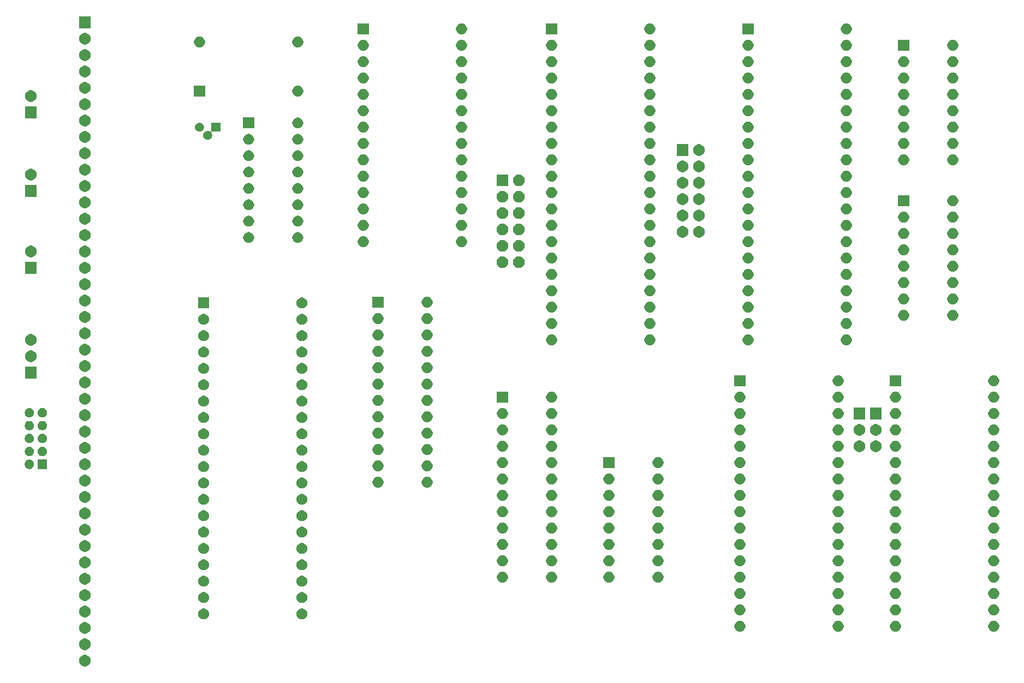
<source format=gbr>
G04 #@! TF.GenerationSoftware,KiCad,Pcbnew,(5.1.5-0)*
G04 #@! TF.CreationDate,2020-04-20T15:28:22+02:00*
G04 #@! TF.ProjectId,sinope,73696e6f-7065-42e6-9b69-6361645f7063,rev?*
G04 #@! TF.SameCoordinates,Original*
G04 #@! TF.FileFunction,Soldermask,Bot*
G04 #@! TF.FilePolarity,Negative*
%FSLAX46Y46*%
G04 Gerber Fmt 4.6, Leading zero omitted, Abs format (unit mm)*
G04 Created by KiCad (PCBNEW (5.1.5-0)) date 2020-04-20 15:28:22*
%MOMM*%
%LPD*%
G04 APERTURE LIST*
%ADD10C,0.100000*%
G04 APERTURE END LIST*
D10*
G36*
X52691512Y-125087927D02*
G01*
X52840812Y-125117624D01*
X53004784Y-125185544D01*
X53152354Y-125284147D01*
X53277853Y-125409646D01*
X53376456Y-125557216D01*
X53444376Y-125721188D01*
X53479000Y-125895259D01*
X53479000Y-126072741D01*
X53444376Y-126246812D01*
X53376456Y-126410784D01*
X53277853Y-126558354D01*
X53152354Y-126683853D01*
X53004784Y-126782456D01*
X52840812Y-126850376D01*
X52691512Y-126880073D01*
X52666742Y-126885000D01*
X52489258Y-126885000D01*
X52464488Y-126880073D01*
X52315188Y-126850376D01*
X52151216Y-126782456D01*
X52003646Y-126683853D01*
X51878147Y-126558354D01*
X51779544Y-126410784D01*
X51711624Y-126246812D01*
X51677000Y-126072741D01*
X51677000Y-125895259D01*
X51711624Y-125721188D01*
X51779544Y-125557216D01*
X51878147Y-125409646D01*
X52003646Y-125284147D01*
X52151216Y-125185544D01*
X52315188Y-125117624D01*
X52464488Y-125087927D01*
X52489258Y-125083000D01*
X52666742Y-125083000D01*
X52691512Y-125087927D01*
G37*
G36*
X52691512Y-122547927D02*
G01*
X52840812Y-122577624D01*
X53004784Y-122645544D01*
X53152354Y-122744147D01*
X53277853Y-122869646D01*
X53376456Y-123017216D01*
X53444376Y-123181188D01*
X53479000Y-123355259D01*
X53479000Y-123532741D01*
X53444376Y-123706812D01*
X53376456Y-123870784D01*
X53277853Y-124018354D01*
X53152354Y-124143853D01*
X53004784Y-124242456D01*
X52840812Y-124310376D01*
X52691512Y-124340073D01*
X52666742Y-124345000D01*
X52489258Y-124345000D01*
X52464488Y-124340073D01*
X52315188Y-124310376D01*
X52151216Y-124242456D01*
X52003646Y-124143853D01*
X51878147Y-124018354D01*
X51779544Y-123870784D01*
X51711624Y-123706812D01*
X51677000Y-123532741D01*
X51677000Y-123355259D01*
X51711624Y-123181188D01*
X51779544Y-123017216D01*
X51878147Y-122869646D01*
X52003646Y-122744147D01*
X52151216Y-122645544D01*
X52315188Y-122577624D01*
X52464488Y-122547927D01*
X52489258Y-122543000D01*
X52666742Y-122543000D01*
X52691512Y-122547927D01*
G37*
G36*
X52691512Y-120007927D02*
G01*
X52840812Y-120037624D01*
X53004784Y-120105544D01*
X53152354Y-120204147D01*
X53277853Y-120329646D01*
X53376456Y-120477216D01*
X53444376Y-120641188D01*
X53479000Y-120815259D01*
X53479000Y-120992741D01*
X53444376Y-121166812D01*
X53376456Y-121330784D01*
X53277853Y-121478354D01*
X53152354Y-121603853D01*
X53004784Y-121702456D01*
X52840812Y-121770376D01*
X52691512Y-121800073D01*
X52666742Y-121805000D01*
X52489258Y-121805000D01*
X52464488Y-121800073D01*
X52315188Y-121770376D01*
X52151216Y-121702456D01*
X52003646Y-121603853D01*
X51878147Y-121478354D01*
X51779544Y-121330784D01*
X51711624Y-121166812D01*
X51677000Y-120992741D01*
X51677000Y-120815259D01*
X51711624Y-120641188D01*
X51779544Y-120477216D01*
X51878147Y-120329646D01*
X52003646Y-120204147D01*
X52151216Y-120105544D01*
X52315188Y-120037624D01*
X52464488Y-120007927D01*
X52489258Y-120003000D01*
X52666742Y-120003000D01*
X52691512Y-120007927D01*
G37*
G36*
X154426228Y-119831703D02*
G01*
X154581100Y-119895853D01*
X154720481Y-119988985D01*
X154839015Y-120107519D01*
X154932147Y-120246900D01*
X154996297Y-120401772D01*
X155029000Y-120566184D01*
X155029000Y-120733816D01*
X154996297Y-120898228D01*
X154932147Y-121053100D01*
X154839015Y-121192481D01*
X154720481Y-121311015D01*
X154581100Y-121404147D01*
X154426228Y-121468297D01*
X154261816Y-121501000D01*
X154094184Y-121501000D01*
X153929772Y-121468297D01*
X153774900Y-121404147D01*
X153635519Y-121311015D01*
X153516985Y-121192481D01*
X153423853Y-121053100D01*
X153359703Y-120898228D01*
X153327000Y-120733816D01*
X153327000Y-120566184D01*
X153359703Y-120401772D01*
X153423853Y-120246900D01*
X153516985Y-120107519D01*
X153635519Y-119988985D01*
X153774900Y-119895853D01*
X153929772Y-119831703D01*
X154094184Y-119799000D01*
X154261816Y-119799000D01*
X154426228Y-119831703D01*
G37*
G36*
X169666228Y-119831703D02*
G01*
X169821100Y-119895853D01*
X169960481Y-119988985D01*
X170079015Y-120107519D01*
X170172147Y-120246900D01*
X170236297Y-120401772D01*
X170269000Y-120566184D01*
X170269000Y-120733816D01*
X170236297Y-120898228D01*
X170172147Y-121053100D01*
X170079015Y-121192481D01*
X169960481Y-121311015D01*
X169821100Y-121404147D01*
X169666228Y-121468297D01*
X169501816Y-121501000D01*
X169334184Y-121501000D01*
X169169772Y-121468297D01*
X169014900Y-121404147D01*
X168875519Y-121311015D01*
X168756985Y-121192481D01*
X168663853Y-121053100D01*
X168599703Y-120898228D01*
X168567000Y-120733816D01*
X168567000Y-120566184D01*
X168599703Y-120401772D01*
X168663853Y-120246900D01*
X168756985Y-120107519D01*
X168875519Y-119988985D01*
X169014900Y-119895853D01*
X169169772Y-119831703D01*
X169334184Y-119799000D01*
X169501816Y-119799000D01*
X169666228Y-119831703D01*
G37*
G36*
X178556228Y-119831703D02*
G01*
X178711100Y-119895853D01*
X178850481Y-119988985D01*
X178969015Y-120107519D01*
X179062147Y-120246900D01*
X179126297Y-120401772D01*
X179159000Y-120566184D01*
X179159000Y-120733816D01*
X179126297Y-120898228D01*
X179062147Y-121053100D01*
X178969015Y-121192481D01*
X178850481Y-121311015D01*
X178711100Y-121404147D01*
X178556228Y-121468297D01*
X178391816Y-121501000D01*
X178224184Y-121501000D01*
X178059772Y-121468297D01*
X177904900Y-121404147D01*
X177765519Y-121311015D01*
X177646985Y-121192481D01*
X177553853Y-121053100D01*
X177489703Y-120898228D01*
X177457000Y-120733816D01*
X177457000Y-120566184D01*
X177489703Y-120401772D01*
X177553853Y-120246900D01*
X177646985Y-120107519D01*
X177765519Y-119988985D01*
X177904900Y-119895853D01*
X178059772Y-119831703D01*
X178224184Y-119799000D01*
X178391816Y-119799000D01*
X178556228Y-119831703D01*
G37*
G36*
X193796228Y-119831703D02*
G01*
X193951100Y-119895853D01*
X194090481Y-119988985D01*
X194209015Y-120107519D01*
X194302147Y-120246900D01*
X194366297Y-120401772D01*
X194399000Y-120566184D01*
X194399000Y-120733816D01*
X194366297Y-120898228D01*
X194302147Y-121053100D01*
X194209015Y-121192481D01*
X194090481Y-121311015D01*
X193951100Y-121404147D01*
X193796228Y-121468297D01*
X193631816Y-121501000D01*
X193464184Y-121501000D01*
X193299772Y-121468297D01*
X193144900Y-121404147D01*
X193005519Y-121311015D01*
X192886985Y-121192481D01*
X192793853Y-121053100D01*
X192729703Y-120898228D01*
X192697000Y-120733816D01*
X192697000Y-120566184D01*
X192729703Y-120401772D01*
X192793853Y-120246900D01*
X192886985Y-120107519D01*
X193005519Y-119988985D01*
X193144900Y-119895853D01*
X193299772Y-119831703D01*
X193464184Y-119799000D01*
X193631816Y-119799000D01*
X193796228Y-119831703D01*
G37*
G36*
X86481228Y-117926703D02*
G01*
X86636100Y-117990853D01*
X86775481Y-118083985D01*
X86894015Y-118202519D01*
X86987147Y-118341900D01*
X87051297Y-118496772D01*
X87084000Y-118661184D01*
X87084000Y-118828816D01*
X87051297Y-118993228D01*
X86987147Y-119148100D01*
X86894015Y-119287481D01*
X86775481Y-119406015D01*
X86636100Y-119499147D01*
X86481228Y-119563297D01*
X86316816Y-119596000D01*
X86149184Y-119596000D01*
X85984772Y-119563297D01*
X85829900Y-119499147D01*
X85690519Y-119406015D01*
X85571985Y-119287481D01*
X85478853Y-119148100D01*
X85414703Y-118993228D01*
X85382000Y-118828816D01*
X85382000Y-118661184D01*
X85414703Y-118496772D01*
X85478853Y-118341900D01*
X85571985Y-118202519D01*
X85690519Y-118083985D01*
X85829900Y-117990853D01*
X85984772Y-117926703D01*
X86149184Y-117894000D01*
X86316816Y-117894000D01*
X86481228Y-117926703D01*
G37*
G36*
X71241228Y-117926703D02*
G01*
X71396100Y-117990853D01*
X71535481Y-118083985D01*
X71654015Y-118202519D01*
X71747147Y-118341900D01*
X71811297Y-118496772D01*
X71844000Y-118661184D01*
X71844000Y-118828816D01*
X71811297Y-118993228D01*
X71747147Y-119148100D01*
X71654015Y-119287481D01*
X71535481Y-119406015D01*
X71396100Y-119499147D01*
X71241228Y-119563297D01*
X71076816Y-119596000D01*
X70909184Y-119596000D01*
X70744772Y-119563297D01*
X70589900Y-119499147D01*
X70450519Y-119406015D01*
X70331985Y-119287481D01*
X70238853Y-119148100D01*
X70174703Y-118993228D01*
X70142000Y-118828816D01*
X70142000Y-118661184D01*
X70174703Y-118496772D01*
X70238853Y-118341900D01*
X70331985Y-118202519D01*
X70450519Y-118083985D01*
X70589900Y-117990853D01*
X70744772Y-117926703D01*
X70909184Y-117894000D01*
X71076816Y-117894000D01*
X71241228Y-117926703D01*
G37*
G36*
X52691512Y-117467927D02*
G01*
X52840812Y-117497624D01*
X53004784Y-117565544D01*
X53152354Y-117664147D01*
X53277853Y-117789646D01*
X53376456Y-117937216D01*
X53444376Y-118101188D01*
X53479000Y-118275259D01*
X53479000Y-118452741D01*
X53444376Y-118626812D01*
X53376456Y-118790784D01*
X53277853Y-118938354D01*
X53152354Y-119063853D01*
X53004784Y-119162456D01*
X52840812Y-119230376D01*
X52691512Y-119260073D01*
X52666742Y-119265000D01*
X52489258Y-119265000D01*
X52464488Y-119260073D01*
X52315188Y-119230376D01*
X52151216Y-119162456D01*
X52003646Y-119063853D01*
X51878147Y-118938354D01*
X51779544Y-118790784D01*
X51711624Y-118626812D01*
X51677000Y-118452741D01*
X51677000Y-118275259D01*
X51711624Y-118101188D01*
X51779544Y-117937216D01*
X51878147Y-117789646D01*
X52003646Y-117664147D01*
X52151216Y-117565544D01*
X52315188Y-117497624D01*
X52464488Y-117467927D01*
X52489258Y-117463000D01*
X52666742Y-117463000D01*
X52691512Y-117467927D01*
G37*
G36*
X154426228Y-117291703D02*
G01*
X154581100Y-117355853D01*
X154720481Y-117448985D01*
X154839015Y-117567519D01*
X154932147Y-117706900D01*
X154996297Y-117861772D01*
X155029000Y-118026184D01*
X155029000Y-118193816D01*
X154996297Y-118358228D01*
X154932147Y-118513100D01*
X154839015Y-118652481D01*
X154720481Y-118771015D01*
X154581100Y-118864147D01*
X154426228Y-118928297D01*
X154261816Y-118961000D01*
X154094184Y-118961000D01*
X153929772Y-118928297D01*
X153774900Y-118864147D01*
X153635519Y-118771015D01*
X153516985Y-118652481D01*
X153423853Y-118513100D01*
X153359703Y-118358228D01*
X153327000Y-118193816D01*
X153327000Y-118026184D01*
X153359703Y-117861772D01*
X153423853Y-117706900D01*
X153516985Y-117567519D01*
X153635519Y-117448985D01*
X153774900Y-117355853D01*
X153929772Y-117291703D01*
X154094184Y-117259000D01*
X154261816Y-117259000D01*
X154426228Y-117291703D01*
G37*
G36*
X169666228Y-117291703D02*
G01*
X169821100Y-117355853D01*
X169960481Y-117448985D01*
X170079015Y-117567519D01*
X170172147Y-117706900D01*
X170236297Y-117861772D01*
X170269000Y-118026184D01*
X170269000Y-118193816D01*
X170236297Y-118358228D01*
X170172147Y-118513100D01*
X170079015Y-118652481D01*
X169960481Y-118771015D01*
X169821100Y-118864147D01*
X169666228Y-118928297D01*
X169501816Y-118961000D01*
X169334184Y-118961000D01*
X169169772Y-118928297D01*
X169014900Y-118864147D01*
X168875519Y-118771015D01*
X168756985Y-118652481D01*
X168663853Y-118513100D01*
X168599703Y-118358228D01*
X168567000Y-118193816D01*
X168567000Y-118026184D01*
X168599703Y-117861772D01*
X168663853Y-117706900D01*
X168756985Y-117567519D01*
X168875519Y-117448985D01*
X169014900Y-117355853D01*
X169169772Y-117291703D01*
X169334184Y-117259000D01*
X169501816Y-117259000D01*
X169666228Y-117291703D01*
G37*
G36*
X178556228Y-117291703D02*
G01*
X178711100Y-117355853D01*
X178850481Y-117448985D01*
X178969015Y-117567519D01*
X179062147Y-117706900D01*
X179126297Y-117861772D01*
X179159000Y-118026184D01*
X179159000Y-118193816D01*
X179126297Y-118358228D01*
X179062147Y-118513100D01*
X178969015Y-118652481D01*
X178850481Y-118771015D01*
X178711100Y-118864147D01*
X178556228Y-118928297D01*
X178391816Y-118961000D01*
X178224184Y-118961000D01*
X178059772Y-118928297D01*
X177904900Y-118864147D01*
X177765519Y-118771015D01*
X177646985Y-118652481D01*
X177553853Y-118513100D01*
X177489703Y-118358228D01*
X177457000Y-118193816D01*
X177457000Y-118026184D01*
X177489703Y-117861772D01*
X177553853Y-117706900D01*
X177646985Y-117567519D01*
X177765519Y-117448985D01*
X177904900Y-117355853D01*
X178059772Y-117291703D01*
X178224184Y-117259000D01*
X178391816Y-117259000D01*
X178556228Y-117291703D01*
G37*
G36*
X193796228Y-117291703D02*
G01*
X193951100Y-117355853D01*
X194090481Y-117448985D01*
X194209015Y-117567519D01*
X194302147Y-117706900D01*
X194366297Y-117861772D01*
X194399000Y-118026184D01*
X194399000Y-118193816D01*
X194366297Y-118358228D01*
X194302147Y-118513100D01*
X194209015Y-118652481D01*
X194090481Y-118771015D01*
X193951100Y-118864147D01*
X193796228Y-118928297D01*
X193631816Y-118961000D01*
X193464184Y-118961000D01*
X193299772Y-118928297D01*
X193144900Y-118864147D01*
X193005519Y-118771015D01*
X192886985Y-118652481D01*
X192793853Y-118513100D01*
X192729703Y-118358228D01*
X192697000Y-118193816D01*
X192697000Y-118026184D01*
X192729703Y-117861772D01*
X192793853Y-117706900D01*
X192886985Y-117567519D01*
X193005519Y-117448985D01*
X193144900Y-117355853D01*
X193299772Y-117291703D01*
X193464184Y-117259000D01*
X193631816Y-117259000D01*
X193796228Y-117291703D01*
G37*
G36*
X71241228Y-115386703D02*
G01*
X71396100Y-115450853D01*
X71535481Y-115543985D01*
X71654015Y-115662519D01*
X71747147Y-115801900D01*
X71811297Y-115956772D01*
X71844000Y-116121184D01*
X71844000Y-116288816D01*
X71811297Y-116453228D01*
X71747147Y-116608100D01*
X71654015Y-116747481D01*
X71535481Y-116866015D01*
X71396100Y-116959147D01*
X71241228Y-117023297D01*
X71076816Y-117056000D01*
X70909184Y-117056000D01*
X70744772Y-117023297D01*
X70589900Y-116959147D01*
X70450519Y-116866015D01*
X70331985Y-116747481D01*
X70238853Y-116608100D01*
X70174703Y-116453228D01*
X70142000Y-116288816D01*
X70142000Y-116121184D01*
X70174703Y-115956772D01*
X70238853Y-115801900D01*
X70331985Y-115662519D01*
X70450519Y-115543985D01*
X70589900Y-115450853D01*
X70744772Y-115386703D01*
X70909184Y-115354000D01*
X71076816Y-115354000D01*
X71241228Y-115386703D01*
G37*
G36*
X86481228Y-115386703D02*
G01*
X86636100Y-115450853D01*
X86775481Y-115543985D01*
X86894015Y-115662519D01*
X86987147Y-115801900D01*
X87051297Y-115956772D01*
X87084000Y-116121184D01*
X87084000Y-116288816D01*
X87051297Y-116453228D01*
X86987147Y-116608100D01*
X86894015Y-116747481D01*
X86775481Y-116866015D01*
X86636100Y-116959147D01*
X86481228Y-117023297D01*
X86316816Y-117056000D01*
X86149184Y-117056000D01*
X85984772Y-117023297D01*
X85829900Y-116959147D01*
X85690519Y-116866015D01*
X85571985Y-116747481D01*
X85478853Y-116608100D01*
X85414703Y-116453228D01*
X85382000Y-116288816D01*
X85382000Y-116121184D01*
X85414703Y-115956772D01*
X85478853Y-115801900D01*
X85571985Y-115662519D01*
X85690519Y-115543985D01*
X85829900Y-115450853D01*
X85984772Y-115386703D01*
X86149184Y-115354000D01*
X86316816Y-115354000D01*
X86481228Y-115386703D01*
G37*
G36*
X52691512Y-114927927D02*
G01*
X52840812Y-114957624D01*
X53004784Y-115025544D01*
X53152354Y-115124147D01*
X53277853Y-115249646D01*
X53376456Y-115397216D01*
X53444376Y-115561188D01*
X53479000Y-115735259D01*
X53479000Y-115912741D01*
X53444376Y-116086812D01*
X53376456Y-116250784D01*
X53277853Y-116398354D01*
X53152354Y-116523853D01*
X53004784Y-116622456D01*
X52840812Y-116690376D01*
X52691512Y-116720073D01*
X52666742Y-116725000D01*
X52489258Y-116725000D01*
X52464488Y-116720073D01*
X52315188Y-116690376D01*
X52151216Y-116622456D01*
X52003646Y-116523853D01*
X51878147Y-116398354D01*
X51779544Y-116250784D01*
X51711624Y-116086812D01*
X51677000Y-115912741D01*
X51677000Y-115735259D01*
X51711624Y-115561188D01*
X51779544Y-115397216D01*
X51878147Y-115249646D01*
X52003646Y-115124147D01*
X52151216Y-115025544D01*
X52315188Y-114957624D01*
X52464488Y-114927927D01*
X52489258Y-114923000D01*
X52666742Y-114923000D01*
X52691512Y-114927927D01*
G37*
G36*
X154426228Y-114751703D02*
G01*
X154581100Y-114815853D01*
X154720481Y-114908985D01*
X154839015Y-115027519D01*
X154932147Y-115166900D01*
X154996297Y-115321772D01*
X155029000Y-115486184D01*
X155029000Y-115653816D01*
X154996297Y-115818228D01*
X154932147Y-115973100D01*
X154839015Y-116112481D01*
X154720481Y-116231015D01*
X154581100Y-116324147D01*
X154426228Y-116388297D01*
X154261816Y-116421000D01*
X154094184Y-116421000D01*
X153929772Y-116388297D01*
X153774900Y-116324147D01*
X153635519Y-116231015D01*
X153516985Y-116112481D01*
X153423853Y-115973100D01*
X153359703Y-115818228D01*
X153327000Y-115653816D01*
X153327000Y-115486184D01*
X153359703Y-115321772D01*
X153423853Y-115166900D01*
X153516985Y-115027519D01*
X153635519Y-114908985D01*
X153774900Y-114815853D01*
X153929772Y-114751703D01*
X154094184Y-114719000D01*
X154261816Y-114719000D01*
X154426228Y-114751703D01*
G37*
G36*
X169666228Y-114751703D02*
G01*
X169821100Y-114815853D01*
X169960481Y-114908985D01*
X170079015Y-115027519D01*
X170172147Y-115166900D01*
X170236297Y-115321772D01*
X170269000Y-115486184D01*
X170269000Y-115653816D01*
X170236297Y-115818228D01*
X170172147Y-115973100D01*
X170079015Y-116112481D01*
X169960481Y-116231015D01*
X169821100Y-116324147D01*
X169666228Y-116388297D01*
X169501816Y-116421000D01*
X169334184Y-116421000D01*
X169169772Y-116388297D01*
X169014900Y-116324147D01*
X168875519Y-116231015D01*
X168756985Y-116112481D01*
X168663853Y-115973100D01*
X168599703Y-115818228D01*
X168567000Y-115653816D01*
X168567000Y-115486184D01*
X168599703Y-115321772D01*
X168663853Y-115166900D01*
X168756985Y-115027519D01*
X168875519Y-114908985D01*
X169014900Y-114815853D01*
X169169772Y-114751703D01*
X169334184Y-114719000D01*
X169501816Y-114719000D01*
X169666228Y-114751703D01*
G37*
G36*
X193796228Y-114751703D02*
G01*
X193951100Y-114815853D01*
X194090481Y-114908985D01*
X194209015Y-115027519D01*
X194302147Y-115166900D01*
X194366297Y-115321772D01*
X194399000Y-115486184D01*
X194399000Y-115653816D01*
X194366297Y-115818228D01*
X194302147Y-115973100D01*
X194209015Y-116112481D01*
X194090481Y-116231015D01*
X193951100Y-116324147D01*
X193796228Y-116388297D01*
X193631816Y-116421000D01*
X193464184Y-116421000D01*
X193299772Y-116388297D01*
X193144900Y-116324147D01*
X193005519Y-116231015D01*
X192886985Y-116112481D01*
X192793853Y-115973100D01*
X192729703Y-115818228D01*
X192697000Y-115653816D01*
X192697000Y-115486184D01*
X192729703Y-115321772D01*
X192793853Y-115166900D01*
X192886985Y-115027519D01*
X193005519Y-114908985D01*
X193144900Y-114815853D01*
X193299772Y-114751703D01*
X193464184Y-114719000D01*
X193631816Y-114719000D01*
X193796228Y-114751703D01*
G37*
G36*
X178556228Y-114751703D02*
G01*
X178711100Y-114815853D01*
X178850481Y-114908985D01*
X178969015Y-115027519D01*
X179062147Y-115166900D01*
X179126297Y-115321772D01*
X179159000Y-115486184D01*
X179159000Y-115653816D01*
X179126297Y-115818228D01*
X179062147Y-115973100D01*
X178969015Y-116112481D01*
X178850481Y-116231015D01*
X178711100Y-116324147D01*
X178556228Y-116388297D01*
X178391816Y-116421000D01*
X178224184Y-116421000D01*
X178059772Y-116388297D01*
X177904900Y-116324147D01*
X177765519Y-116231015D01*
X177646985Y-116112481D01*
X177553853Y-115973100D01*
X177489703Y-115818228D01*
X177457000Y-115653816D01*
X177457000Y-115486184D01*
X177489703Y-115321772D01*
X177553853Y-115166900D01*
X177646985Y-115027519D01*
X177765519Y-114908985D01*
X177904900Y-114815853D01*
X178059772Y-114751703D01*
X178224184Y-114719000D01*
X178391816Y-114719000D01*
X178556228Y-114751703D01*
G37*
G36*
X86481228Y-112846703D02*
G01*
X86636100Y-112910853D01*
X86775481Y-113003985D01*
X86894015Y-113122519D01*
X86987147Y-113261900D01*
X87051297Y-113416772D01*
X87084000Y-113581184D01*
X87084000Y-113748816D01*
X87051297Y-113913228D01*
X86987147Y-114068100D01*
X86894015Y-114207481D01*
X86775481Y-114326015D01*
X86636100Y-114419147D01*
X86481228Y-114483297D01*
X86316816Y-114516000D01*
X86149184Y-114516000D01*
X85984772Y-114483297D01*
X85829900Y-114419147D01*
X85690519Y-114326015D01*
X85571985Y-114207481D01*
X85478853Y-114068100D01*
X85414703Y-113913228D01*
X85382000Y-113748816D01*
X85382000Y-113581184D01*
X85414703Y-113416772D01*
X85478853Y-113261900D01*
X85571985Y-113122519D01*
X85690519Y-113003985D01*
X85829900Y-112910853D01*
X85984772Y-112846703D01*
X86149184Y-112814000D01*
X86316816Y-112814000D01*
X86481228Y-112846703D01*
G37*
G36*
X71241228Y-112846703D02*
G01*
X71396100Y-112910853D01*
X71535481Y-113003985D01*
X71654015Y-113122519D01*
X71747147Y-113261900D01*
X71811297Y-113416772D01*
X71844000Y-113581184D01*
X71844000Y-113748816D01*
X71811297Y-113913228D01*
X71747147Y-114068100D01*
X71654015Y-114207481D01*
X71535481Y-114326015D01*
X71396100Y-114419147D01*
X71241228Y-114483297D01*
X71076816Y-114516000D01*
X70909184Y-114516000D01*
X70744772Y-114483297D01*
X70589900Y-114419147D01*
X70450519Y-114326015D01*
X70331985Y-114207481D01*
X70238853Y-114068100D01*
X70174703Y-113913228D01*
X70142000Y-113748816D01*
X70142000Y-113581184D01*
X70174703Y-113416772D01*
X70238853Y-113261900D01*
X70331985Y-113122519D01*
X70450519Y-113003985D01*
X70589900Y-112910853D01*
X70744772Y-112846703D01*
X70909184Y-112814000D01*
X71076816Y-112814000D01*
X71241228Y-112846703D01*
G37*
G36*
X52691512Y-112387927D02*
G01*
X52840812Y-112417624D01*
X53004784Y-112485544D01*
X53152354Y-112584147D01*
X53277853Y-112709646D01*
X53376456Y-112857216D01*
X53444376Y-113021188D01*
X53479000Y-113195259D01*
X53479000Y-113372741D01*
X53444376Y-113546812D01*
X53376456Y-113710784D01*
X53277853Y-113858354D01*
X53152354Y-113983853D01*
X53004784Y-114082456D01*
X52840812Y-114150376D01*
X52691512Y-114180073D01*
X52666742Y-114185000D01*
X52489258Y-114185000D01*
X52464488Y-114180073D01*
X52315188Y-114150376D01*
X52151216Y-114082456D01*
X52003646Y-113983853D01*
X51878147Y-113858354D01*
X51779544Y-113710784D01*
X51711624Y-113546812D01*
X51677000Y-113372741D01*
X51677000Y-113195259D01*
X51711624Y-113021188D01*
X51779544Y-112857216D01*
X51878147Y-112709646D01*
X52003646Y-112584147D01*
X52151216Y-112485544D01*
X52315188Y-112417624D01*
X52464488Y-112387927D01*
X52489258Y-112383000D01*
X52666742Y-112383000D01*
X52691512Y-112387927D01*
G37*
G36*
X134106228Y-112211703D02*
G01*
X134261100Y-112275853D01*
X134400481Y-112368985D01*
X134519015Y-112487519D01*
X134612147Y-112626900D01*
X134676297Y-112781772D01*
X134709000Y-112946184D01*
X134709000Y-113113816D01*
X134676297Y-113278228D01*
X134612147Y-113433100D01*
X134519015Y-113572481D01*
X134400481Y-113691015D01*
X134261100Y-113784147D01*
X134106228Y-113848297D01*
X133941816Y-113881000D01*
X133774184Y-113881000D01*
X133609772Y-113848297D01*
X133454900Y-113784147D01*
X133315519Y-113691015D01*
X133196985Y-113572481D01*
X133103853Y-113433100D01*
X133039703Y-113278228D01*
X133007000Y-113113816D01*
X133007000Y-112946184D01*
X133039703Y-112781772D01*
X133103853Y-112626900D01*
X133196985Y-112487519D01*
X133315519Y-112368985D01*
X133454900Y-112275853D01*
X133609772Y-112211703D01*
X133774184Y-112179000D01*
X133941816Y-112179000D01*
X134106228Y-112211703D01*
G37*
G36*
X178556228Y-112211703D02*
G01*
X178711100Y-112275853D01*
X178850481Y-112368985D01*
X178969015Y-112487519D01*
X179062147Y-112626900D01*
X179126297Y-112781772D01*
X179159000Y-112946184D01*
X179159000Y-113113816D01*
X179126297Y-113278228D01*
X179062147Y-113433100D01*
X178969015Y-113572481D01*
X178850481Y-113691015D01*
X178711100Y-113784147D01*
X178556228Y-113848297D01*
X178391816Y-113881000D01*
X178224184Y-113881000D01*
X178059772Y-113848297D01*
X177904900Y-113784147D01*
X177765519Y-113691015D01*
X177646985Y-113572481D01*
X177553853Y-113433100D01*
X177489703Y-113278228D01*
X177457000Y-113113816D01*
X177457000Y-112946184D01*
X177489703Y-112781772D01*
X177553853Y-112626900D01*
X177646985Y-112487519D01*
X177765519Y-112368985D01*
X177904900Y-112275853D01*
X178059772Y-112211703D01*
X178224184Y-112179000D01*
X178391816Y-112179000D01*
X178556228Y-112211703D01*
G37*
G36*
X193796228Y-112211703D02*
G01*
X193951100Y-112275853D01*
X194090481Y-112368985D01*
X194209015Y-112487519D01*
X194302147Y-112626900D01*
X194366297Y-112781772D01*
X194399000Y-112946184D01*
X194399000Y-113113816D01*
X194366297Y-113278228D01*
X194302147Y-113433100D01*
X194209015Y-113572481D01*
X194090481Y-113691015D01*
X193951100Y-113784147D01*
X193796228Y-113848297D01*
X193631816Y-113881000D01*
X193464184Y-113881000D01*
X193299772Y-113848297D01*
X193144900Y-113784147D01*
X193005519Y-113691015D01*
X192886985Y-113572481D01*
X192793853Y-113433100D01*
X192729703Y-113278228D01*
X192697000Y-113113816D01*
X192697000Y-112946184D01*
X192729703Y-112781772D01*
X192793853Y-112626900D01*
X192886985Y-112487519D01*
X193005519Y-112368985D01*
X193144900Y-112275853D01*
X193299772Y-112211703D01*
X193464184Y-112179000D01*
X193631816Y-112179000D01*
X193796228Y-112211703D01*
G37*
G36*
X169666228Y-112211703D02*
G01*
X169821100Y-112275853D01*
X169960481Y-112368985D01*
X170079015Y-112487519D01*
X170172147Y-112626900D01*
X170236297Y-112781772D01*
X170269000Y-112946184D01*
X170269000Y-113113816D01*
X170236297Y-113278228D01*
X170172147Y-113433100D01*
X170079015Y-113572481D01*
X169960481Y-113691015D01*
X169821100Y-113784147D01*
X169666228Y-113848297D01*
X169501816Y-113881000D01*
X169334184Y-113881000D01*
X169169772Y-113848297D01*
X169014900Y-113784147D01*
X168875519Y-113691015D01*
X168756985Y-113572481D01*
X168663853Y-113433100D01*
X168599703Y-113278228D01*
X168567000Y-113113816D01*
X168567000Y-112946184D01*
X168599703Y-112781772D01*
X168663853Y-112626900D01*
X168756985Y-112487519D01*
X168875519Y-112368985D01*
X169014900Y-112275853D01*
X169169772Y-112211703D01*
X169334184Y-112179000D01*
X169501816Y-112179000D01*
X169666228Y-112211703D01*
G37*
G36*
X141726228Y-112211703D02*
G01*
X141881100Y-112275853D01*
X142020481Y-112368985D01*
X142139015Y-112487519D01*
X142232147Y-112626900D01*
X142296297Y-112781772D01*
X142329000Y-112946184D01*
X142329000Y-113113816D01*
X142296297Y-113278228D01*
X142232147Y-113433100D01*
X142139015Y-113572481D01*
X142020481Y-113691015D01*
X141881100Y-113784147D01*
X141726228Y-113848297D01*
X141561816Y-113881000D01*
X141394184Y-113881000D01*
X141229772Y-113848297D01*
X141074900Y-113784147D01*
X140935519Y-113691015D01*
X140816985Y-113572481D01*
X140723853Y-113433100D01*
X140659703Y-113278228D01*
X140627000Y-113113816D01*
X140627000Y-112946184D01*
X140659703Y-112781772D01*
X140723853Y-112626900D01*
X140816985Y-112487519D01*
X140935519Y-112368985D01*
X141074900Y-112275853D01*
X141229772Y-112211703D01*
X141394184Y-112179000D01*
X141561816Y-112179000D01*
X141726228Y-112211703D01*
G37*
G36*
X154426228Y-112211703D02*
G01*
X154581100Y-112275853D01*
X154720481Y-112368985D01*
X154839015Y-112487519D01*
X154932147Y-112626900D01*
X154996297Y-112781772D01*
X155029000Y-112946184D01*
X155029000Y-113113816D01*
X154996297Y-113278228D01*
X154932147Y-113433100D01*
X154839015Y-113572481D01*
X154720481Y-113691015D01*
X154581100Y-113784147D01*
X154426228Y-113848297D01*
X154261816Y-113881000D01*
X154094184Y-113881000D01*
X153929772Y-113848297D01*
X153774900Y-113784147D01*
X153635519Y-113691015D01*
X153516985Y-113572481D01*
X153423853Y-113433100D01*
X153359703Y-113278228D01*
X153327000Y-113113816D01*
X153327000Y-112946184D01*
X153359703Y-112781772D01*
X153423853Y-112626900D01*
X153516985Y-112487519D01*
X153635519Y-112368985D01*
X153774900Y-112275853D01*
X153929772Y-112211703D01*
X154094184Y-112179000D01*
X154261816Y-112179000D01*
X154426228Y-112211703D01*
G37*
G36*
X117596228Y-112211703D02*
G01*
X117751100Y-112275853D01*
X117890481Y-112368985D01*
X118009015Y-112487519D01*
X118102147Y-112626900D01*
X118166297Y-112781772D01*
X118199000Y-112946184D01*
X118199000Y-113113816D01*
X118166297Y-113278228D01*
X118102147Y-113433100D01*
X118009015Y-113572481D01*
X117890481Y-113691015D01*
X117751100Y-113784147D01*
X117596228Y-113848297D01*
X117431816Y-113881000D01*
X117264184Y-113881000D01*
X117099772Y-113848297D01*
X116944900Y-113784147D01*
X116805519Y-113691015D01*
X116686985Y-113572481D01*
X116593853Y-113433100D01*
X116529703Y-113278228D01*
X116497000Y-113113816D01*
X116497000Y-112946184D01*
X116529703Y-112781772D01*
X116593853Y-112626900D01*
X116686985Y-112487519D01*
X116805519Y-112368985D01*
X116944900Y-112275853D01*
X117099772Y-112211703D01*
X117264184Y-112179000D01*
X117431816Y-112179000D01*
X117596228Y-112211703D01*
G37*
G36*
X125216228Y-112211703D02*
G01*
X125371100Y-112275853D01*
X125510481Y-112368985D01*
X125629015Y-112487519D01*
X125722147Y-112626900D01*
X125786297Y-112781772D01*
X125819000Y-112946184D01*
X125819000Y-113113816D01*
X125786297Y-113278228D01*
X125722147Y-113433100D01*
X125629015Y-113572481D01*
X125510481Y-113691015D01*
X125371100Y-113784147D01*
X125216228Y-113848297D01*
X125051816Y-113881000D01*
X124884184Y-113881000D01*
X124719772Y-113848297D01*
X124564900Y-113784147D01*
X124425519Y-113691015D01*
X124306985Y-113572481D01*
X124213853Y-113433100D01*
X124149703Y-113278228D01*
X124117000Y-113113816D01*
X124117000Y-112946184D01*
X124149703Y-112781772D01*
X124213853Y-112626900D01*
X124306985Y-112487519D01*
X124425519Y-112368985D01*
X124564900Y-112275853D01*
X124719772Y-112211703D01*
X124884184Y-112179000D01*
X125051816Y-112179000D01*
X125216228Y-112211703D01*
G37*
G36*
X71241228Y-110306703D02*
G01*
X71396100Y-110370853D01*
X71535481Y-110463985D01*
X71654015Y-110582519D01*
X71747147Y-110721900D01*
X71811297Y-110876772D01*
X71844000Y-111041184D01*
X71844000Y-111208816D01*
X71811297Y-111373228D01*
X71747147Y-111528100D01*
X71654015Y-111667481D01*
X71535481Y-111786015D01*
X71396100Y-111879147D01*
X71241228Y-111943297D01*
X71076816Y-111976000D01*
X70909184Y-111976000D01*
X70744772Y-111943297D01*
X70589900Y-111879147D01*
X70450519Y-111786015D01*
X70331985Y-111667481D01*
X70238853Y-111528100D01*
X70174703Y-111373228D01*
X70142000Y-111208816D01*
X70142000Y-111041184D01*
X70174703Y-110876772D01*
X70238853Y-110721900D01*
X70331985Y-110582519D01*
X70450519Y-110463985D01*
X70589900Y-110370853D01*
X70744772Y-110306703D01*
X70909184Y-110274000D01*
X71076816Y-110274000D01*
X71241228Y-110306703D01*
G37*
G36*
X86481228Y-110306703D02*
G01*
X86636100Y-110370853D01*
X86775481Y-110463985D01*
X86894015Y-110582519D01*
X86987147Y-110721900D01*
X87051297Y-110876772D01*
X87084000Y-111041184D01*
X87084000Y-111208816D01*
X87051297Y-111373228D01*
X86987147Y-111528100D01*
X86894015Y-111667481D01*
X86775481Y-111786015D01*
X86636100Y-111879147D01*
X86481228Y-111943297D01*
X86316816Y-111976000D01*
X86149184Y-111976000D01*
X85984772Y-111943297D01*
X85829900Y-111879147D01*
X85690519Y-111786015D01*
X85571985Y-111667481D01*
X85478853Y-111528100D01*
X85414703Y-111373228D01*
X85382000Y-111208816D01*
X85382000Y-111041184D01*
X85414703Y-110876772D01*
X85478853Y-110721900D01*
X85571985Y-110582519D01*
X85690519Y-110463985D01*
X85829900Y-110370853D01*
X85984772Y-110306703D01*
X86149184Y-110274000D01*
X86316816Y-110274000D01*
X86481228Y-110306703D01*
G37*
G36*
X52691512Y-109847927D02*
G01*
X52840812Y-109877624D01*
X53004784Y-109945544D01*
X53152354Y-110044147D01*
X53277853Y-110169646D01*
X53376456Y-110317216D01*
X53444376Y-110481188D01*
X53479000Y-110655259D01*
X53479000Y-110832741D01*
X53444376Y-111006812D01*
X53376456Y-111170784D01*
X53277853Y-111318354D01*
X53152354Y-111443853D01*
X53004784Y-111542456D01*
X52840812Y-111610376D01*
X52691512Y-111640073D01*
X52666742Y-111645000D01*
X52489258Y-111645000D01*
X52464488Y-111640073D01*
X52315188Y-111610376D01*
X52151216Y-111542456D01*
X52003646Y-111443853D01*
X51878147Y-111318354D01*
X51779544Y-111170784D01*
X51711624Y-111006812D01*
X51677000Y-110832741D01*
X51677000Y-110655259D01*
X51711624Y-110481188D01*
X51779544Y-110317216D01*
X51878147Y-110169646D01*
X52003646Y-110044147D01*
X52151216Y-109945544D01*
X52315188Y-109877624D01*
X52464488Y-109847927D01*
X52489258Y-109843000D01*
X52666742Y-109843000D01*
X52691512Y-109847927D01*
G37*
G36*
X154426228Y-109671703D02*
G01*
X154581100Y-109735853D01*
X154720481Y-109828985D01*
X154839015Y-109947519D01*
X154932147Y-110086900D01*
X154996297Y-110241772D01*
X155029000Y-110406184D01*
X155029000Y-110573816D01*
X154996297Y-110738228D01*
X154932147Y-110893100D01*
X154839015Y-111032481D01*
X154720481Y-111151015D01*
X154581100Y-111244147D01*
X154426228Y-111308297D01*
X154261816Y-111341000D01*
X154094184Y-111341000D01*
X153929772Y-111308297D01*
X153774900Y-111244147D01*
X153635519Y-111151015D01*
X153516985Y-111032481D01*
X153423853Y-110893100D01*
X153359703Y-110738228D01*
X153327000Y-110573816D01*
X153327000Y-110406184D01*
X153359703Y-110241772D01*
X153423853Y-110086900D01*
X153516985Y-109947519D01*
X153635519Y-109828985D01*
X153774900Y-109735853D01*
X153929772Y-109671703D01*
X154094184Y-109639000D01*
X154261816Y-109639000D01*
X154426228Y-109671703D01*
G37*
G36*
X193796228Y-109671703D02*
G01*
X193951100Y-109735853D01*
X194090481Y-109828985D01*
X194209015Y-109947519D01*
X194302147Y-110086900D01*
X194366297Y-110241772D01*
X194399000Y-110406184D01*
X194399000Y-110573816D01*
X194366297Y-110738228D01*
X194302147Y-110893100D01*
X194209015Y-111032481D01*
X194090481Y-111151015D01*
X193951100Y-111244147D01*
X193796228Y-111308297D01*
X193631816Y-111341000D01*
X193464184Y-111341000D01*
X193299772Y-111308297D01*
X193144900Y-111244147D01*
X193005519Y-111151015D01*
X192886985Y-111032481D01*
X192793853Y-110893100D01*
X192729703Y-110738228D01*
X192697000Y-110573816D01*
X192697000Y-110406184D01*
X192729703Y-110241772D01*
X192793853Y-110086900D01*
X192886985Y-109947519D01*
X193005519Y-109828985D01*
X193144900Y-109735853D01*
X193299772Y-109671703D01*
X193464184Y-109639000D01*
X193631816Y-109639000D01*
X193796228Y-109671703D01*
G37*
G36*
X125216228Y-109671703D02*
G01*
X125371100Y-109735853D01*
X125510481Y-109828985D01*
X125629015Y-109947519D01*
X125722147Y-110086900D01*
X125786297Y-110241772D01*
X125819000Y-110406184D01*
X125819000Y-110573816D01*
X125786297Y-110738228D01*
X125722147Y-110893100D01*
X125629015Y-111032481D01*
X125510481Y-111151015D01*
X125371100Y-111244147D01*
X125216228Y-111308297D01*
X125051816Y-111341000D01*
X124884184Y-111341000D01*
X124719772Y-111308297D01*
X124564900Y-111244147D01*
X124425519Y-111151015D01*
X124306985Y-111032481D01*
X124213853Y-110893100D01*
X124149703Y-110738228D01*
X124117000Y-110573816D01*
X124117000Y-110406184D01*
X124149703Y-110241772D01*
X124213853Y-110086900D01*
X124306985Y-109947519D01*
X124425519Y-109828985D01*
X124564900Y-109735853D01*
X124719772Y-109671703D01*
X124884184Y-109639000D01*
X125051816Y-109639000D01*
X125216228Y-109671703D01*
G37*
G36*
X117596228Y-109671703D02*
G01*
X117751100Y-109735853D01*
X117890481Y-109828985D01*
X118009015Y-109947519D01*
X118102147Y-110086900D01*
X118166297Y-110241772D01*
X118199000Y-110406184D01*
X118199000Y-110573816D01*
X118166297Y-110738228D01*
X118102147Y-110893100D01*
X118009015Y-111032481D01*
X117890481Y-111151015D01*
X117751100Y-111244147D01*
X117596228Y-111308297D01*
X117431816Y-111341000D01*
X117264184Y-111341000D01*
X117099772Y-111308297D01*
X116944900Y-111244147D01*
X116805519Y-111151015D01*
X116686985Y-111032481D01*
X116593853Y-110893100D01*
X116529703Y-110738228D01*
X116497000Y-110573816D01*
X116497000Y-110406184D01*
X116529703Y-110241772D01*
X116593853Y-110086900D01*
X116686985Y-109947519D01*
X116805519Y-109828985D01*
X116944900Y-109735853D01*
X117099772Y-109671703D01*
X117264184Y-109639000D01*
X117431816Y-109639000D01*
X117596228Y-109671703D01*
G37*
G36*
X178556228Y-109671703D02*
G01*
X178711100Y-109735853D01*
X178850481Y-109828985D01*
X178969015Y-109947519D01*
X179062147Y-110086900D01*
X179126297Y-110241772D01*
X179159000Y-110406184D01*
X179159000Y-110573816D01*
X179126297Y-110738228D01*
X179062147Y-110893100D01*
X178969015Y-111032481D01*
X178850481Y-111151015D01*
X178711100Y-111244147D01*
X178556228Y-111308297D01*
X178391816Y-111341000D01*
X178224184Y-111341000D01*
X178059772Y-111308297D01*
X177904900Y-111244147D01*
X177765519Y-111151015D01*
X177646985Y-111032481D01*
X177553853Y-110893100D01*
X177489703Y-110738228D01*
X177457000Y-110573816D01*
X177457000Y-110406184D01*
X177489703Y-110241772D01*
X177553853Y-110086900D01*
X177646985Y-109947519D01*
X177765519Y-109828985D01*
X177904900Y-109735853D01*
X178059772Y-109671703D01*
X178224184Y-109639000D01*
X178391816Y-109639000D01*
X178556228Y-109671703D01*
G37*
G36*
X169666228Y-109671703D02*
G01*
X169821100Y-109735853D01*
X169960481Y-109828985D01*
X170079015Y-109947519D01*
X170172147Y-110086900D01*
X170236297Y-110241772D01*
X170269000Y-110406184D01*
X170269000Y-110573816D01*
X170236297Y-110738228D01*
X170172147Y-110893100D01*
X170079015Y-111032481D01*
X169960481Y-111151015D01*
X169821100Y-111244147D01*
X169666228Y-111308297D01*
X169501816Y-111341000D01*
X169334184Y-111341000D01*
X169169772Y-111308297D01*
X169014900Y-111244147D01*
X168875519Y-111151015D01*
X168756985Y-111032481D01*
X168663853Y-110893100D01*
X168599703Y-110738228D01*
X168567000Y-110573816D01*
X168567000Y-110406184D01*
X168599703Y-110241772D01*
X168663853Y-110086900D01*
X168756985Y-109947519D01*
X168875519Y-109828985D01*
X169014900Y-109735853D01*
X169169772Y-109671703D01*
X169334184Y-109639000D01*
X169501816Y-109639000D01*
X169666228Y-109671703D01*
G37*
G36*
X141726228Y-109671703D02*
G01*
X141881100Y-109735853D01*
X142020481Y-109828985D01*
X142139015Y-109947519D01*
X142232147Y-110086900D01*
X142296297Y-110241772D01*
X142329000Y-110406184D01*
X142329000Y-110573816D01*
X142296297Y-110738228D01*
X142232147Y-110893100D01*
X142139015Y-111032481D01*
X142020481Y-111151015D01*
X141881100Y-111244147D01*
X141726228Y-111308297D01*
X141561816Y-111341000D01*
X141394184Y-111341000D01*
X141229772Y-111308297D01*
X141074900Y-111244147D01*
X140935519Y-111151015D01*
X140816985Y-111032481D01*
X140723853Y-110893100D01*
X140659703Y-110738228D01*
X140627000Y-110573816D01*
X140627000Y-110406184D01*
X140659703Y-110241772D01*
X140723853Y-110086900D01*
X140816985Y-109947519D01*
X140935519Y-109828985D01*
X141074900Y-109735853D01*
X141229772Y-109671703D01*
X141394184Y-109639000D01*
X141561816Y-109639000D01*
X141726228Y-109671703D01*
G37*
G36*
X134106228Y-109671703D02*
G01*
X134261100Y-109735853D01*
X134400481Y-109828985D01*
X134519015Y-109947519D01*
X134612147Y-110086900D01*
X134676297Y-110241772D01*
X134709000Y-110406184D01*
X134709000Y-110573816D01*
X134676297Y-110738228D01*
X134612147Y-110893100D01*
X134519015Y-111032481D01*
X134400481Y-111151015D01*
X134261100Y-111244147D01*
X134106228Y-111308297D01*
X133941816Y-111341000D01*
X133774184Y-111341000D01*
X133609772Y-111308297D01*
X133454900Y-111244147D01*
X133315519Y-111151015D01*
X133196985Y-111032481D01*
X133103853Y-110893100D01*
X133039703Y-110738228D01*
X133007000Y-110573816D01*
X133007000Y-110406184D01*
X133039703Y-110241772D01*
X133103853Y-110086900D01*
X133196985Y-109947519D01*
X133315519Y-109828985D01*
X133454900Y-109735853D01*
X133609772Y-109671703D01*
X133774184Y-109639000D01*
X133941816Y-109639000D01*
X134106228Y-109671703D01*
G37*
G36*
X71241228Y-107766703D02*
G01*
X71396100Y-107830853D01*
X71535481Y-107923985D01*
X71654015Y-108042519D01*
X71747147Y-108181900D01*
X71811297Y-108336772D01*
X71844000Y-108501184D01*
X71844000Y-108668816D01*
X71811297Y-108833228D01*
X71747147Y-108988100D01*
X71654015Y-109127481D01*
X71535481Y-109246015D01*
X71396100Y-109339147D01*
X71241228Y-109403297D01*
X71076816Y-109436000D01*
X70909184Y-109436000D01*
X70744772Y-109403297D01*
X70589900Y-109339147D01*
X70450519Y-109246015D01*
X70331985Y-109127481D01*
X70238853Y-108988100D01*
X70174703Y-108833228D01*
X70142000Y-108668816D01*
X70142000Y-108501184D01*
X70174703Y-108336772D01*
X70238853Y-108181900D01*
X70331985Y-108042519D01*
X70450519Y-107923985D01*
X70589900Y-107830853D01*
X70744772Y-107766703D01*
X70909184Y-107734000D01*
X71076816Y-107734000D01*
X71241228Y-107766703D01*
G37*
G36*
X86481228Y-107766703D02*
G01*
X86636100Y-107830853D01*
X86775481Y-107923985D01*
X86894015Y-108042519D01*
X86987147Y-108181900D01*
X87051297Y-108336772D01*
X87084000Y-108501184D01*
X87084000Y-108668816D01*
X87051297Y-108833228D01*
X86987147Y-108988100D01*
X86894015Y-109127481D01*
X86775481Y-109246015D01*
X86636100Y-109339147D01*
X86481228Y-109403297D01*
X86316816Y-109436000D01*
X86149184Y-109436000D01*
X85984772Y-109403297D01*
X85829900Y-109339147D01*
X85690519Y-109246015D01*
X85571985Y-109127481D01*
X85478853Y-108988100D01*
X85414703Y-108833228D01*
X85382000Y-108668816D01*
X85382000Y-108501184D01*
X85414703Y-108336772D01*
X85478853Y-108181900D01*
X85571985Y-108042519D01*
X85690519Y-107923985D01*
X85829900Y-107830853D01*
X85984772Y-107766703D01*
X86149184Y-107734000D01*
X86316816Y-107734000D01*
X86481228Y-107766703D01*
G37*
G36*
X52691512Y-107307927D02*
G01*
X52840812Y-107337624D01*
X53004784Y-107405544D01*
X53152354Y-107504147D01*
X53277853Y-107629646D01*
X53376456Y-107777216D01*
X53444376Y-107941188D01*
X53479000Y-108115259D01*
X53479000Y-108292741D01*
X53444376Y-108466812D01*
X53376456Y-108630784D01*
X53277853Y-108778354D01*
X53152354Y-108903853D01*
X53004784Y-109002456D01*
X52840812Y-109070376D01*
X52691512Y-109100073D01*
X52666742Y-109105000D01*
X52489258Y-109105000D01*
X52464488Y-109100073D01*
X52315188Y-109070376D01*
X52151216Y-109002456D01*
X52003646Y-108903853D01*
X51878147Y-108778354D01*
X51779544Y-108630784D01*
X51711624Y-108466812D01*
X51677000Y-108292741D01*
X51677000Y-108115259D01*
X51711624Y-107941188D01*
X51779544Y-107777216D01*
X51878147Y-107629646D01*
X52003646Y-107504147D01*
X52151216Y-107405544D01*
X52315188Y-107337624D01*
X52464488Y-107307927D01*
X52489258Y-107303000D01*
X52666742Y-107303000D01*
X52691512Y-107307927D01*
G37*
G36*
X193796228Y-107131703D02*
G01*
X193951100Y-107195853D01*
X194090481Y-107288985D01*
X194209015Y-107407519D01*
X194302147Y-107546900D01*
X194366297Y-107701772D01*
X194399000Y-107866184D01*
X194399000Y-108033816D01*
X194366297Y-108198228D01*
X194302147Y-108353100D01*
X194209015Y-108492481D01*
X194090481Y-108611015D01*
X193951100Y-108704147D01*
X193796228Y-108768297D01*
X193631816Y-108801000D01*
X193464184Y-108801000D01*
X193299772Y-108768297D01*
X193144900Y-108704147D01*
X193005519Y-108611015D01*
X192886985Y-108492481D01*
X192793853Y-108353100D01*
X192729703Y-108198228D01*
X192697000Y-108033816D01*
X192697000Y-107866184D01*
X192729703Y-107701772D01*
X192793853Y-107546900D01*
X192886985Y-107407519D01*
X193005519Y-107288985D01*
X193144900Y-107195853D01*
X193299772Y-107131703D01*
X193464184Y-107099000D01*
X193631816Y-107099000D01*
X193796228Y-107131703D01*
G37*
G36*
X154426228Y-107131703D02*
G01*
X154581100Y-107195853D01*
X154720481Y-107288985D01*
X154839015Y-107407519D01*
X154932147Y-107546900D01*
X154996297Y-107701772D01*
X155029000Y-107866184D01*
X155029000Y-108033816D01*
X154996297Y-108198228D01*
X154932147Y-108353100D01*
X154839015Y-108492481D01*
X154720481Y-108611015D01*
X154581100Y-108704147D01*
X154426228Y-108768297D01*
X154261816Y-108801000D01*
X154094184Y-108801000D01*
X153929772Y-108768297D01*
X153774900Y-108704147D01*
X153635519Y-108611015D01*
X153516985Y-108492481D01*
X153423853Y-108353100D01*
X153359703Y-108198228D01*
X153327000Y-108033816D01*
X153327000Y-107866184D01*
X153359703Y-107701772D01*
X153423853Y-107546900D01*
X153516985Y-107407519D01*
X153635519Y-107288985D01*
X153774900Y-107195853D01*
X153929772Y-107131703D01*
X154094184Y-107099000D01*
X154261816Y-107099000D01*
X154426228Y-107131703D01*
G37*
G36*
X117596228Y-107131703D02*
G01*
X117751100Y-107195853D01*
X117890481Y-107288985D01*
X118009015Y-107407519D01*
X118102147Y-107546900D01*
X118166297Y-107701772D01*
X118199000Y-107866184D01*
X118199000Y-108033816D01*
X118166297Y-108198228D01*
X118102147Y-108353100D01*
X118009015Y-108492481D01*
X117890481Y-108611015D01*
X117751100Y-108704147D01*
X117596228Y-108768297D01*
X117431816Y-108801000D01*
X117264184Y-108801000D01*
X117099772Y-108768297D01*
X116944900Y-108704147D01*
X116805519Y-108611015D01*
X116686985Y-108492481D01*
X116593853Y-108353100D01*
X116529703Y-108198228D01*
X116497000Y-108033816D01*
X116497000Y-107866184D01*
X116529703Y-107701772D01*
X116593853Y-107546900D01*
X116686985Y-107407519D01*
X116805519Y-107288985D01*
X116944900Y-107195853D01*
X117099772Y-107131703D01*
X117264184Y-107099000D01*
X117431816Y-107099000D01*
X117596228Y-107131703D01*
G37*
G36*
X125216228Y-107131703D02*
G01*
X125371100Y-107195853D01*
X125510481Y-107288985D01*
X125629015Y-107407519D01*
X125722147Y-107546900D01*
X125786297Y-107701772D01*
X125819000Y-107866184D01*
X125819000Y-108033816D01*
X125786297Y-108198228D01*
X125722147Y-108353100D01*
X125629015Y-108492481D01*
X125510481Y-108611015D01*
X125371100Y-108704147D01*
X125216228Y-108768297D01*
X125051816Y-108801000D01*
X124884184Y-108801000D01*
X124719772Y-108768297D01*
X124564900Y-108704147D01*
X124425519Y-108611015D01*
X124306985Y-108492481D01*
X124213853Y-108353100D01*
X124149703Y-108198228D01*
X124117000Y-108033816D01*
X124117000Y-107866184D01*
X124149703Y-107701772D01*
X124213853Y-107546900D01*
X124306985Y-107407519D01*
X124425519Y-107288985D01*
X124564900Y-107195853D01*
X124719772Y-107131703D01*
X124884184Y-107099000D01*
X125051816Y-107099000D01*
X125216228Y-107131703D01*
G37*
G36*
X134106228Y-107131703D02*
G01*
X134261100Y-107195853D01*
X134400481Y-107288985D01*
X134519015Y-107407519D01*
X134612147Y-107546900D01*
X134676297Y-107701772D01*
X134709000Y-107866184D01*
X134709000Y-108033816D01*
X134676297Y-108198228D01*
X134612147Y-108353100D01*
X134519015Y-108492481D01*
X134400481Y-108611015D01*
X134261100Y-108704147D01*
X134106228Y-108768297D01*
X133941816Y-108801000D01*
X133774184Y-108801000D01*
X133609772Y-108768297D01*
X133454900Y-108704147D01*
X133315519Y-108611015D01*
X133196985Y-108492481D01*
X133103853Y-108353100D01*
X133039703Y-108198228D01*
X133007000Y-108033816D01*
X133007000Y-107866184D01*
X133039703Y-107701772D01*
X133103853Y-107546900D01*
X133196985Y-107407519D01*
X133315519Y-107288985D01*
X133454900Y-107195853D01*
X133609772Y-107131703D01*
X133774184Y-107099000D01*
X133941816Y-107099000D01*
X134106228Y-107131703D01*
G37*
G36*
X178556228Y-107131703D02*
G01*
X178711100Y-107195853D01*
X178850481Y-107288985D01*
X178969015Y-107407519D01*
X179062147Y-107546900D01*
X179126297Y-107701772D01*
X179159000Y-107866184D01*
X179159000Y-108033816D01*
X179126297Y-108198228D01*
X179062147Y-108353100D01*
X178969015Y-108492481D01*
X178850481Y-108611015D01*
X178711100Y-108704147D01*
X178556228Y-108768297D01*
X178391816Y-108801000D01*
X178224184Y-108801000D01*
X178059772Y-108768297D01*
X177904900Y-108704147D01*
X177765519Y-108611015D01*
X177646985Y-108492481D01*
X177553853Y-108353100D01*
X177489703Y-108198228D01*
X177457000Y-108033816D01*
X177457000Y-107866184D01*
X177489703Y-107701772D01*
X177553853Y-107546900D01*
X177646985Y-107407519D01*
X177765519Y-107288985D01*
X177904900Y-107195853D01*
X178059772Y-107131703D01*
X178224184Y-107099000D01*
X178391816Y-107099000D01*
X178556228Y-107131703D01*
G37*
G36*
X169666228Y-107131703D02*
G01*
X169821100Y-107195853D01*
X169960481Y-107288985D01*
X170079015Y-107407519D01*
X170172147Y-107546900D01*
X170236297Y-107701772D01*
X170269000Y-107866184D01*
X170269000Y-108033816D01*
X170236297Y-108198228D01*
X170172147Y-108353100D01*
X170079015Y-108492481D01*
X169960481Y-108611015D01*
X169821100Y-108704147D01*
X169666228Y-108768297D01*
X169501816Y-108801000D01*
X169334184Y-108801000D01*
X169169772Y-108768297D01*
X169014900Y-108704147D01*
X168875519Y-108611015D01*
X168756985Y-108492481D01*
X168663853Y-108353100D01*
X168599703Y-108198228D01*
X168567000Y-108033816D01*
X168567000Y-107866184D01*
X168599703Y-107701772D01*
X168663853Y-107546900D01*
X168756985Y-107407519D01*
X168875519Y-107288985D01*
X169014900Y-107195853D01*
X169169772Y-107131703D01*
X169334184Y-107099000D01*
X169501816Y-107099000D01*
X169666228Y-107131703D01*
G37*
G36*
X141726228Y-107131703D02*
G01*
X141881100Y-107195853D01*
X142020481Y-107288985D01*
X142139015Y-107407519D01*
X142232147Y-107546900D01*
X142296297Y-107701772D01*
X142329000Y-107866184D01*
X142329000Y-108033816D01*
X142296297Y-108198228D01*
X142232147Y-108353100D01*
X142139015Y-108492481D01*
X142020481Y-108611015D01*
X141881100Y-108704147D01*
X141726228Y-108768297D01*
X141561816Y-108801000D01*
X141394184Y-108801000D01*
X141229772Y-108768297D01*
X141074900Y-108704147D01*
X140935519Y-108611015D01*
X140816985Y-108492481D01*
X140723853Y-108353100D01*
X140659703Y-108198228D01*
X140627000Y-108033816D01*
X140627000Y-107866184D01*
X140659703Y-107701772D01*
X140723853Y-107546900D01*
X140816985Y-107407519D01*
X140935519Y-107288985D01*
X141074900Y-107195853D01*
X141229772Y-107131703D01*
X141394184Y-107099000D01*
X141561816Y-107099000D01*
X141726228Y-107131703D01*
G37*
G36*
X71241228Y-105226703D02*
G01*
X71396100Y-105290853D01*
X71535481Y-105383985D01*
X71654015Y-105502519D01*
X71747147Y-105641900D01*
X71811297Y-105796772D01*
X71844000Y-105961184D01*
X71844000Y-106128816D01*
X71811297Y-106293228D01*
X71747147Y-106448100D01*
X71654015Y-106587481D01*
X71535481Y-106706015D01*
X71396100Y-106799147D01*
X71241228Y-106863297D01*
X71076816Y-106896000D01*
X70909184Y-106896000D01*
X70744772Y-106863297D01*
X70589900Y-106799147D01*
X70450519Y-106706015D01*
X70331985Y-106587481D01*
X70238853Y-106448100D01*
X70174703Y-106293228D01*
X70142000Y-106128816D01*
X70142000Y-105961184D01*
X70174703Y-105796772D01*
X70238853Y-105641900D01*
X70331985Y-105502519D01*
X70450519Y-105383985D01*
X70589900Y-105290853D01*
X70744772Y-105226703D01*
X70909184Y-105194000D01*
X71076816Y-105194000D01*
X71241228Y-105226703D01*
G37*
G36*
X86481228Y-105226703D02*
G01*
X86636100Y-105290853D01*
X86775481Y-105383985D01*
X86894015Y-105502519D01*
X86987147Y-105641900D01*
X87051297Y-105796772D01*
X87084000Y-105961184D01*
X87084000Y-106128816D01*
X87051297Y-106293228D01*
X86987147Y-106448100D01*
X86894015Y-106587481D01*
X86775481Y-106706015D01*
X86636100Y-106799147D01*
X86481228Y-106863297D01*
X86316816Y-106896000D01*
X86149184Y-106896000D01*
X85984772Y-106863297D01*
X85829900Y-106799147D01*
X85690519Y-106706015D01*
X85571985Y-106587481D01*
X85478853Y-106448100D01*
X85414703Y-106293228D01*
X85382000Y-106128816D01*
X85382000Y-105961184D01*
X85414703Y-105796772D01*
X85478853Y-105641900D01*
X85571985Y-105502519D01*
X85690519Y-105383985D01*
X85829900Y-105290853D01*
X85984772Y-105226703D01*
X86149184Y-105194000D01*
X86316816Y-105194000D01*
X86481228Y-105226703D01*
G37*
G36*
X52691512Y-104767927D02*
G01*
X52840812Y-104797624D01*
X53004784Y-104865544D01*
X53152354Y-104964147D01*
X53277853Y-105089646D01*
X53376456Y-105237216D01*
X53444376Y-105401188D01*
X53479000Y-105575259D01*
X53479000Y-105752741D01*
X53444376Y-105926812D01*
X53376456Y-106090784D01*
X53277853Y-106238354D01*
X53152354Y-106363853D01*
X53004784Y-106462456D01*
X52840812Y-106530376D01*
X52691512Y-106560073D01*
X52666742Y-106565000D01*
X52489258Y-106565000D01*
X52464488Y-106560073D01*
X52315188Y-106530376D01*
X52151216Y-106462456D01*
X52003646Y-106363853D01*
X51878147Y-106238354D01*
X51779544Y-106090784D01*
X51711624Y-105926812D01*
X51677000Y-105752741D01*
X51677000Y-105575259D01*
X51711624Y-105401188D01*
X51779544Y-105237216D01*
X51878147Y-105089646D01*
X52003646Y-104964147D01*
X52151216Y-104865544D01*
X52315188Y-104797624D01*
X52464488Y-104767927D01*
X52489258Y-104763000D01*
X52666742Y-104763000D01*
X52691512Y-104767927D01*
G37*
G36*
X178556228Y-104591703D02*
G01*
X178711100Y-104655853D01*
X178850481Y-104748985D01*
X178969015Y-104867519D01*
X179062147Y-105006900D01*
X179126297Y-105161772D01*
X179159000Y-105326184D01*
X179159000Y-105493816D01*
X179126297Y-105658228D01*
X179062147Y-105813100D01*
X178969015Y-105952481D01*
X178850481Y-106071015D01*
X178711100Y-106164147D01*
X178556228Y-106228297D01*
X178391816Y-106261000D01*
X178224184Y-106261000D01*
X178059772Y-106228297D01*
X177904900Y-106164147D01*
X177765519Y-106071015D01*
X177646985Y-105952481D01*
X177553853Y-105813100D01*
X177489703Y-105658228D01*
X177457000Y-105493816D01*
X177457000Y-105326184D01*
X177489703Y-105161772D01*
X177553853Y-105006900D01*
X177646985Y-104867519D01*
X177765519Y-104748985D01*
X177904900Y-104655853D01*
X178059772Y-104591703D01*
X178224184Y-104559000D01*
X178391816Y-104559000D01*
X178556228Y-104591703D01*
G37*
G36*
X141726228Y-104591703D02*
G01*
X141881100Y-104655853D01*
X142020481Y-104748985D01*
X142139015Y-104867519D01*
X142232147Y-105006900D01*
X142296297Y-105161772D01*
X142329000Y-105326184D01*
X142329000Y-105493816D01*
X142296297Y-105658228D01*
X142232147Y-105813100D01*
X142139015Y-105952481D01*
X142020481Y-106071015D01*
X141881100Y-106164147D01*
X141726228Y-106228297D01*
X141561816Y-106261000D01*
X141394184Y-106261000D01*
X141229772Y-106228297D01*
X141074900Y-106164147D01*
X140935519Y-106071015D01*
X140816985Y-105952481D01*
X140723853Y-105813100D01*
X140659703Y-105658228D01*
X140627000Y-105493816D01*
X140627000Y-105326184D01*
X140659703Y-105161772D01*
X140723853Y-105006900D01*
X140816985Y-104867519D01*
X140935519Y-104748985D01*
X141074900Y-104655853D01*
X141229772Y-104591703D01*
X141394184Y-104559000D01*
X141561816Y-104559000D01*
X141726228Y-104591703D01*
G37*
G36*
X154426228Y-104591703D02*
G01*
X154581100Y-104655853D01*
X154720481Y-104748985D01*
X154839015Y-104867519D01*
X154932147Y-105006900D01*
X154996297Y-105161772D01*
X155029000Y-105326184D01*
X155029000Y-105493816D01*
X154996297Y-105658228D01*
X154932147Y-105813100D01*
X154839015Y-105952481D01*
X154720481Y-106071015D01*
X154581100Y-106164147D01*
X154426228Y-106228297D01*
X154261816Y-106261000D01*
X154094184Y-106261000D01*
X153929772Y-106228297D01*
X153774900Y-106164147D01*
X153635519Y-106071015D01*
X153516985Y-105952481D01*
X153423853Y-105813100D01*
X153359703Y-105658228D01*
X153327000Y-105493816D01*
X153327000Y-105326184D01*
X153359703Y-105161772D01*
X153423853Y-105006900D01*
X153516985Y-104867519D01*
X153635519Y-104748985D01*
X153774900Y-104655853D01*
X153929772Y-104591703D01*
X154094184Y-104559000D01*
X154261816Y-104559000D01*
X154426228Y-104591703D01*
G37*
G36*
X169666228Y-104591703D02*
G01*
X169821100Y-104655853D01*
X169960481Y-104748985D01*
X170079015Y-104867519D01*
X170172147Y-105006900D01*
X170236297Y-105161772D01*
X170269000Y-105326184D01*
X170269000Y-105493816D01*
X170236297Y-105658228D01*
X170172147Y-105813100D01*
X170079015Y-105952481D01*
X169960481Y-106071015D01*
X169821100Y-106164147D01*
X169666228Y-106228297D01*
X169501816Y-106261000D01*
X169334184Y-106261000D01*
X169169772Y-106228297D01*
X169014900Y-106164147D01*
X168875519Y-106071015D01*
X168756985Y-105952481D01*
X168663853Y-105813100D01*
X168599703Y-105658228D01*
X168567000Y-105493816D01*
X168567000Y-105326184D01*
X168599703Y-105161772D01*
X168663853Y-105006900D01*
X168756985Y-104867519D01*
X168875519Y-104748985D01*
X169014900Y-104655853D01*
X169169772Y-104591703D01*
X169334184Y-104559000D01*
X169501816Y-104559000D01*
X169666228Y-104591703D01*
G37*
G36*
X134106228Y-104591703D02*
G01*
X134261100Y-104655853D01*
X134400481Y-104748985D01*
X134519015Y-104867519D01*
X134612147Y-105006900D01*
X134676297Y-105161772D01*
X134709000Y-105326184D01*
X134709000Y-105493816D01*
X134676297Y-105658228D01*
X134612147Y-105813100D01*
X134519015Y-105952481D01*
X134400481Y-106071015D01*
X134261100Y-106164147D01*
X134106228Y-106228297D01*
X133941816Y-106261000D01*
X133774184Y-106261000D01*
X133609772Y-106228297D01*
X133454900Y-106164147D01*
X133315519Y-106071015D01*
X133196985Y-105952481D01*
X133103853Y-105813100D01*
X133039703Y-105658228D01*
X133007000Y-105493816D01*
X133007000Y-105326184D01*
X133039703Y-105161772D01*
X133103853Y-105006900D01*
X133196985Y-104867519D01*
X133315519Y-104748985D01*
X133454900Y-104655853D01*
X133609772Y-104591703D01*
X133774184Y-104559000D01*
X133941816Y-104559000D01*
X134106228Y-104591703D01*
G37*
G36*
X193796228Y-104591703D02*
G01*
X193951100Y-104655853D01*
X194090481Y-104748985D01*
X194209015Y-104867519D01*
X194302147Y-105006900D01*
X194366297Y-105161772D01*
X194399000Y-105326184D01*
X194399000Y-105493816D01*
X194366297Y-105658228D01*
X194302147Y-105813100D01*
X194209015Y-105952481D01*
X194090481Y-106071015D01*
X193951100Y-106164147D01*
X193796228Y-106228297D01*
X193631816Y-106261000D01*
X193464184Y-106261000D01*
X193299772Y-106228297D01*
X193144900Y-106164147D01*
X193005519Y-106071015D01*
X192886985Y-105952481D01*
X192793853Y-105813100D01*
X192729703Y-105658228D01*
X192697000Y-105493816D01*
X192697000Y-105326184D01*
X192729703Y-105161772D01*
X192793853Y-105006900D01*
X192886985Y-104867519D01*
X193005519Y-104748985D01*
X193144900Y-104655853D01*
X193299772Y-104591703D01*
X193464184Y-104559000D01*
X193631816Y-104559000D01*
X193796228Y-104591703D01*
G37*
G36*
X125216228Y-104591703D02*
G01*
X125371100Y-104655853D01*
X125510481Y-104748985D01*
X125629015Y-104867519D01*
X125722147Y-105006900D01*
X125786297Y-105161772D01*
X125819000Y-105326184D01*
X125819000Y-105493816D01*
X125786297Y-105658228D01*
X125722147Y-105813100D01*
X125629015Y-105952481D01*
X125510481Y-106071015D01*
X125371100Y-106164147D01*
X125216228Y-106228297D01*
X125051816Y-106261000D01*
X124884184Y-106261000D01*
X124719772Y-106228297D01*
X124564900Y-106164147D01*
X124425519Y-106071015D01*
X124306985Y-105952481D01*
X124213853Y-105813100D01*
X124149703Y-105658228D01*
X124117000Y-105493816D01*
X124117000Y-105326184D01*
X124149703Y-105161772D01*
X124213853Y-105006900D01*
X124306985Y-104867519D01*
X124425519Y-104748985D01*
X124564900Y-104655853D01*
X124719772Y-104591703D01*
X124884184Y-104559000D01*
X125051816Y-104559000D01*
X125216228Y-104591703D01*
G37*
G36*
X117596228Y-104591703D02*
G01*
X117751100Y-104655853D01*
X117890481Y-104748985D01*
X118009015Y-104867519D01*
X118102147Y-105006900D01*
X118166297Y-105161772D01*
X118199000Y-105326184D01*
X118199000Y-105493816D01*
X118166297Y-105658228D01*
X118102147Y-105813100D01*
X118009015Y-105952481D01*
X117890481Y-106071015D01*
X117751100Y-106164147D01*
X117596228Y-106228297D01*
X117431816Y-106261000D01*
X117264184Y-106261000D01*
X117099772Y-106228297D01*
X116944900Y-106164147D01*
X116805519Y-106071015D01*
X116686985Y-105952481D01*
X116593853Y-105813100D01*
X116529703Y-105658228D01*
X116497000Y-105493816D01*
X116497000Y-105326184D01*
X116529703Y-105161772D01*
X116593853Y-105006900D01*
X116686985Y-104867519D01*
X116805519Y-104748985D01*
X116944900Y-104655853D01*
X117099772Y-104591703D01*
X117264184Y-104559000D01*
X117431816Y-104559000D01*
X117596228Y-104591703D01*
G37*
G36*
X71241228Y-102686703D02*
G01*
X71396100Y-102750853D01*
X71535481Y-102843985D01*
X71654015Y-102962519D01*
X71747147Y-103101900D01*
X71811297Y-103256772D01*
X71844000Y-103421184D01*
X71844000Y-103588816D01*
X71811297Y-103753228D01*
X71747147Y-103908100D01*
X71654015Y-104047481D01*
X71535481Y-104166015D01*
X71396100Y-104259147D01*
X71241228Y-104323297D01*
X71076816Y-104356000D01*
X70909184Y-104356000D01*
X70744772Y-104323297D01*
X70589900Y-104259147D01*
X70450519Y-104166015D01*
X70331985Y-104047481D01*
X70238853Y-103908100D01*
X70174703Y-103753228D01*
X70142000Y-103588816D01*
X70142000Y-103421184D01*
X70174703Y-103256772D01*
X70238853Y-103101900D01*
X70331985Y-102962519D01*
X70450519Y-102843985D01*
X70589900Y-102750853D01*
X70744772Y-102686703D01*
X70909184Y-102654000D01*
X71076816Y-102654000D01*
X71241228Y-102686703D01*
G37*
G36*
X86481228Y-102686703D02*
G01*
X86636100Y-102750853D01*
X86775481Y-102843985D01*
X86894015Y-102962519D01*
X86987147Y-103101900D01*
X87051297Y-103256772D01*
X87084000Y-103421184D01*
X87084000Y-103588816D01*
X87051297Y-103753228D01*
X86987147Y-103908100D01*
X86894015Y-104047481D01*
X86775481Y-104166015D01*
X86636100Y-104259147D01*
X86481228Y-104323297D01*
X86316816Y-104356000D01*
X86149184Y-104356000D01*
X85984772Y-104323297D01*
X85829900Y-104259147D01*
X85690519Y-104166015D01*
X85571985Y-104047481D01*
X85478853Y-103908100D01*
X85414703Y-103753228D01*
X85382000Y-103588816D01*
X85382000Y-103421184D01*
X85414703Y-103256772D01*
X85478853Y-103101900D01*
X85571985Y-102962519D01*
X85690519Y-102843985D01*
X85829900Y-102750853D01*
X85984772Y-102686703D01*
X86149184Y-102654000D01*
X86316816Y-102654000D01*
X86481228Y-102686703D01*
G37*
G36*
X52691512Y-102227927D02*
G01*
X52840812Y-102257624D01*
X53004784Y-102325544D01*
X53152354Y-102424147D01*
X53277853Y-102549646D01*
X53376456Y-102697216D01*
X53444376Y-102861188D01*
X53479000Y-103035259D01*
X53479000Y-103212741D01*
X53444376Y-103386812D01*
X53376456Y-103550784D01*
X53277853Y-103698354D01*
X53152354Y-103823853D01*
X53004784Y-103922456D01*
X52840812Y-103990376D01*
X52691512Y-104020073D01*
X52666742Y-104025000D01*
X52489258Y-104025000D01*
X52464488Y-104020073D01*
X52315188Y-103990376D01*
X52151216Y-103922456D01*
X52003646Y-103823853D01*
X51878147Y-103698354D01*
X51779544Y-103550784D01*
X51711624Y-103386812D01*
X51677000Y-103212741D01*
X51677000Y-103035259D01*
X51711624Y-102861188D01*
X51779544Y-102697216D01*
X51878147Y-102549646D01*
X52003646Y-102424147D01*
X52151216Y-102325544D01*
X52315188Y-102257624D01*
X52464488Y-102227927D01*
X52489258Y-102223000D01*
X52666742Y-102223000D01*
X52691512Y-102227927D01*
G37*
G36*
X154426228Y-102051703D02*
G01*
X154581100Y-102115853D01*
X154720481Y-102208985D01*
X154839015Y-102327519D01*
X154932147Y-102466900D01*
X154996297Y-102621772D01*
X155029000Y-102786184D01*
X155029000Y-102953816D01*
X154996297Y-103118228D01*
X154932147Y-103273100D01*
X154839015Y-103412481D01*
X154720481Y-103531015D01*
X154581100Y-103624147D01*
X154426228Y-103688297D01*
X154261816Y-103721000D01*
X154094184Y-103721000D01*
X153929772Y-103688297D01*
X153774900Y-103624147D01*
X153635519Y-103531015D01*
X153516985Y-103412481D01*
X153423853Y-103273100D01*
X153359703Y-103118228D01*
X153327000Y-102953816D01*
X153327000Y-102786184D01*
X153359703Y-102621772D01*
X153423853Y-102466900D01*
X153516985Y-102327519D01*
X153635519Y-102208985D01*
X153774900Y-102115853D01*
X153929772Y-102051703D01*
X154094184Y-102019000D01*
X154261816Y-102019000D01*
X154426228Y-102051703D01*
G37*
G36*
X141726228Y-102051703D02*
G01*
X141881100Y-102115853D01*
X142020481Y-102208985D01*
X142139015Y-102327519D01*
X142232147Y-102466900D01*
X142296297Y-102621772D01*
X142329000Y-102786184D01*
X142329000Y-102953816D01*
X142296297Y-103118228D01*
X142232147Y-103273100D01*
X142139015Y-103412481D01*
X142020481Y-103531015D01*
X141881100Y-103624147D01*
X141726228Y-103688297D01*
X141561816Y-103721000D01*
X141394184Y-103721000D01*
X141229772Y-103688297D01*
X141074900Y-103624147D01*
X140935519Y-103531015D01*
X140816985Y-103412481D01*
X140723853Y-103273100D01*
X140659703Y-103118228D01*
X140627000Y-102953816D01*
X140627000Y-102786184D01*
X140659703Y-102621772D01*
X140723853Y-102466900D01*
X140816985Y-102327519D01*
X140935519Y-102208985D01*
X141074900Y-102115853D01*
X141229772Y-102051703D01*
X141394184Y-102019000D01*
X141561816Y-102019000D01*
X141726228Y-102051703D01*
G37*
G36*
X193796228Y-102051703D02*
G01*
X193951100Y-102115853D01*
X194090481Y-102208985D01*
X194209015Y-102327519D01*
X194302147Y-102466900D01*
X194366297Y-102621772D01*
X194399000Y-102786184D01*
X194399000Y-102953816D01*
X194366297Y-103118228D01*
X194302147Y-103273100D01*
X194209015Y-103412481D01*
X194090481Y-103531015D01*
X193951100Y-103624147D01*
X193796228Y-103688297D01*
X193631816Y-103721000D01*
X193464184Y-103721000D01*
X193299772Y-103688297D01*
X193144900Y-103624147D01*
X193005519Y-103531015D01*
X192886985Y-103412481D01*
X192793853Y-103273100D01*
X192729703Y-103118228D01*
X192697000Y-102953816D01*
X192697000Y-102786184D01*
X192729703Y-102621772D01*
X192793853Y-102466900D01*
X192886985Y-102327519D01*
X193005519Y-102208985D01*
X193144900Y-102115853D01*
X193299772Y-102051703D01*
X193464184Y-102019000D01*
X193631816Y-102019000D01*
X193796228Y-102051703D01*
G37*
G36*
X178556228Y-102051703D02*
G01*
X178711100Y-102115853D01*
X178850481Y-102208985D01*
X178969015Y-102327519D01*
X179062147Y-102466900D01*
X179126297Y-102621772D01*
X179159000Y-102786184D01*
X179159000Y-102953816D01*
X179126297Y-103118228D01*
X179062147Y-103273100D01*
X178969015Y-103412481D01*
X178850481Y-103531015D01*
X178711100Y-103624147D01*
X178556228Y-103688297D01*
X178391816Y-103721000D01*
X178224184Y-103721000D01*
X178059772Y-103688297D01*
X177904900Y-103624147D01*
X177765519Y-103531015D01*
X177646985Y-103412481D01*
X177553853Y-103273100D01*
X177489703Y-103118228D01*
X177457000Y-102953816D01*
X177457000Y-102786184D01*
X177489703Y-102621772D01*
X177553853Y-102466900D01*
X177646985Y-102327519D01*
X177765519Y-102208985D01*
X177904900Y-102115853D01*
X178059772Y-102051703D01*
X178224184Y-102019000D01*
X178391816Y-102019000D01*
X178556228Y-102051703D01*
G37*
G36*
X134106228Y-102051703D02*
G01*
X134261100Y-102115853D01*
X134400481Y-102208985D01*
X134519015Y-102327519D01*
X134612147Y-102466900D01*
X134676297Y-102621772D01*
X134709000Y-102786184D01*
X134709000Y-102953816D01*
X134676297Y-103118228D01*
X134612147Y-103273100D01*
X134519015Y-103412481D01*
X134400481Y-103531015D01*
X134261100Y-103624147D01*
X134106228Y-103688297D01*
X133941816Y-103721000D01*
X133774184Y-103721000D01*
X133609772Y-103688297D01*
X133454900Y-103624147D01*
X133315519Y-103531015D01*
X133196985Y-103412481D01*
X133103853Y-103273100D01*
X133039703Y-103118228D01*
X133007000Y-102953816D01*
X133007000Y-102786184D01*
X133039703Y-102621772D01*
X133103853Y-102466900D01*
X133196985Y-102327519D01*
X133315519Y-102208985D01*
X133454900Y-102115853D01*
X133609772Y-102051703D01*
X133774184Y-102019000D01*
X133941816Y-102019000D01*
X134106228Y-102051703D01*
G37*
G36*
X125216228Y-102051703D02*
G01*
X125371100Y-102115853D01*
X125510481Y-102208985D01*
X125629015Y-102327519D01*
X125722147Y-102466900D01*
X125786297Y-102621772D01*
X125819000Y-102786184D01*
X125819000Y-102953816D01*
X125786297Y-103118228D01*
X125722147Y-103273100D01*
X125629015Y-103412481D01*
X125510481Y-103531015D01*
X125371100Y-103624147D01*
X125216228Y-103688297D01*
X125051816Y-103721000D01*
X124884184Y-103721000D01*
X124719772Y-103688297D01*
X124564900Y-103624147D01*
X124425519Y-103531015D01*
X124306985Y-103412481D01*
X124213853Y-103273100D01*
X124149703Y-103118228D01*
X124117000Y-102953816D01*
X124117000Y-102786184D01*
X124149703Y-102621772D01*
X124213853Y-102466900D01*
X124306985Y-102327519D01*
X124425519Y-102208985D01*
X124564900Y-102115853D01*
X124719772Y-102051703D01*
X124884184Y-102019000D01*
X125051816Y-102019000D01*
X125216228Y-102051703D01*
G37*
G36*
X117596228Y-102051703D02*
G01*
X117751100Y-102115853D01*
X117890481Y-102208985D01*
X118009015Y-102327519D01*
X118102147Y-102466900D01*
X118166297Y-102621772D01*
X118199000Y-102786184D01*
X118199000Y-102953816D01*
X118166297Y-103118228D01*
X118102147Y-103273100D01*
X118009015Y-103412481D01*
X117890481Y-103531015D01*
X117751100Y-103624147D01*
X117596228Y-103688297D01*
X117431816Y-103721000D01*
X117264184Y-103721000D01*
X117099772Y-103688297D01*
X116944900Y-103624147D01*
X116805519Y-103531015D01*
X116686985Y-103412481D01*
X116593853Y-103273100D01*
X116529703Y-103118228D01*
X116497000Y-102953816D01*
X116497000Y-102786184D01*
X116529703Y-102621772D01*
X116593853Y-102466900D01*
X116686985Y-102327519D01*
X116805519Y-102208985D01*
X116944900Y-102115853D01*
X117099772Y-102051703D01*
X117264184Y-102019000D01*
X117431816Y-102019000D01*
X117596228Y-102051703D01*
G37*
G36*
X169666228Y-102051703D02*
G01*
X169821100Y-102115853D01*
X169960481Y-102208985D01*
X170079015Y-102327519D01*
X170172147Y-102466900D01*
X170236297Y-102621772D01*
X170269000Y-102786184D01*
X170269000Y-102953816D01*
X170236297Y-103118228D01*
X170172147Y-103273100D01*
X170079015Y-103412481D01*
X169960481Y-103531015D01*
X169821100Y-103624147D01*
X169666228Y-103688297D01*
X169501816Y-103721000D01*
X169334184Y-103721000D01*
X169169772Y-103688297D01*
X169014900Y-103624147D01*
X168875519Y-103531015D01*
X168756985Y-103412481D01*
X168663853Y-103273100D01*
X168599703Y-103118228D01*
X168567000Y-102953816D01*
X168567000Y-102786184D01*
X168599703Y-102621772D01*
X168663853Y-102466900D01*
X168756985Y-102327519D01*
X168875519Y-102208985D01*
X169014900Y-102115853D01*
X169169772Y-102051703D01*
X169334184Y-102019000D01*
X169501816Y-102019000D01*
X169666228Y-102051703D01*
G37*
G36*
X71241228Y-100146703D02*
G01*
X71396100Y-100210853D01*
X71535481Y-100303985D01*
X71654015Y-100422519D01*
X71747147Y-100561900D01*
X71811297Y-100716772D01*
X71844000Y-100881184D01*
X71844000Y-101048816D01*
X71811297Y-101213228D01*
X71747147Y-101368100D01*
X71654015Y-101507481D01*
X71535481Y-101626015D01*
X71396100Y-101719147D01*
X71241228Y-101783297D01*
X71076816Y-101816000D01*
X70909184Y-101816000D01*
X70744772Y-101783297D01*
X70589900Y-101719147D01*
X70450519Y-101626015D01*
X70331985Y-101507481D01*
X70238853Y-101368100D01*
X70174703Y-101213228D01*
X70142000Y-101048816D01*
X70142000Y-100881184D01*
X70174703Y-100716772D01*
X70238853Y-100561900D01*
X70331985Y-100422519D01*
X70450519Y-100303985D01*
X70589900Y-100210853D01*
X70744772Y-100146703D01*
X70909184Y-100114000D01*
X71076816Y-100114000D01*
X71241228Y-100146703D01*
G37*
G36*
X86481228Y-100146703D02*
G01*
X86636100Y-100210853D01*
X86775481Y-100303985D01*
X86894015Y-100422519D01*
X86987147Y-100561900D01*
X87051297Y-100716772D01*
X87084000Y-100881184D01*
X87084000Y-101048816D01*
X87051297Y-101213228D01*
X86987147Y-101368100D01*
X86894015Y-101507481D01*
X86775481Y-101626015D01*
X86636100Y-101719147D01*
X86481228Y-101783297D01*
X86316816Y-101816000D01*
X86149184Y-101816000D01*
X85984772Y-101783297D01*
X85829900Y-101719147D01*
X85690519Y-101626015D01*
X85571985Y-101507481D01*
X85478853Y-101368100D01*
X85414703Y-101213228D01*
X85382000Y-101048816D01*
X85382000Y-100881184D01*
X85414703Y-100716772D01*
X85478853Y-100561900D01*
X85571985Y-100422519D01*
X85690519Y-100303985D01*
X85829900Y-100210853D01*
X85984772Y-100146703D01*
X86149184Y-100114000D01*
X86316816Y-100114000D01*
X86481228Y-100146703D01*
G37*
G36*
X52691512Y-99687927D02*
G01*
X52840812Y-99717624D01*
X53004784Y-99785544D01*
X53152354Y-99884147D01*
X53277853Y-100009646D01*
X53376456Y-100157216D01*
X53444376Y-100321188D01*
X53479000Y-100495259D01*
X53479000Y-100672741D01*
X53444376Y-100846812D01*
X53376456Y-101010784D01*
X53277853Y-101158354D01*
X53152354Y-101283853D01*
X53004784Y-101382456D01*
X52840812Y-101450376D01*
X52691512Y-101480073D01*
X52666742Y-101485000D01*
X52489258Y-101485000D01*
X52464488Y-101480073D01*
X52315188Y-101450376D01*
X52151216Y-101382456D01*
X52003646Y-101283853D01*
X51878147Y-101158354D01*
X51779544Y-101010784D01*
X51711624Y-100846812D01*
X51677000Y-100672741D01*
X51677000Y-100495259D01*
X51711624Y-100321188D01*
X51779544Y-100157216D01*
X51878147Y-100009646D01*
X52003646Y-99884147D01*
X52151216Y-99785544D01*
X52315188Y-99717624D01*
X52464488Y-99687927D01*
X52489258Y-99683000D01*
X52666742Y-99683000D01*
X52691512Y-99687927D01*
G37*
G36*
X117596228Y-99511703D02*
G01*
X117751100Y-99575853D01*
X117890481Y-99668985D01*
X118009015Y-99787519D01*
X118102147Y-99926900D01*
X118166297Y-100081772D01*
X118199000Y-100246184D01*
X118199000Y-100413816D01*
X118166297Y-100578228D01*
X118102147Y-100733100D01*
X118009015Y-100872481D01*
X117890481Y-100991015D01*
X117751100Y-101084147D01*
X117596228Y-101148297D01*
X117431816Y-101181000D01*
X117264184Y-101181000D01*
X117099772Y-101148297D01*
X116944900Y-101084147D01*
X116805519Y-100991015D01*
X116686985Y-100872481D01*
X116593853Y-100733100D01*
X116529703Y-100578228D01*
X116497000Y-100413816D01*
X116497000Y-100246184D01*
X116529703Y-100081772D01*
X116593853Y-99926900D01*
X116686985Y-99787519D01*
X116805519Y-99668985D01*
X116944900Y-99575853D01*
X117099772Y-99511703D01*
X117264184Y-99479000D01*
X117431816Y-99479000D01*
X117596228Y-99511703D01*
G37*
G36*
X141726228Y-99511703D02*
G01*
X141881100Y-99575853D01*
X142020481Y-99668985D01*
X142139015Y-99787519D01*
X142232147Y-99926900D01*
X142296297Y-100081772D01*
X142329000Y-100246184D01*
X142329000Y-100413816D01*
X142296297Y-100578228D01*
X142232147Y-100733100D01*
X142139015Y-100872481D01*
X142020481Y-100991015D01*
X141881100Y-101084147D01*
X141726228Y-101148297D01*
X141561816Y-101181000D01*
X141394184Y-101181000D01*
X141229772Y-101148297D01*
X141074900Y-101084147D01*
X140935519Y-100991015D01*
X140816985Y-100872481D01*
X140723853Y-100733100D01*
X140659703Y-100578228D01*
X140627000Y-100413816D01*
X140627000Y-100246184D01*
X140659703Y-100081772D01*
X140723853Y-99926900D01*
X140816985Y-99787519D01*
X140935519Y-99668985D01*
X141074900Y-99575853D01*
X141229772Y-99511703D01*
X141394184Y-99479000D01*
X141561816Y-99479000D01*
X141726228Y-99511703D01*
G37*
G36*
X125216228Y-99511703D02*
G01*
X125371100Y-99575853D01*
X125510481Y-99668985D01*
X125629015Y-99787519D01*
X125722147Y-99926900D01*
X125786297Y-100081772D01*
X125819000Y-100246184D01*
X125819000Y-100413816D01*
X125786297Y-100578228D01*
X125722147Y-100733100D01*
X125629015Y-100872481D01*
X125510481Y-100991015D01*
X125371100Y-101084147D01*
X125216228Y-101148297D01*
X125051816Y-101181000D01*
X124884184Y-101181000D01*
X124719772Y-101148297D01*
X124564900Y-101084147D01*
X124425519Y-100991015D01*
X124306985Y-100872481D01*
X124213853Y-100733100D01*
X124149703Y-100578228D01*
X124117000Y-100413816D01*
X124117000Y-100246184D01*
X124149703Y-100081772D01*
X124213853Y-99926900D01*
X124306985Y-99787519D01*
X124425519Y-99668985D01*
X124564900Y-99575853D01*
X124719772Y-99511703D01*
X124884184Y-99479000D01*
X125051816Y-99479000D01*
X125216228Y-99511703D01*
G37*
G36*
X169666228Y-99511703D02*
G01*
X169821100Y-99575853D01*
X169960481Y-99668985D01*
X170079015Y-99787519D01*
X170172147Y-99926900D01*
X170236297Y-100081772D01*
X170269000Y-100246184D01*
X170269000Y-100413816D01*
X170236297Y-100578228D01*
X170172147Y-100733100D01*
X170079015Y-100872481D01*
X169960481Y-100991015D01*
X169821100Y-101084147D01*
X169666228Y-101148297D01*
X169501816Y-101181000D01*
X169334184Y-101181000D01*
X169169772Y-101148297D01*
X169014900Y-101084147D01*
X168875519Y-100991015D01*
X168756985Y-100872481D01*
X168663853Y-100733100D01*
X168599703Y-100578228D01*
X168567000Y-100413816D01*
X168567000Y-100246184D01*
X168599703Y-100081772D01*
X168663853Y-99926900D01*
X168756985Y-99787519D01*
X168875519Y-99668985D01*
X169014900Y-99575853D01*
X169169772Y-99511703D01*
X169334184Y-99479000D01*
X169501816Y-99479000D01*
X169666228Y-99511703D01*
G37*
G36*
X134106228Y-99511703D02*
G01*
X134261100Y-99575853D01*
X134400481Y-99668985D01*
X134519015Y-99787519D01*
X134612147Y-99926900D01*
X134676297Y-100081772D01*
X134709000Y-100246184D01*
X134709000Y-100413816D01*
X134676297Y-100578228D01*
X134612147Y-100733100D01*
X134519015Y-100872481D01*
X134400481Y-100991015D01*
X134261100Y-101084147D01*
X134106228Y-101148297D01*
X133941816Y-101181000D01*
X133774184Y-101181000D01*
X133609772Y-101148297D01*
X133454900Y-101084147D01*
X133315519Y-100991015D01*
X133196985Y-100872481D01*
X133103853Y-100733100D01*
X133039703Y-100578228D01*
X133007000Y-100413816D01*
X133007000Y-100246184D01*
X133039703Y-100081772D01*
X133103853Y-99926900D01*
X133196985Y-99787519D01*
X133315519Y-99668985D01*
X133454900Y-99575853D01*
X133609772Y-99511703D01*
X133774184Y-99479000D01*
X133941816Y-99479000D01*
X134106228Y-99511703D01*
G37*
G36*
X154426228Y-99511703D02*
G01*
X154581100Y-99575853D01*
X154720481Y-99668985D01*
X154839015Y-99787519D01*
X154932147Y-99926900D01*
X154996297Y-100081772D01*
X155029000Y-100246184D01*
X155029000Y-100413816D01*
X154996297Y-100578228D01*
X154932147Y-100733100D01*
X154839015Y-100872481D01*
X154720481Y-100991015D01*
X154581100Y-101084147D01*
X154426228Y-101148297D01*
X154261816Y-101181000D01*
X154094184Y-101181000D01*
X153929772Y-101148297D01*
X153774900Y-101084147D01*
X153635519Y-100991015D01*
X153516985Y-100872481D01*
X153423853Y-100733100D01*
X153359703Y-100578228D01*
X153327000Y-100413816D01*
X153327000Y-100246184D01*
X153359703Y-100081772D01*
X153423853Y-99926900D01*
X153516985Y-99787519D01*
X153635519Y-99668985D01*
X153774900Y-99575853D01*
X153929772Y-99511703D01*
X154094184Y-99479000D01*
X154261816Y-99479000D01*
X154426228Y-99511703D01*
G37*
G36*
X178556228Y-99511703D02*
G01*
X178711100Y-99575853D01*
X178850481Y-99668985D01*
X178969015Y-99787519D01*
X179062147Y-99926900D01*
X179126297Y-100081772D01*
X179159000Y-100246184D01*
X179159000Y-100413816D01*
X179126297Y-100578228D01*
X179062147Y-100733100D01*
X178969015Y-100872481D01*
X178850481Y-100991015D01*
X178711100Y-101084147D01*
X178556228Y-101148297D01*
X178391816Y-101181000D01*
X178224184Y-101181000D01*
X178059772Y-101148297D01*
X177904900Y-101084147D01*
X177765519Y-100991015D01*
X177646985Y-100872481D01*
X177553853Y-100733100D01*
X177489703Y-100578228D01*
X177457000Y-100413816D01*
X177457000Y-100246184D01*
X177489703Y-100081772D01*
X177553853Y-99926900D01*
X177646985Y-99787519D01*
X177765519Y-99668985D01*
X177904900Y-99575853D01*
X178059772Y-99511703D01*
X178224184Y-99479000D01*
X178391816Y-99479000D01*
X178556228Y-99511703D01*
G37*
G36*
X193796228Y-99511703D02*
G01*
X193951100Y-99575853D01*
X194090481Y-99668985D01*
X194209015Y-99787519D01*
X194302147Y-99926900D01*
X194366297Y-100081772D01*
X194399000Y-100246184D01*
X194399000Y-100413816D01*
X194366297Y-100578228D01*
X194302147Y-100733100D01*
X194209015Y-100872481D01*
X194090481Y-100991015D01*
X193951100Y-101084147D01*
X193796228Y-101148297D01*
X193631816Y-101181000D01*
X193464184Y-101181000D01*
X193299772Y-101148297D01*
X193144900Y-101084147D01*
X193005519Y-100991015D01*
X192886985Y-100872481D01*
X192793853Y-100733100D01*
X192729703Y-100578228D01*
X192697000Y-100413816D01*
X192697000Y-100246184D01*
X192729703Y-100081772D01*
X192793853Y-99926900D01*
X192886985Y-99787519D01*
X193005519Y-99668985D01*
X193144900Y-99575853D01*
X193299772Y-99511703D01*
X193464184Y-99479000D01*
X193631816Y-99479000D01*
X193796228Y-99511703D01*
G37*
G36*
X71241228Y-97606703D02*
G01*
X71396100Y-97670853D01*
X71535481Y-97763985D01*
X71654015Y-97882519D01*
X71747147Y-98021900D01*
X71811297Y-98176772D01*
X71844000Y-98341184D01*
X71844000Y-98508816D01*
X71811297Y-98673228D01*
X71747147Y-98828100D01*
X71654015Y-98967481D01*
X71535481Y-99086015D01*
X71396100Y-99179147D01*
X71241228Y-99243297D01*
X71076816Y-99276000D01*
X70909184Y-99276000D01*
X70744772Y-99243297D01*
X70589900Y-99179147D01*
X70450519Y-99086015D01*
X70331985Y-98967481D01*
X70238853Y-98828100D01*
X70174703Y-98673228D01*
X70142000Y-98508816D01*
X70142000Y-98341184D01*
X70174703Y-98176772D01*
X70238853Y-98021900D01*
X70331985Y-97882519D01*
X70450519Y-97763985D01*
X70589900Y-97670853D01*
X70744772Y-97606703D01*
X70909184Y-97574000D01*
X71076816Y-97574000D01*
X71241228Y-97606703D01*
G37*
G36*
X86481228Y-97606703D02*
G01*
X86636100Y-97670853D01*
X86775481Y-97763985D01*
X86894015Y-97882519D01*
X86987147Y-98021900D01*
X87051297Y-98176772D01*
X87084000Y-98341184D01*
X87084000Y-98508816D01*
X87051297Y-98673228D01*
X86987147Y-98828100D01*
X86894015Y-98967481D01*
X86775481Y-99086015D01*
X86636100Y-99179147D01*
X86481228Y-99243297D01*
X86316816Y-99276000D01*
X86149184Y-99276000D01*
X85984772Y-99243297D01*
X85829900Y-99179147D01*
X85690519Y-99086015D01*
X85571985Y-98967481D01*
X85478853Y-98828100D01*
X85414703Y-98673228D01*
X85382000Y-98508816D01*
X85382000Y-98341184D01*
X85414703Y-98176772D01*
X85478853Y-98021900D01*
X85571985Y-97882519D01*
X85690519Y-97763985D01*
X85829900Y-97670853D01*
X85984772Y-97606703D01*
X86149184Y-97574000D01*
X86316816Y-97574000D01*
X86481228Y-97606703D01*
G37*
G36*
X105912228Y-97479703D02*
G01*
X106067100Y-97543853D01*
X106206481Y-97636985D01*
X106325015Y-97755519D01*
X106418147Y-97894900D01*
X106482297Y-98049772D01*
X106515000Y-98214184D01*
X106515000Y-98381816D01*
X106482297Y-98546228D01*
X106418147Y-98701100D01*
X106325015Y-98840481D01*
X106206481Y-98959015D01*
X106067100Y-99052147D01*
X105912228Y-99116297D01*
X105747816Y-99149000D01*
X105580184Y-99149000D01*
X105415772Y-99116297D01*
X105260900Y-99052147D01*
X105121519Y-98959015D01*
X105002985Y-98840481D01*
X104909853Y-98701100D01*
X104845703Y-98546228D01*
X104813000Y-98381816D01*
X104813000Y-98214184D01*
X104845703Y-98049772D01*
X104909853Y-97894900D01*
X105002985Y-97755519D01*
X105121519Y-97636985D01*
X105260900Y-97543853D01*
X105415772Y-97479703D01*
X105580184Y-97447000D01*
X105747816Y-97447000D01*
X105912228Y-97479703D01*
G37*
G36*
X98292228Y-97479703D02*
G01*
X98447100Y-97543853D01*
X98586481Y-97636985D01*
X98705015Y-97755519D01*
X98798147Y-97894900D01*
X98862297Y-98049772D01*
X98895000Y-98214184D01*
X98895000Y-98381816D01*
X98862297Y-98546228D01*
X98798147Y-98701100D01*
X98705015Y-98840481D01*
X98586481Y-98959015D01*
X98447100Y-99052147D01*
X98292228Y-99116297D01*
X98127816Y-99149000D01*
X97960184Y-99149000D01*
X97795772Y-99116297D01*
X97640900Y-99052147D01*
X97501519Y-98959015D01*
X97382985Y-98840481D01*
X97289853Y-98701100D01*
X97225703Y-98546228D01*
X97193000Y-98381816D01*
X97193000Y-98214184D01*
X97225703Y-98049772D01*
X97289853Y-97894900D01*
X97382985Y-97755519D01*
X97501519Y-97636985D01*
X97640900Y-97543853D01*
X97795772Y-97479703D01*
X97960184Y-97447000D01*
X98127816Y-97447000D01*
X98292228Y-97479703D01*
G37*
G36*
X52691512Y-97147927D02*
G01*
X52840812Y-97177624D01*
X53004784Y-97245544D01*
X53152354Y-97344147D01*
X53277853Y-97469646D01*
X53376456Y-97617216D01*
X53444376Y-97781188D01*
X53479000Y-97955259D01*
X53479000Y-98132741D01*
X53444376Y-98306812D01*
X53376456Y-98470784D01*
X53277853Y-98618354D01*
X53152354Y-98743853D01*
X53004784Y-98842456D01*
X52840812Y-98910376D01*
X52691512Y-98940073D01*
X52666742Y-98945000D01*
X52489258Y-98945000D01*
X52464488Y-98940073D01*
X52315188Y-98910376D01*
X52151216Y-98842456D01*
X52003646Y-98743853D01*
X51878147Y-98618354D01*
X51779544Y-98470784D01*
X51711624Y-98306812D01*
X51677000Y-98132741D01*
X51677000Y-97955259D01*
X51711624Y-97781188D01*
X51779544Y-97617216D01*
X51878147Y-97469646D01*
X52003646Y-97344147D01*
X52151216Y-97245544D01*
X52315188Y-97177624D01*
X52464488Y-97147927D01*
X52489258Y-97143000D01*
X52666742Y-97143000D01*
X52691512Y-97147927D01*
G37*
G36*
X141726228Y-96971703D02*
G01*
X141881100Y-97035853D01*
X142020481Y-97128985D01*
X142139015Y-97247519D01*
X142232147Y-97386900D01*
X142296297Y-97541772D01*
X142329000Y-97706184D01*
X142329000Y-97873816D01*
X142296297Y-98038228D01*
X142232147Y-98193100D01*
X142139015Y-98332481D01*
X142020481Y-98451015D01*
X141881100Y-98544147D01*
X141726228Y-98608297D01*
X141561816Y-98641000D01*
X141394184Y-98641000D01*
X141229772Y-98608297D01*
X141074900Y-98544147D01*
X140935519Y-98451015D01*
X140816985Y-98332481D01*
X140723853Y-98193100D01*
X140659703Y-98038228D01*
X140627000Y-97873816D01*
X140627000Y-97706184D01*
X140659703Y-97541772D01*
X140723853Y-97386900D01*
X140816985Y-97247519D01*
X140935519Y-97128985D01*
X141074900Y-97035853D01*
X141229772Y-96971703D01*
X141394184Y-96939000D01*
X141561816Y-96939000D01*
X141726228Y-96971703D01*
G37*
G36*
X134106228Y-96971703D02*
G01*
X134261100Y-97035853D01*
X134400481Y-97128985D01*
X134519015Y-97247519D01*
X134612147Y-97386900D01*
X134676297Y-97541772D01*
X134709000Y-97706184D01*
X134709000Y-97873816D01*
X134676297Y-98038228D01*
X134612147Y-98193100D01*
X134519015Y-98332481D01*
X134400481Y-98451015D01*
X134261100Y-98544147D01*
X134106228Y-98608297D01*
X133941816Y-98641000D01*
X133774184Y-98641000D01*
X133609772Y-98608297D01*
X133454900Y-98544147D01*
X133315519Y-98451015D01*
X133196985Y-98332481D01*
X133103853Y-98193100D01*
X133039703Y-98038228D01*
X133007000Y-97873816D01*
X133007000Y-97706184D01*
X133039703Y-97541772D01*
X133103853Y-97386900D01*
X133196985Y-97247519D01*
X133315519Y-97128985D01*
X133454900Y-97035853D01*
X133609772Y-96971703D01*
X133774184Y-96939000D01*
X133941816Y-96939000D01*
X134106228Y-96971703D01*
G37*
G36*
X193796228Y-96971703D02*
G01*
X193951100Y-97035853D01*
X194090481Y-97128985D01*
X194209015Y-97247519D01*
X194302147Y-97386900D01*
X194366297Y-97541772D01*
X194399000Y-97706184D01*
X194399000Y-97873816D01*
X194366297Y-98038228D01*
X194302147Y-98193100D01*
X194209015Y-98332481D01*
X194090481Y-98451015D01*
X193951100Y-98544147D01*
X193796228Y-98608297D01*
X193631816Y-98641000D01*
X193464184Y-98641000D01*
X193299772Y-98608297D01*
X193144900Y-98544147D01*
X193005519Y-98451015D01*
X192886985Y-98332481D01*
X192793853Y-98193100D01*
X192729703Y-98038228D01*
X192697000Y-97873816D01*
X192697000Y-97706184D01*
X192729703Y-97541772D01*
X192793853Y-97386900D01*
X192886985Y-97247519D01*
X193005519Y-97128985D01*
X193144900Y-97035853D01*
X193299772Y-96971703D01*
X193464184Y-96939000D01*
X193631816Y-96939000D01*
X193796228Y-96971703D01*
G37*
G36*
X178556228Y-96971703D02*
G01*
X178711100Y-97035853D01*
X178850481Y-97128985D01*
X178969015Y-97247519D01*
X179062147Y-97386900D01*
X179126297Y-97541772D01*
X179159000Y-97706184D01*
X179159000Y-97873816D01*
X179126297Y-98038228D01*
X179062147Y-98193100D01*
X178969015Y-98332481D01*
X178850481Y-98451015D01*
X178711100Y-98544147D01*
X178556228Y-98608297D01*
X178391816Y-98641000D01*
X178224184Y-98641000D01*
X178059772Y-98608297D01*
X177904900Y-98544147D01*
X177765519Y-98451015D01*
X177646985Y-98332481D01*
X177553853Y-98193100D01*
X177489703Y-98038228D01*
X177457000Y-97873816D01*
X177457000Y-97706184D01*
X177489703Y-97541772D01*
X177553853Y-97386900D01*
X177646985Y-97247519D01*
X177765519Y-97128985D01*
X177904900Y-97035853D01*
X178059772Y-96971703D01*
X178224184Y-96939000D01*
X178391816Y-96939000D01*
X178556228Y-96971703D01*
G37*
G36*
X169666228Y-96971703D02*
G01*
X169821100Y-97035853D01*
X169960481Y-97128985D01*
X170079015Y-97247519D01*
X170172147Y-97386900D01*
X170236297Y-97541772D01*
X170269000Y-97706184D01*
X170269000Y-97873816D01*
X170236297Y-98038228D01*
X170172147Y-98193100D01*
X170079015Y-98332481D01*
X169960481Y-98451015D01*
X169821100Y-98544147D01*
X169666228Y-98608297D01*
X169501816Y-98641000D01*
X169334184Y-98641000D01*
X169169772Y-98608297D01*
X169014900Y-98544147D01*
X168875519Y-98451015D01*
X168756985Y-98332481D01*
X168663853Y-98193100D01*
X168599703Y-98038228D01*
X168567000Y-97873816D01*
X168567000Y-97706184D01*
X168599703Y-97541772D01*
X168663853Y-97386900D01*
X168756985Y-97247519D01*
X168875519Y-97128985D01*
X169014900Y-97035853D01*
X169169772Y-96971703D01*
X169334184Y-96939000D01*
X169501816Y-96939000D01*
X169666228Y-96971703D01*
G37*
G36*
X125216228Y-96971703D02*
G01*
X125371100Y-97035853D01*
X125510481Y-97128985D01*
X125629015Y-97247519D01*
X125722147Y-97386900D01*
X125786297Y-97541772D01*
X125819000Y-97706184D01*
X125819000Y-97873816D01*
X125786297Y-98038228D01*
X125722147Y-98193100D01*
X125629015Y-98332481D01*
X125510481Y-98451015D01*
X125371100Y-98544147D01*
X125216228Y-98608297D01*
X125051816Y-98641000D01*
X124884184Y-98641000D01*
X124719772Y-98608297D01*
X124564900Y-98544147D01*
X124425519Y-98451015D01*
X124306985Y-98332481D01*
X124213853Y-98193100D01*
X124149703Y-98038228D01*
X124117000Y-97873816D01*
X124117000Y-97706184D01*
X124149703Y-97541772D01*
X124213853Y-97386900D01*
X124306985Y-97247519D01*
X124425519Y-97128985D01*
X124564900Y-97035853D01*
X124719772Y-96971703D01*
X124884184Y-96939000D01*
X125051816Y-96939000D01*
X125216228Y-96971703D01*
G37*
G36*
X154426228Y-96971703D02*
G01*
X154581100Y-97035853D01*
X154720481Y-97128985D01*
X154839015Y-97247519D01*
X154932147Y-97386900D01*
X154996297Y-97541772D01*
X155029000Y-97706184D01*
X155029000Y-97873816D01*
X154996297Y-98038228D01*
X154932147Y-98193100D01*
X154839015Y-98332481D01*
X154720481Y-98451015D01*
X154581100Y-98544147D01*
X154426228Y-98608297D01*
X154261816Y-98641000D01*
X154094184Y-98641000D01*
X153929772Y-98608297D01*
X153774900Y-98544147D01*
X153635519Y-98451015D01*
X153516985Y-98332481D01*
X153423853Y-98193100D01*
X153359703Y-98038228D01*
X153327000Y-97873816D01*
X153327000Y-97706184D01*
X153359703Y-97541772D01*
X153423853Y-97386900D01*
X153516985Y-97247519D01*
X153635519Y-97128985D01*
X153774900Y-97035853D01*
X153929772Y-96971703D01*
X154094184Y-96939000D01*
X154261816Y-96939000D01*
X154426228Y-96971703D01*
G37*
G36*
X117596228Y-96971703D02*
G01*
X117751100Y-97035853D01*
X117890481Y-97128985D01*
X118009015Y-97247519D01*
X118102147Y-97386900D01*
X118166297Y-97541772D01*
X118199000Y-97706184D01*
X118199000Y-97873816D01*
X118166297Y-98038228D01*
X118102147Y-98193100D01*
X118009015Y-98332481D01*
X117890481Y-98451015D01*
X117751100Y-98544147D01*
X117596228Y-98608297D01*
X117431816Y-98641000D01*
X117264184Y-98641000D01*
X117099772Y-98608297D01*
X116944900Y-98544147D01*
X116805519Y-98451015D01*
X116686985Y-98332481D01*
X116593853Y-98193100D01*
X116529703Y-98038228D01*
X116497000Y-97873816D01*
X116497000Y-97706184D01*
X116529703Y-97541772D01*
X116593853Y-97386900D01*
X116686985Y-97247519D01*
X116805519Y-97128985D01*
X116944900Y-97035853D01*
X117099772Y-96971703D01*
X117264184Y-96939000D01*
X117431816Y-96939000D01*
X117596228Y-96971703D01*
G37*
G36*
X71241228Y-95066703D02*
G01*
X71396100Y-95130853D01*
X71535481Y-95223985D01*
X71654015Y-95342519D01*
X71747147Y-95481900D01*
X71811297Y-95636772D01*
X71844000Y-95801184D01*
X71844000Y-95968816D01*
X71811297Y-96133228D01*
X71747147Y-96288100D01*
X71654015Y-96427481D01*
X71535481Y-96546015D01*
X71396100Y-96639147D01*
X71241228Y-96703297D01*
X71076816Y-96736000D01*
X70909184Y-96736000D01*
X70744772Y-96703297D01*
X70589900Y-96639147D01*
X70450519Y-96546015D01*
X70331985Y-96427481D01*
X70238853Y-96288100D01*
X70174703Y-96133228D01*
X70142000Y-95968816D01*
X70142000Y-95801184D01*
X70174703Y-95636772D01*
X70238853Y-95481900D01*
X70331985Y-95342519D01*
X70450519Y-95223985D01*
X70589900Y-95130853D01*
X70744772Y-95066703D01*
X70909184Y-95034000D01*
X71076816Y-95034000D01*
X71241228Y-95066703D01*
G37*
G36*
X86481228Y-95066703D02*
G01*
X86636100Y-95130853D01*
X86775481Y-95223985D01*
X86894015Y-95342519D01*
X86987147Y-95481900D01*
X87051297Y-95636772D01*
X87084000Y-95801184D01*
X87084000Y-95968816D01*
X87051297Y-96133228D01*
X86987147Y-96288100D01*
X86894015Y-96427481D01*
X86775481Y-96546015D01*
X86636100Y-96639147D01*
X86481228Y-96703297D01*
X86316816Y-96736000D01*
X86149184Y-96736000D01*
X85984772Y-96703297D01*
X85829900Y-96639147D01*
X85690519Y-96546015D01*
X85571985Y-96427481D01*
X85478853Y-96288100D01*
X85414703Y-96133228D01*
X85382000Y-95968816D01*
X85382000Y-95801184D01*
X85414703Y-95636772D01*
X85478853Y-95481900D01*
X85571985Y-95342519D01*
X85690519Y-95223985D01*
X85829900Y-95130853D01*
X85984772Y-95066703D01*
X86149184Y-95034000D01*
X86316816Y-95034000D01*
X86481228Y-95066703D01*
G37*
G36*
X105912228Y-94939703D02*
G01*
X106067100Y-95003853D01*
X106206481Y-95096985D01*
X106325015Y-95215519D01*
X106418147Y-95354900D01*
X106482297Y-95509772D01*
X106515000Y-95674184D01*
X106515000Y-95841816D01*
X106482297Y-96006228D01*
X106418147Y-96161100D01*
X106325015Y-96300481D01*
X106206481Y-96419015D01*
X106067100Y-96512147D01*
X105912228Y-96576297D01*
X105747816Y-96609000D01*
X105580184Y-96609000D01*
X105415772Y-96576297D01*
X105260900Y-96512147D01*
X105121519Y-96419015D01*
X105002985Y-96300481D01*
X104909853Y-96161100D01*
X104845703Y-96006228D01*
X104813000Y-95841816D01*
X104813000Y-95674184D01*
X104845703Y-95509772D01*
X104909853Y-95354900D01*
X105002985Y-95215519D01*
X105121519Y-95096985D01*
X105260900Y-95003853D01*
X105415772Y-94939703D01*
X105580184Y-94907000D01*
X105747816Y-94907000D01*
X105912228Y-94939703D01*
G37*
G36*
X98292228Y-94939703D02*
G01*
X98447100Y-95003853D01*
X98586481Y-95096985D01*
X98705015Y-95215519D01*
X98798147Y-95354900D01*
X98862297Y-95509772D01*
X98895000Y-95674184D01*
X98895000Y-95841816D01*
X98862297Y-96006228D01*
X98798147Y-96161100D01*
X98705015Y-96300481D01*
X98586481Y-96419015D01*
X98447100Y-96512147D01*
X98292228Y-96576297D01*
X98127816Y-96609000D01*
X97960184Y-96609000D01*
X97795772Y-96576297D01*
X97640900Y-96512147D01*
X97501519Y-96419015D01*
X97382985Y-96300481D01*
X97289853Y-96161100D01*
X97225703Y-96006228D01*
X97193000Y-95841816D01*
X97193000Y-95674184D01*
X97225703Y-95509772D01*
X97289853Y-95354900D01*
X97382985Y-95215519D01*
X97501519Y-95096985D01*
X97640900Y-95003853D01*
X97795772Y-94939703D01*
X97960184Y-94907000D01*
X98127816Y-94907000D01*
X98292228Y-94939703D01*
G37*
G36*
X52691512Y-94607927D02*
G01*
X52840812Y-94637624D01*
X53004784Y-94705544D01*
X53152354Y-94804147D01*
X53277853Y-94929646D01*
X53376456Y-95077216D01*
X53444376Y-95241188D01*
X53479000Y-95415259D01*
X53479000Y-95592741D01*
X53444376Y-95766812D01*
X53376456Y-95930784D01*
X53277853Y-96078354D01*
X53152354Y-96203853D01*
X53004784Y-96302456D01*
X52840812Y-96370376D01*
X52691512Y-96400073D01*
X52666742Y-96405000D01*
X52489258Y-96405000D01*
X52464488Y-96400073D01*
X52315188Y-96370376D01*
X52151216Y-96302456D01*
X52003646Y-96203853D01*
X51878147Y-96078354D01*
X51779544Y-95930784D01*
X51711624Y-95766812D01*
X51677000Y-95592741D01*
X51677000Y-95415259D01*
X51711624Y-95241188D01*
X51779544Y-95077216D01*
X51878147Y-94929646D01*
X52003646Y-94804147D01*
X52151216Y-94705544D01*
X52315188Y-94637624D01*
X52464488Y-94607927D01*
X52489258Y-94603000D01*
X52666742Y-94603000D01*
X52691512Y-94607927D01*
G37*
G36*
X46700000Y-96230000D02*
G01*
X45248000Y-96230000D01*
X45248000Y-94778000D01*
X46700000Y-94778000D01*
X46700000Y-96230000D01*
G37*
G36*
X44185766Y-94805899D02*
G01*
X44317888Y-94860626D01*
X44317890Y-94860627D01*
X44436798Y-94940079D01*
X44537921Y-95041202D01*
X44561985Y-95077216D01*
X44617374Y-95160112D01*
X44672101Y-95292234D01*
X44700000Y-95432494D01*
X44700000Y-95575506D01*
X44672101Y-95715766D01*
X44619889Y-95841816D01*
X44617373Y-95847890D01*
X44537921Y-95966798D01*
X44436798Y-96067921D01*
X44317890Y-96147373D01*
X44317889Y-96147374D01*
X44317888Y-96147374D01*
X44185766Y-96202101D01*
X44045506Y-96230000D01*
X43902494Y-96230000D01*
X43762234Y-96202101D01*
X43630112Y-96147374D01*
X43630111Y-96147374D01*
X43630110Y-96147373D01*
X43511202Y-96067921D01*
X43410079Y-95966798D01*
X43330627Y-95847890D01*
X43328111Y-95841816D01*
X43275899Y-95715766D01*
X43248000Y-95575506D01*
X43248000Y-95432494D01*
X43275899Y-95292234D01*
X43330626Y-95160112D01*
X43386015Y-95077216D01*
X43410079Y-95041202D01*
X43511202Y-94940079D01*
X43630110Y-94860627D01*
X43630112Y-94860626D01*
X43762234Y-94805899D01*
X43902494Y-94778000D01*
X44045506Y-94778000D01*
X44185766Y-94805899D01*
G37*
G36*
X125216228Y-94431703D02*
G01*
X125371100Y-94495853D01*
X125510481Y-94588985D01*
X125629015Y-94707519D01*
X125722147Y-94846900D01*
X125786297Y-95001772D01*
X125819000Y-95166184D01*
X125819000Y-95333816D01*
X125786297Y-95498228D01*
X125722147Y-95653100D01*
X125629015Y-95792481D01*
X125510481Y-95911015D01*
X125371100Y-96004147D01*
X125216228Y-96068297D01*
X125051816Y-96101000D01*
X124884184Y-96101000D01*
X124719772Y-96068297D01*
X124564900Y-96004147D01*
X124425519Y-95911015D01*
X124306985Y-95792481D01*
X124213853Y-95653100D01*
X124149703Y-95498228D01*
X124117000Y-95333816D01*
X124117000Y-95166184D01*
X124149703Y-95001772D01*
X124213853Y-94846900D01*
X124306985Y-94707519D01*
X124425519Y-94588985D01*
X124564900Y-94495853D01*
X124719772Y-94431703D01*
X124884184Y-94399000D01*
X125051816Y-94399000D01*
X125216228Y-94431703D01*
G37*
G36*
X193796228Y-94431703D02*
G01*
X193951100Y-94495853D01*
X194090481Y-94588985D01*
X194209015Y-94707519D01*
X194302147Y-94846900D01*
X194366297Y-95001772D01*
X194399000Y-95166184D01*
X194399000Y-95333816D01*
X194366297Y-95498228D01*
X194302147Y-95653100D01*
X194209015Y-95792481D01*
X194090481Y-95911015D01*
X193951100Y-96004147D01*
X193796228Y-96068297D01*
X193631816Y-96101000D01*
X193464184Y-96101000D01*
X193299772Y-96068297D01*
X193144900Y-96004147D01*
X193005519Y-95911015D01*
X192886985Y-95792481D01*
X192793853Y-95653100D01*
X192729703Y-95498228D01*
X192697000Y-95333816D01*
X192697000Y-95166184D01*
X192729703Y-95001772D01*
X192793853Y-94846900D01*
X192886985Y-94707519D01*
X193005519Y-94588985D01*
X193144900Y-94495853D01*
X193299772Y-94431703D01*
X193464184Y-94399000D01*
X193631816Y-94399000D01*
X193796228Y-94431703D01*
G37*
G36*
X178556228Y-94431703D02*
G01*
X178711100Y-94495853D01*
X178850481Y-94588985D01*
X178969015Y-94707519D01*
X179062147Y-94846900D01*
X179126297Y-95001772D01*
X179159000Y-95166184D01*
X179159000Y-95333816D01*
X179126297Y-95498228D01*
X179062147Y-95653100D01*
X178969015Y-95792481D01*
X178850481Y-95911015D01*
X178711100Y-96004147D01*
X178556228Y-96068297D01*
X178391816Y-96101000D01*
X178224184Y-96101000D01*
X178059772Y-96068297D01*
X177904900Y-96004147D01*
X177765519Y-95911015D01*
X177646985Y-95792481D01*
X177553853Y-95653100D01*
X177489703Y-95498228D01*
X177457000Y-95333816D01*
X177457000Y-95166184D01*
X177489703Y-95001772D01*
X177553853Y-94846900D01*
X177646985Y-94707519D01*
X177765519Y-94588985D01*
X177904900Y-94495853D01*
X178059772Y-94431703D01*
X178224184Y-94399000D01*
X178391816Y-94399000D01*
X178556228Y-94431703D01*
G37*
G36*
X134709000Y-96101000D02*
G01*
X133007000Y-96101000D01*
X133007000Y-94399000D01*
X134709000Y-94399000D01*
X134709000Y-96101000D01*
G37*
G36*
X169666228Y-94431703D02*
G01*
X169821100Y-94495853D01*
X169960481Y-94588985D01*
X170079015Y-94707519D01*
X170172147Y-94846900D01*
X170236297Y-95001772D01*
X170269000Y-95166184D01*
X170269000Y-95333816D01*
X170236297Y-95498228D01*
X170172147Y-95653100D01*
X170079015Y-95792481D01*
X169960481Y-95911015D01*
X169821100Y-96004147D01*
X169666228Y-96068297D01*
X169501816Y-96101000D01*
X169334184Y-96101000D01*
X169169772Y-96068297D01*
X169014900Y-96004147D01*
X168875519Y-95911015D01*
X168756985Y-95792481D01*
X168663853Y-95653100D01*
X168599703Y-95498228D01*
X168567000Y-95333816D01*
X168567000Y-95166184D01*
X168599703Y-95001772D01*
X168663853Y-94846900D01*
X168756985Y-94707519D01*
X168875519Y-94588985D01*
X169014900Y-94495853D01*
X169169772Y-94431703D01*
X169334184Y-94399000D01*
X169501816Y-94399000D01*
X169666228Y-94431703D01*
G37*
G36*
X154426228Y-94431703D02*
G01*
X154581100Y-94495853D01*
X154720481Y-94588985D01*
X154839015Y-94707519D01*
X154932147Y-94846900D01*
X154996297Y-95001772D01*
X155029000Y-95166184D01*
X155029000Y-95333816D01*
X154996297Y-95498228D01*
X154932147Y-95653100D01*
X154839015Y-95792481D01*
X154720481Y-95911015D01*
X154581100Y-96004147D01*
X154426228Y-96068297D01*
X154261816Y-96101000D01*
X154094184Y-96101000D01*
X153929772Y-96068297D01*
X153774900Y-96004147D01*
X153635519Y-95911015D01*
X153516985Y-95792481D01*
X153423853Y-95653100D01*
X153359703Y-95498228D01*
X153327000Y-95333816D01*
X153327000Y-95166184D01*
X153359703Y-95001772D01*
X153423853Y-94846900D01*
X153516985Y-94707519D01*
X153635519Y-94588985D01*
X153774900Y-94495853D01*
X153929772Y-94431703D01*
X154094184Y-94399000D01*
X154261816Y-94399000D01*
X154426228Y-94431703D01*
G37*
G36*
X141726228Y-94431703D02*
G01*
X141881100Y-94495853D01*
X142020481Y-94588985D01*
X142139015Y-94707519D01*
X142232147Y-94846900D01*
X142296297Y-95001772D01*
X142329000Y-95166184D01*
X142329000Y-95333816D01*
X142296297Y-95498228D01*
X142232147Y-95653100D01*
X142139015Y-95792481D01*
X142020481Y-95911015D01*
X141881100Y-96004147D01*
X141726228Y-96068297D01*
X141561816Y-96101000D01*
X141394184Y-96101000D01*
X141229772Y-96068297D01*
X141074900Y-96004147D01*
X140935519Y-95911015D01*
X140816985Y-95792481D01*
X140723853Y-95653100D01*
X140659703Y-95498228D01*
X140627000Y-95333816D01*
X140627000Y-95166184D01*
X140659703Y-95001772D01*
X140723853Y-94846900D01*
X140816985Y-94707519D01*
X140935519Y-94588985D01*
X141074900Y-94495853D01*
X141229772Y-94431703D01*
X141394184Y-94399000D01*
X141561816Y-94399000D01*
X141726228Y-94431703D01*
G37*
G36*
X117596228Y-94431703D02*
G01*
X117751100Y-94495853D01*
X117890481Y-94588985D01*
X118009015Y-94707519D01*
X118102147Y-94846900D01*
X118166297Y-95001772D01*
X118199000Y-95166184D01*
X118199000Y-95333816D01*
X118166297Y-95498228D01*
X118102147Y-95653100D01*
X118009015Y-95792481D01*
X117890481Y-95911015D01*
X117751100Y-96004147D01*
X117596228Y-96068297D01*
X117431816Y-96101000D01*
X117264184Y-96101000D01*
X117099772Y-96068297D01*
X116944900Y-96004147D01*
X116805519Y-95911015D01*
X116686985Y-95792481D01*
X116593853Y-95653100D01*
X116529703Y-95498228D01*
X116497000Y-95333816D01*
X116497000Y-95166184D01*
X116529703Y-95001772D01*
X116593853Y-94846900D01*
X116686985Y-94707519D01*
X116805519Y-94588985D01*
X116944900Y-94495853D01*
X117099772Y-94431703D01*
X117264184Y-94399000D01*
X117431816Y-94399000D01*
X117596228Y-94431703D01*
G37*
G36*
X46185766Y-92805899D02*
G01*
X46317888Y-92860626D01*
X46317890Y-92860627D01*
X46436798Y-92940079D01*
X46537921Y-93041202D01*
X46601787Y-93136784D01*
X46617374Y-93160112D01*
X46672101Y-93292234D01*
X46700000Y-93432494D01*
X46700000Y-93575506D01*
X46672101Y-93715766D01*
X46617374Y-93847888D01*
X46617373Y-93847890D01*
X46537921Y-93966798D01*
X46436798Y-94067921D01*
X46317890Y-94147373D01*
X46317889Y-94147374D01*
X46317888Y-94147374D01*
X46185766Y-94202101D01*
X46045506Y-94230000D01*
X45902494Y-94230000D01*
X45762234Y-94202101D01*
X45630112Y-94147374D01*
X45630111Y-94147374D01*
X45630110Y-94147373D01*
X45511202Y-94067921D01*
X45410079Y-93966798D01*
X45330627Y-93847890D01*
X45330626Y-93847888D01*
X45275899Y-93715766D01*
X45248000Y-93575506D01*
X45248000Y-93432494D01*
X45275899Y-93292234D01*
X45330626Y-93160112D01*
X45346213Y-93136784D01*
X45410079Y-93041202D01*
X45511202Y-92940079D01*
X45630110Y-92860627D01*
X45630112Y-92860626D01*
X45762234Y-92805899D01*
X45902494Y-92778000D01*
X46045506Y-92778000D01*
X46185766Y-92805899D01*
G37*
G36*
X44185766Y-92805899D02*
G01*
X44317888Y-92860626D01*
X44317890Y-92860627D01*
X44436798Y-92940079D01*
X44537921Y-93041202D01*
X44601787Y-93136784D01*
X44617374Y-93160112D01*
X44672101Y-93292234D01*
X44700000Y-93432494D01*
X44700000Y-93575506D01*
X44672101Y-93715766D01*
X44617374Y-93847888D01*
X44617373Y-93847890D01*
X44537921Y-93966798D01*
X44436798Y-94067921D01*
X44317890Y-94147373D01*
X44317889Y-94147374D01*
X44317888Y-94147374D01*
X44185766Y-94202101D01*
X44045506Y-94230000D01*
X43902494Y-94230000D01*
X43762234Y-94202101D01*
X43630112Y-94147374D01*
X43630111Y-94147374D01*
X43630110Y-94147373D01*
X43511202Y-94067921D01*
X43410079Y-93966798D01*
X43330627Y-93847890D01*
X43330626Y-93847888D01*
X43275899Y-93715766D01*
X43248000Y-93575506D01*
X43248000Y-93432494D01*
X43275899Y-93292234D01*
X43330626Y-93160112D01*
X43346213Y-93136784D01*
X43410079Y-93041202D01*
X43511202Y-92940079D01*
X43630110Y-92860627D01*
X43630112Y-92860626D01*
X43762234Y-92805899D01*
X43902494Y-92778000D01*
X44045506Y-92778000D01*
X44185766Y-92805899D01*
G37*
G36*
X86481228Y-92526703D02*
G01*
X86636100Y-92590853D01*
X86775481Y-92683985D01*
X86894015Y-92802519D01*
X86987147Y-92941900D01*
X87051297Y-93096772D01*
X87084000Y-93261184D01*
X87084000Y-93428816D01*
X87051297Y-93593228D01*
X86987147Y-93748100D01*
X86894015Y-93887481D01*
X86775481Y-94006015D01*
X86636100Y-94099147D01*
X86481228Y-94163297D01*
X86316816Y-94196000D01*
X86149184Y-94196000D01*
X85984772Y-94163297D01*
X85829900Y-94099147D01*
X85690519Y-94006015D01*
X85571985Y-93887481D01*
X85478853Y-93748100D01*
X85414703Y-93593228D01*
X85382000Y-93428816D01*
X85382000Y-93261184D01*
X85414703Y-93096772D01*
X85478853Y-92941900D01*
X85571985Y-92802519D01*
X85690519Y-92683985D01*
X85829900Y-92590853D01*
X85984772Y-92526703D01*
X86149184Y-92494000D01*
X86316816Y-92494000D01*
X86481228Y-92526703D01*
G37*
G36*
X71241228Y-92526703D02*
G01*
X71396100Y-92590853D01*
X71535481Y-92683985D01*
X71654015Y-92802519D01*
X71747147Y-92941900D01*
X71811297Y-93096772D01*
X71844000Y-93261184D01*
X71844000Y-93428816D01*
X71811297Y-93593228D01*
X71747147Y-93748100D01*
X71654015Y-93887481D01*
X71535481Y-94006015D01*
X71396100Y-94099147D01*
X71241228Y-94163297D01*
X71076816Y-94196000D01*
X70909184Y-94196000D01*
X70744772Y-94163297D01*
X70589900Y-94099147D01*
X70450519Y-94006015D01*
X70331985Y-93887481D01*
X70238853Y-93748100D01*
X70174703Y-93593228D01*
X70142000Y-93428816D01*
X70142000Y-93261184D01*
X70174703Y-93096772D01*
X70238853Y-92941900D01*
X70331985Y-92802519D01*
X70450519Y-92683985D01*
X70589900Y-92590853D01*
X70744772Y-92526703D01*
X70909184Y-92494000D01*
X71076816Y-92494000D01*
X71241228Y-92526703D01*
G37*
G36*
X105912228Y-92399703D02*
G01*
X106067100Y-92463853D01*
X106206481Y-92556985D01*
X106325015Y-92675519D01*
X106418147Y-92814900D01*
X106482297Y-92969772D01*
X106515000Y-93134184D01*
X106515000Y-93301816D01*
X106482297Y-93466228D01*
X106418147Y-93621100D01*
X106325015Y-93760481D01*
X106206481Y-93879015D01*
X106067100Y-93972147D01*
X105912228Y-94036297D01*
X105747816Y-94069000D01*
X105580184Y-94069000D01*
X105415772Y-94036297D01*
X105260900Y-93972147D01*
X105121519Y-93879015D01*
X105002985Y-93760481D01*
X104909853Y-93621100D01*
X104845703Y-93466228D01*
X104813000Y-93301816D01*
X104813000Y-93134184D01*
X104845703Y-92969772D01*
X104909853Y-92814900D01*
X105002985Y-92675519D01*
X105121519Y-92556985D01*
X105260900Y-92463853D01*
X105415772Y-92399703D01*
X105580184Y-92367000D01*
X105747816Y-92367000D01*
X105912228Y-92399703D01*
G37*
G36*
X98292228Y-92399703D02*
G01*
X98447100Y-92463853D01*
X98586481Y-92556985D01*
X98705015Y-92675519D01*
X98798147Y-92814900D01*
X98862297Y-92969772D01*
X98895000Y-93134184D01*
X98895000Y-93301816D01*
X98862297Y-93466228D01*
X98798147Y-93621100D01*
X98705015Y-93760481D01*
X98586481Y-93879015D01*
X98447100Y-93972147D01*
X98292228Y-94036297D01*
X98127816Y-94069000D01*
X97960184Y-94069000D01*
X97795772Y-94036297D01*
X97640900Y-93972147D01*
X97501519Y-93879015D01*
X97382985Y-93760481D01*
X97289853Y-93621100D01*
X97225703Y-93466228D01*
X97193000Y-93301816D01*
X97193000Y-93134184D01*
X97225703Y-92969772D01*
X97289853Y-92814900D01*
X97382985Y-92675519D01*
X97501519Y-92556985D01*
X97640900Y-92463853D01*
X97795772Y-92399703D01*
X97960184Y-92367000D01*
X98127816Y-92367000D01*
X98292228Y-92399703D01*
G37*
G36*
X52691481Y-92067921D02*
G01*
X52840812Y-92097624D01*
X53004784Y-92165544D01*
X53152354Y-92264147D01*
X53277853Y-92389646D01*
X53376456Y-92537216D01*
X53444376Y-92701188D01*
X53479000Y-92875259D01*
X53479000Y-93052741D01*
X53444376Y-93226812D01*
X53376456Y-93390784D01*
X53277853Y-93538354D01*
X53152354Y-93663853D01*
X53004784Y-93762456D01*
X52840812Y-93830376D01*
X52691512Y-93860073D01*
X52666742Y-93865000D01*
X52489258Y-93865000D01*
X52464488Y-93860073D01*
X52315188Y-93830376D01*
X52151216Y-93762456D01*
X52003646Y-93663853D01*
X51878147Y-93538354D01*
X51779544Y-93390784D01*
X51711624Y-93226812D01*
X51677000Y-93052741D01*
X51677000Y-92875259D01*
X51711624Y-92701188D01*
X51779544Y-92537216D01*
X51878147Y-92389646D01*
X52003646Y-92264147D01*
X52151216Y-92165544D01*
X52315188Y-92097624D01*
X52464519Y-92067921D01*
X52489258Y-92063000D01*
X52666742Y-92063000D01*
X52691481Y-92067921D01*
G37*
G36*
X175373512Y-91813927D02*
G01*
X175522812Y-91843624D01*
X175686784Y-91911544D01*
X175834354Y-92010147D01*
X175959853Y-92135646D01*
X176058456Y-92283216D01*
X176126376Y-92447188D01*
X176161000Y-92621259D01*
X176161000Y-92798741D01*
X176126376Y-92972812D01*
X176058456Y-93136784D01*
X175959853Y-93284354D01*
X175834354Y-93409853D01*
X175686784Y-93508456D01*
X175522812Y-93576376D01*
X175373512Y-93606073D01*
X175348742Y-93611000D01*
X175171258Y-93611000D01*
X175146488Y-93606073D01*
X174997188Y-93576376D01*
X174833216Y-93508456D01*
X174685646Y-93409853D01*
X174560147Y-93284354D01*
X174461544Y-93136784D01*
X174393624Y-92972812D01*
X174359000Y-92798741D01*
X174359000Y-92621259D01*
X174393624Y-92447188D01*
X174461544Y-92283216D01*
X174560147Y-92135646D01*
X174685646Y-92010147D01*
X174833216Y-91911544D01*
X174997188Y-91843624D01*
X175146488Y-91813927D01*
X175171258Y-91809000D01*
X175348742Y-91809000D01*
X175373512Y-91813927D01*
G37*
G36*
X172833512Y-91813927D02*
G01*
X172982812Y-91843624D01*
X173146784Y-91911544D01*
X173294354Y-92010147D01*
X173419853Y-92135646D01*
X173518456Y-92283216D01*
X173586376Y-92447188D01*
X173621000Y-92621259D01*
X173621000Y-92798741D01*
X173586376Y-92972812D01*
X173518456Y-93136784D01*
X173419853Y-93284354D01*
X173294354Y-93409853D01*
X173146784Y-93508456D01*
X172982812Y-93576376D01*
X172833512Y-93606073D01*
X172808742Y-93611000D01*
X172631258Y-93611000D01*
X172606488Y-93606073D01*
X172457188Y-93576376D01*
X172293216Y-93508456D01*
X172145646Y-93409853D01*
X172020147Y-93284354D01*
X171921544Y-93136784D01*
X171853624Y-92972812D01*
X171819000Y-92798741D01*
X171819000Y-92621259D01*
X171853624Y-92447188D01*
X171921544Y-92283216D01*
X172020147Y-92135646D01*
X172145646Y-92010147D01*
X172293216Y-91911544D01*
X172457188Y-91843624D01*
X172606488Y-91813927D01*
X172631258Y-91809000D01*
X172808742Y-91809000D01*
X172833512Y-91813927D01*
G37*
G36*
X193796228Y-91891703D02*
G01*
X193951100Y-91955853D01*
X194090481Y-92048985D01*
X194209015Y-92167519D01*
X194302147Y-92306900D01*
X194366297Y-92461772D01*
X194399000Y-92626184D01*
X194399000Y-92793816D01*
X194366297Y-92958228D01*
X194302147Y-93113100D01*
X194209015Y-93252481D01*
X194090481Y-93371015D01*
X193951100Y-93464147D01*
X193796228Y-93528297D01*
X193631816Y-93561000D01*
X193464184Y-93561000D01*
X193299772Y-93528297D01*
X193144900Y-93464147D01*
X193005519Y-93371015D01*
X192886985Y-93252481D01*
X192793853Y-93113100D01*
X192729703Y-92958228D01*
X192697000Y-92793816D01*
X192697000Y-92626184D01*
X192729703Y-92461772D01*
X192793853Y-92306900D01*
X192886985Y-92167519D01*
X193005519Y-92048985D01*
X193144900Y-91955853D01*
X193299772Y-91891703D01*
X193464184Y-91859000D01*
X193631816Y-91859000D01*
X193796228Y-91891703D01*
G37*
G36*
X178556228Y-91891703D02*
G01*
X178711100Y-91955853D01*
X178850481Y-92048985D01*
X178969015Y-92167519D01*
X179062147Y-92306900D01*
X179126297Y-92461772D01*
X179159000Y-92626184D01*
X179159000Y-92793816D01*
X179126297Y-92958228D01*
X179062147Y-93113100D01*
X178969015Y-93252481D01*
X178850481Y-93371015D01*
X178711100Y-93464147D01*
X178556228Y-93528297D01*
X178391816Y-93561000D01*
X178224184Y-93561000D01*
X178059772Y-93528297D01*
X177904900Y-93464147D01*
X177765519Y-93371015D01*
X177646985Y-93252481D01*
X177553853Y-93113100D01*
X177489703Y-92958228D01*
X177457000Y-92793816D01*
X177457000Y-92626184D01*
X177489703Y-92461772D01*
X177553853Y-92306900D01*
X177646985Y-92167519D01*
X177765519Y-92048985D01*
X177904900Y-91955853D01*
X178059772Y-91891703D01*
X178224184Y-91859000D01*
X178391816Y-91859000D01*
X178556228Y-91891703D01*
G37*
G36*
X169666228Y-91891703D02*
G01*
X169821100Y-91955853D01*
X169960481Y-92048985D01*
X170079015Y-92167519D01*
X170172147Y-92306900D01*
X170236297Y-92461772D01*
X170269000Y-92626184D01*
X170269000Y-92793816D01*
X170236297Y-92958228D01*
X170172147Y-93113100D01*
X170079015Y-93252481D01*
X169960481Y-93371015D01*
X169821100Y-93464147D01*
X169666228Y-93528297D01*
X169501816Y-93561000D01*
X169334184Y-93561000D01*
X169169772Y-93528297D01*
X169014900Y-93464147D01*
X168875519Y-93371015D01*
X168756985Y-93252481D01*
X168663853Y-93113100D01*
X168599703Y-92958228D01*
X168567000Y-92793816D01*
X168567000Y-92626184D01*
X168599703Y-92461772D01*
X168663853Y-92306900D01*
X168756985Y-92167519D01*
X168875519Y-92048985D01*
X169014900Y-91955853D01*
X169169772Y-91891703D01*
X169334184Y-91859000D01*
X169501816Y-91859000D01*
X169666228Y-91891703D01*
G37*
G36*
X154426228Y-91891703D02*
G01*
X154581100Y-91955853D01*
X154720481Y-92048985D01*
X154839015Y-92167519D01*
X154932147Y-92306900D01*
X154996297Y-92461772D01*
X155029000Y-92626184D01*
X155029000Y-92793816D01*
X154996297Y-92958228D01*
X154932147Y-93113100D01*
X154839015Y-93252481D01*
X154720481Y-93371015D01*
X154581100Y-93464147D01*
X154426228Y-93528297D01*
X154261816Y-93561000D01*
X154094184Y-93561000D01*
X153929772Y-93528297D01*
X153774900Y-93464147D01*
X153635519Y-93371015D01*
X153516985Y-93252481D01*
X153423853Y-93113100D01*
X153359703Y-92958228D01*
X153327000Y-92793816D01*
X153327000Y-92626184D01*
X153359703Y-92461772D01*
X153423853Y-92306900D01*
X153516985Y-92167519D01*
X153635519Y-92048985D01*
X153774900Y-91955853D01*
X153929772Y-91891703D01*
X154094184Y-91859000D01*
X154261816Y-91859000D01*
X154426228Y-91891703D01*
G37*
G36*
X125216228Y-91891703D02*
G01*
X125371100Y-91955853D01*
X125510481Y-92048985D01*
X125629015Y-92167519D01*
X125722147Y-92306900D01*
X125786297Y-92461772D01*
X125819000Y-92626184D01*
X125819000Y-92793816D01*
X125786297Y-92958228D01*
X125722147Y-93113100D01*
X125629015Y-93252481D01*
X125510481Y-93371015D01*
X125371100Y-93464147D01*
X125216228Y-93528297D01*
X125051816Y-93561000D01*
X124884184Y-93561000D01*
X124719772Y-93528297D01*
X124564900Y-93464147D01*
X124425519Y-93371015D01*
X124306985Y-93252481D01*
X124213853Y-93113100D01*
X124149703Y-92958228D01*
X124117000Y-92793816D01*
X124117000Y-92626184D01*
X124149703Y-92461772D01*
X124213853Y-92306900D01*
X124306985Y-92167519D01*
X124425519Y-92048985D01*
X124564900Y-91955853D01*
X124719772Y-91891703D01*
X124884184Y-91859000D01*
X125051816Y-91859000D01*
X125216228Y-91891703D01*
G37*
G36*
X117596228Y-91891703D02*
G01*
X117751100Y-91955853D01*
X117890481Y-92048985D01*
X118009015Y-92167519D01*
X118102147Y-92306900D01*
X118166297Y-92461772D01*
X118199000Y-92626184D01*
X118199000Y-92793816D01*
X118166297Y-92958228D01*
X118102147Y-93113100D01*
X118009015Y-93252481D01*
X117890481Y-93371015D01*
X117751100Y-93464147D01*
X117596228Y-93528297D01*
X117431816Y-93561000D01*
X117264184Y-93561000D01*
X117099772Y-93528297D01*
X116944900Y-93464147D01*
X116805519Y-93371015D01*
X116686985Y-93252481D01*
X116593853Y-93113100D01*
X116529703Y-92958228D01*
X116497000Y-92793816D01*
X116497000Y-92626184D01*
X116529703Y-92461772D01*
X116593853Y-92306900D01*
X116686985Y-92167519D01*
X116805519Y-92048985D01*
X116944900Y-91955853D01*
X117099772Y-91891703D01*
X117264184Y-91859000D01*
X117431816Y-91859000D01*
X117596228Y-91891703D01*
G37*
G36*
X44185766Y-90805899D02*
G01*
X44294127Y-90850784D01*
X44317890Y-90860627D01*
X44436798Y-90940079D01*
X44537921Y-91041202D01*
X44617373Y-91160110D01*
X44617374Y-91160112D01*
X44672101Y-91292234D01*
X44700000Y-91432494D01*
X44700000Y-91575506D01*
X44672101Y-91715766D01*
X44633482Y-91809000D01*
X44617373Y-91847890D01*
X44537921Y-91966798D01*
X44436798Y-92067921D01*
X44317890Y-92147373D01*
X44317889Y-92147374D01*
X44317888Y-92147374D01*
X44185766Y-92202101D01*
X44045506Y-92230000D01*
X43902494Y-92230000D01*
X43762234Y-92202101D01*
X43630112Y-92147374D01*
X43630111Y-92147374D01*
X43630110Y-92147373D01*
X43511202Y-92067921D01*
X43410079Y-91966798D01*
X43330627Y-91847890D01*
X43314518Y-91809000D01*
X43275899Y-91715766D01*
X43248000Y-91575506D01*
X43248000Y-91432494D01*
X43275899Y-91292234D01*
X43330626Y-91160112D01*
X43330627Y-91160110D01*
X43410079Y-91041202D01*
X43511202Y-90940079D01*
X43630110Y-90860627D01*
X43653873Y-90850784D01*
X43762234Y-90805899D01*
X43902494Y-90778000D01*
X44045506Y-90778000D01*
X44185766Y-90805899D01*
G37*
G36*
X46185766Y-90805899D02*
G01*
X46294127Y-90850784D01*
X46317890Y-90860627D01*
X46436798Y-90940079D01*
X46537921Y-91041202D01*
X46617373Y-91160110D01*
X46617374Y-91160112D01*
X46672101Y-91292234D01*
X46700000Y-91432494D01*
X46700000Y-91575506D01*
X46672101Y-91715766D01*
X46633482Y-91809000D01*
X46617373Y-91847890D01*
X46537921Y-91966798D01*
X46436798Y-92067921D01*
X46317890Y-92147373D01*
X46317889Y-92147374D01*
X46317888Y-92147374D01*
X46185766Y-92202101D01*
X46045506Y-92230000D01*
X45902494Y-92230000D01*
X45762234Y-92202101D01*
X45630112Y-92147374D01*
X45630111Y-92147374D01*
X45630110Y-92147373D01*
X45511202Y-92067921D01*
X45410079Y-91966798D01*
X45330627Y-91847890D01*
X45314518Y-91809000D01*
X45275899Y-91715766D01*
X45248000Y-91575506D01*
X45248000Y-91432494D01*
X45275899Y-91292234D01*
X45330626Y-91160112D01*
X45330627Y-91160110D01*
X45410079Y-91041202D01*
X45511202Y-90940079D01*
X45630110Y-90860627D01*
X45653873Y-90850784D01*
X45762234Y-90805899D01*
X45902494Y-90778000D01*
X46045506Y-90778000D01*
X46185766Y-90805899D01*
G37*
G36*
X71241228Y-89986703D02*
G01*
X71396100Y-90050853D01*
X71535481Y-90143985D01*
X71654015Y-90262519D01*
X71747147Y-90401900D01*
X71811297Y-90556772D01*
X71844000Y-90721184D01*
X71844000Y-90888816D01*
X71811297Y-91053228D01*
X71747147Y-91208100D01*
X71654015Y-91347481D01*
X71535481Y-91466015D01*
X71396100Y-91559147D01*
X71241228Y-91623297D01*
X71076816Y-91656000D01*
X70909184Y-91656000D01*
X70744772Y-91623297D01*
X70589900Y-91559147D01*
X70450519Y-91466015D01*
X70331985Y-91347481D01*
X70238853Y-91208100D01*
X70174703Y-91053228D01*
X70142000Y-90888816D01*
X70142000Y-90721184D01*
X70174703Y-90556772D01*
X70238853Y-90401900D01*
X70331985Y-90262519D01*
X70450519Y-90143985D01*
X70589900Y-90050853D01*
X70744772Y-89986703D01*
X70909184Y-89954000D01*
X71076816Y-89954000D01*
X71241228Y-89986703D01*
G37*
G36*
X86481228Y-89986703D02*
G01*
X86636100Y-90050853D01*
X86775481Y-90143985D01*
X86894015Y-90262519D01*
X86987147Y-90401900D01*
X87051297Y-90556772D01*
X87084000Y-90721184D01*
X87084000Y-90888816D01*
X87051297Y-91053228D01*
X86987147Y-91208100D01*
X86894015Y-91347481D01*
X86775481Y-91466015D01*
X86636100Y-91559147D01*
X86481228Y-91623297D01*
X86316816Y-91656000D01*
X86149184Y-91656000D01*
X85984772Y-91623297D01*
X85829900Y-91559147D01*
X85690519Y-91466015D01*
X85571985Y-91347481D01*
X85478853Y-91208100D01*
X85414703Y-91053228D01*
X85382000Y-90888816D01*
X85382000Y-90721184D01*
X85414703Y-90556772D01*
X85478853Y-90401900D01*
X85571985Y-90262519D01*
X85690519Y-90143985D01*
X85829900Y-90050853D01*
X85984772Y-89986703D01*
X86149184Y-89954000D01*
X86316816Y-89954000D01*
X86481228Y-89986703D01*
G37*
G36*
X105912228Y-89859703D02*
G01*
X106067100Y-89923853D01*
X106206481Y-90016985D01*
X106325015Y-90135519D01*
X106418147Y-90274900D01*
X106482297Y-90429772D01*
X106515000Y-90594184D01*
X106515000Y-90761816D01*
X106482297Y-90926228D01*
X106418147Y-91081100D01*
X106325015Y-91220481D01*
X106206481Y-91339015D01*
X106067100Y-91432147D01*
X105912228Y-91496297D01*
X105747816Y-91529000D01*
X105580184Y-91529000D01*
X105415772Y-91496297D01*
X105260900Y-91432147D01*
X105121519Y-91339015D01*
X105002985Y-91220481D01*
X104909853Y-91081100D01*
X104845703Y-90926228D01*
X104813000Y-90761816D01*
X104813000Y-90594184D01*
X104845703Y-90429772D01*
X104909853Y-90274900D01*
X105002985Y-90135519D01*
X105121519Y-90016985D01*
X105260900Y-89923853D01*
X105415772Y-89859703D01*
X105580184Y-89827000D01*
X105747816Y-89827000D01*
X105912228Y-89859703D01*
G37*
G36*
X98292228Y-89859703D02*
G01*
X98447100Y-89923853D01*
X98586481Y-90016985D01*
X98705015Y-90135519D01*
X98798147Y-90274900D01*
X98862297Y-90429772D01*
X98895000Y-90594184D01*
X98895000Y-90761816D01*
X98862297Y-90926228D01*
X98798147Y-91081100D01*
X98705015Y-91220481D01*
X98586481Y-91339015D01*
X98447100Y-91432147D01*
X98292228Y-91496297D01*
X98127816Y-91529000D01*
X97960184Y-91529000D01*
X97795772Y-91496297D01*
X97640900Y-91432147D01*
X97501519Y-91339015D01*
X97382985Y-91220481D01*
X97289853Y-91081100D01*
X97225703Y-90926228D01*
X97193000Y-90761816D01*
X97193000Y-90594184D01*
X97225703Y-90429772D01*
X97289853Y-90274900D01*
X97382985Y-90135519D01*
X97501519Y-90016985D01*
X97640900Y-89923853D01*
X97795772Y-89859703D01*
X97960184Y-89827000D01*
X98127816Y-89827000D01*
X98292228Y-89859703D01*
G37*
G36*
X52691512Y-89527927D02*
G01*
X52840812Y-89557624D01*
X53004784Y-89625544D01*
X53152354Y-89724147D01*
X53277853Y-89849646D01*
X53376456Y-89997216D01*
X53444376Y-90161188D01*
X53479000Y-90335259D01*
X53479000Y-90512741D01*
X53444376Y-90686812D01*
X53376456Y-90850784D01*
X53277853Y-90998354D01*
X53152354Y-91123853D01*
X53004784Y-91222456D01*
X52840812Y-91290376D01*
X52691512Y-91320073D01*
X52666742Y-91325000D01*
X52489258Y-91325000D01*
X52464488Y-91320073D01*
X52315188Y-91290376D01*
X52151216Y-91222456D01*
X52003646Y-91123853D01*
X51878147Y-90998354D01*
X51779544Y-90850784D01*
X51711624Y-90686812D01*
X51677000Y-90512741D01*
X51677000Y-90335259D01*
X51711624Y-90161188D01*
X51779544Y-89997216D01*
X51878147Y-89849646D01*
X52003646Y-89724147D01*
X52151216Y-89625544D01*
X52315188Y-89557624D01*
X52464488Y-89527927D01*
X52489258Y-89523000D01*
X52666742Y-89523000D01*
X52691512Y-89527927D01*
G37*
G36*
X175373512Y-89273927D02*
G01*
X175522812Y-89303624D01*
X175686784Y-89371544D01*
X175834354Y-89470147D01*
X175959853Y-89595646D01*
X176058456Y-89743216D01*
X176126376Y-89907188D01*
X176161000Y-90081259D01*
X176161000Y-90258741D01*
X176126376Y-90432812D01*
X176058456Y-90596784D01*
X175959853Y-90744354D01*
X175834354Y-90869853D01*
X175686784Y-90968456D01*
X175522812Y-91036376D01*
X175373512Y-91066073D01*
X175348742Y-91071000D01*
X175171258Y-91071000D01*
X175146488Y-91066073D01*
X174997188Y-91036376D01*
X174833216Y-90968456D01*
X174685646Y-90869853D01*
X174560147Y-90744354D01*
X174461544Y-90596784D01*
X174393624Y-90432812D01*
X174359000Y-90258741D01*
X174359000Y-90081259D01*
X174393624Y-89907188D01*
X174461544Y-89743216D01*
X174560147Y-89595646D01*
X174685646Y-89470147D01*
X174833216Y-89371544D01*
X174997188Y-89303624D01*
X175146488Y-89273927D01*
X175171258Y-89269000D01*
X175348742Y-89269000D01*
X175373512Y-89273927D01*
G37*
G36*
X172833512Y-89273927D02*
G01*
X172982812Y-89303624D01*
X173146784Y-89371544D01*
X173294354Y-89470147D01*
X173419853Y-89595646D01*
X173518456Y-89743216D01*
X173586376Y-89907188D01*
X173621000Y-90081259D01*
X173621000Y-90258741D01*
X173586376Y-90432812D01*
X173518456Y-90596784D01*
X173419853Y-90744354D01*
X173294354Y-90869853D01*
X173146784Y-90968456D01*
X172982812Y-91036376D01*
X172833512Y-91066073D01*
X172808742Y-91071000D01*
X172631258Y-91071000D01*
X172606488Y-91066073D01*
X172457188Y-91036376D01*
X172293216Y-90968456D01*
X172145646Y-90869853D01*
X172020147Y-90744354D01*
X171921544Y-90596784D01*
X171853624Y-90432812D01*
X171819000Y-90258741D01*
X171819000Y-90081259D01*
X171853624Y-89907188D01*
X171921544Y-89743216D01*
X172020147Y-89595646D01*
X172145646Y-89470147D01*
X172293216Y-89371544D01*
X172457188Y-89303624D01*
X172606488Y-89273927D01*
X172631258Y-89269000D01*
X172808742Y-89269000D01*
X172833512Y-89273927D01*
G37*
G36*
X178556228Y-89351703D02*
G01*
X178711100Y-89415853D01*
X178850481Y-89508985D01*
X178969015Y-89627519D01*
X179062147Y-89766900D01*
X179126297Y-89921772D01*
X179159000Y-90086184D01*
X179159000Y-90253816D01*
X179126297Y-90418228D01*
X179062147Y-90573100D01*
X178969015Y-90712481D01*
X178850481Y-90831015D01*
X178711100Y-90924147D01*
X178556228Y-90988297D01*
X178391816Y-91021000D01*
X178224184Y-91021000D01*
X178059772Y-90988297D01*
X177904900Y-90924147D01*
X177765519Y-90831015D01*
X177646985Y-90712481D01*
X177553853Y-90573100D01*
X177489703Y-90418228D01*
X177457000Y-90253816D01*
X177457000Y-90086184D01*
X177489703Y-89921772D01*
X177553853Y-89766900D01*
X177646985Y-89627519D01*
X177765519Y-89508985D01*
X177904900Y-89415853D01*
X178059772Y-89351703D01*
X178224184Y-89319000D01*
X178391816Y-89319000D01*
X178556228Y-89351703D01*
G37*
G36*
X169666228Y-89351703D02*
G01*
X169821100Y-89415853D01*
X169960481Y-89508985D01*
X170079015Y-89627519D01*
X170172147Y-89766900D01*
X170236297Y-89921772D01*
X170269000Y-90086184D01*
X170269000Y-90253816D01*
X170236297Y-90418228D01*
X170172147Y-90573100D01*
X170079015Y-90712481D01*
X169960481Y-90831015D01*
X169821100Y-90924147D01*
X169666228Y-90988297D01*
X169501816Y-91021000D01*
X169334184Y-91021000D01*
X169169772Y-90988297D01*
X169014900Y-90924147D01*
X168875519Y-90831015D01*
X168756985Y-90712481D01*
X168663853Y-90573100D01*
X168599703Y-90418228D01*
X168567000Y-90253816D01*
X168567000Y-90086184D01*
X168599703Y-89921772D01*
X168663853Y-89766900D01*
X168756985Y-89627519D01*
X168875519Y-89508985D01*
X169014900Y-89415853D01*
X169169772Y-89351703D01*
X169334184Y-89319000D01*
X169501816Y-89319000D01*
X169666228Y-89351703D01*
G37*
G36*
X193796228Y-89351703D02*
G01*
X193951100Y-89415853D01*
X194090481Y-89508985D01*
X194209015Y-89627519D01*
X194302147Y-89766900D01*
X194366297Y-89921772D01*
X194399000Y-90086184D01*
X194399000Y-90253816D01*
X194366297Y-90418228D01*
X194302147Y-90573100D01*
X194209015Y-90712481D01*
X194090481Y-90831015D01*
X193951100Y-90924147D01*
X193796228Y-90988297D01*
X193631816Y-91021000D01*
X193464184Y-91021000D01*
X193299772Y-90988297D01*
X193144900Y-90924147D01*
X193005519Y-90831015D01*
X192886985Y-90712481D01*
X192793853Y-90573100D01*
X192729703Y-90418228D01*
X192697000Y-90253816D01*
X192697000Y-90086184D01*
X192729703Y-89921772D01*
X192793853Y-89766900D01*
X192886985Y-89627519D01*
X193005519Y-89508985D01*
X193144900Y-89415853D01*
X193299772Y-89351703D01*
X193464184Y-89319000D01*
X193631816Y-89319000D01*
X193796228Y-89351703D01*
G37*
G36*
X117596228Y-89351703D02*
G01*
X117751100Y-89415853D01*
X117890481Y-89508985D01*
X118009015Y-89627519D01*
X118102147Y-89766900D01*
X118166297Y-89921772D01*
X118199000Y-90086184D01*
X118199000Y-90253816D01*
X118166297Y-90418228D01*
X118102147Y-90573100D01*
X118009015Y-90712481D01*
X117890481Y-90831015D01*
X117751100Y-90924147D01*
X117596228Y-90988297D01*
X117431816Y-91021000D01*
X117264184Y-91021000D01*
X117099772Y-90988297D01*
X116944900Y-90924147D01*
X116805519Y-90831015D01*
X116686985Y-90712481D01*
X116593853Y-90573100D01*
X116529703Y-90418228D01*
X116497000Y-90253816D01*
X116497000Y-90086184D01*
X116529703Y-89921772D01*
X116593853Y-89766900D01*
X116686985Y-89627519D01*
X116805519Y-89508985D01*
X116944900Y-89415853D01*
X117099772Y-89351703D01*
X117264184Y-89319000D01*
X117431816Y-89319000D01*
X117596228Y-89351703D01*
G37*
G36*
X154426228Y-89351703D02*
G01*
X154581100Y-89415853D01*
X154720481Y-89508985D01*
X154839015Y-89627519D01*
X154932147Y-89766900D01*
X154996297Y-89921772D01*
X155029000Y-90086184D01*
X155029000Y-90253816D01*
X154996297Y-90418228D01*
X154932147Y-90573100D01*
X154839015Y-90712481D01*
X154720481Y-90831015D01*
X154581100Y-90924147D01*
X154426228Y-90988297D01*
X154261816Y-91021000D01*
X154094184Y-91021000D01*
X153929772Y-90988297D01*
X153774900Y-90924147D01*
X153635519Y-90831015D01*
X153516985Y-90712481D01*
X153423853Y-90573100D01*
X153359703Y-90418228D01*
X153327000Y-90253816D01*
X153327000Y-90086184D01*
X153359703Y-89921772D01*
X153423853Y-89766900D01*
X153516985Y-89627519D01*
X153635519Y-89508985D01*
X153774900Y-89415853D01*
X153929772Y-89351703D01*
X154094184Y-89319000D01*
X154261816Y-89319000D01*
X154426228Y-89351703D01*
G37*
G36*
X125216228Y-89351703D02*
G01*
X125371100Y-89415853D01*
X125510481Y-89508985D01*
X125629015Y-89627519D01*
X125722147Y-89766900D01*
X125786297Y-89921772D01*
X125819000Y-90086184D01*
X125819000Y-90253816D01*
X125786297Y-90418228D01*
X125722147Y-90573100D01*
X125629015Y-90712481D01*
X125510481Y-90831015D01*
X125371100Y-90924147D01*
X125216228Y-90988297D01*
X125051816Y-91021000D01*
X124884184Y-91021000D01*
X124719772Y-90988297D01*
X124564900Y-90924147D01*
X124425519Y-90831015D01*
X124306985Y-90712481D01*
X124213853Y-90573100D01*
X124149703Y-90418228D01*
X124117000Y-90253816D01*
X124117000Y-90086184D01*
X124149703Y-89921772D01*
X124213853Y-89766900D01*
X124306985Y-89627519D01*
X124425519Y-89508985D01*
X124564900Y-89415853D01*
X124719772Y-89351703D01*
X124884184Y-89319000D01*
X125051816Y-89319000D01*
X125216228Y-89351703D01*
G37*
G36*
X44185766Y-88805899D02*
G01*
X44317888Y-88860626D01*
X44317890Y-88860627D01*
X44436798Y-88940079D01*
X44537921Y-89041202D01*
X44617373Y-89160110D01*
X44617374Y-89160112D01*
X44672101Y-89292234D01*
X44700000Y-89432494D01*
X44700000Y-89575506D01*
X44672101Y-89715766D01*
X44650920Y-89766900D01*
X44617373Y-89847890D01*
X44537921Y-89966798D01*
X44436798Y-90067921D01*
X44317890Y-90147373D01*
X44317889Y-90147374D01*
X44317888Y-90147374D01*
X44185766Y-90202101D01*
X44045506Y-90230000D01*
X43902494Y-90230000D01*
X43762234Y-90202101D01*
X43630112Y-90147374D01*
X43630111Y-90147374D01*
X43630110Y-90147373D01*
X43511202Y-90067921D01*
X43410079Y-89966798D01*
X43330627Y-89847890D01*
X43297080Y-89766900D01*
X43275899Y-89715766D01*
X43248000Y-89575506D01*
X43248000Y-89432494D01*
X43275899Y-89292234D01*
X43330626Y-89160112D01*
X43330627Y-89160110D01*
X43410079Y-89041202D01*
X43511202Y-88940079D01*
X43630110Y-88860627D01*
X43630112Y-88860626D01*
X43762234Y-88805899D01*
X43902494Y-88778000D01*
X44045506Y-88778000D01*
X44185766Y-88805899D01*
G37*
G36*
X46185766Y-88805899D02*
G01*
X46317888Y-88860626D01*
X46317890Y-88860627D01*
X46436798Y-88940079D01*
X46537921Y-89041202D01*
X46617373Y-89160110D01*
X46617374Y-89160112D01*
X46672101Y-89292234D01*
X46700000Y-89432494D01*
X46700000Y-89575506D01*
X46672101Y-89715766D01*
X46650920Y-89766900D01*
X46617373Y-89847890D01*
X46537921Y-89966798D01*
X46436798Y-90067921D01*
X46317890Y-90147373D01*
X46317889Y-90147374D01*
X46317888Y-90147374D01*
X46185766Y-90202101D01*
X46045506Y-90230000D01*
X45902494Y-90230000D01*
X45762234Y-90202101D01*
X45630112Y-90147374D01*
X45630111Y-90147374D01*
X45630110Y-90147373D01*
X45511202Y-90067921D01*
X45410079Y-89966798D01*
X45330627Y-89847890D01*
X45297080Y-89766900D01*
X45275899Y-89715766D01*
X45248000Y-89575506D01*
X45248000Y-89432494D01*
X45275899Y-89292234D01*
X45330626Y-89160112D01*
X45330627Y-89160110D01*
X45410079Y-89041202D01*
X45511202Y-88940079D01*
X45630110Y-88860627D01*
X45630112Y-88860626D01*
X45762234Y-88805899D01*
X45902494Y-88778000D01*
X46045506Y-88778000D01*
X46185766Y-88805899D01*
G37*
G36*
X86481228Y-87446703D02*
G01*
X86636100Y-87510853D01*
X86775481Y-87603985D01*
X86894015Y-87722519D01*
X86987147Y-87861900D01*
X87051297Y-88016772D01*
X87084000Y-88181184D01*
X87084000Y-88348816D01*
X87051297Y-88513228D01*
X86987147Y-88668100D01*
X86894015Y-88807481D01*
X86775481Y-88926015D01*
X86636100Y-89019147D01*
X86481228Y-89083297D01*
X86316816Y-89116000D01*
X86149184Y-89116000D01*
X85984772Y-89083297D01*
X85829900Y-89019147D01*
X85690519Y-88926015D01*
X85571985Y-88807481D01*
X85478853Y-88668100D01*
X85414703Y-88513228D01*
X85382000Y-88348816D01*
X85382000Y-88181184D01*
X85414703Y-88016772D01*
X85478853Y-87861900D01*
X85571985Y-87722519D01*
X85690519Y-87603985D01*
X85829900Y-87510853D01*
X85984772Y-87446703D01*
X86149184Y-87414000D01*
X86316816Y-87414000D01*
X86481228Y-87446703D01*
G37*
G36*
X71241228Y-87446703D02*
G01*
X71396100Y-87510853D01*
X71535481Y-87603985D01*
X71654015Y-87722519D01*
X71747147Y-87861900D01*
X71811297Y-88016772D01*
X71844000Y-88181184D01*
X71844000Y-88348816D01*
X71811297Y-88513228D01*
X71747147Y-88668100D01*
X71654015Y-88807481D01*
X71535481Y-88926015D01*
X71396100Y-89019147D01*
X71241228Y-89083297D01*
X71076816Y-89116000D01*
X70909184Y-89116000D01*
X70744772Y-89083297D01*
X70589900Y-89019147D01*
X70450519Y-88926015D01*
X70331985Y-88807481D01*
X70238853Y-88668100D01*
X70174703Y-88513228D01*
X70142000Y-88348816D01*
X70142000Y-88181184D01*
X70174703Y-88016772D01*
X70238853Y-87861900D01*
X70331985Y-87722519D01*
X70450519Y-87603985D01*
X70589900Y-87510853D01*
X70744772Y-87446703D01*
X70909184Y-87414000D01*
X71076816Y-87414000D01*
X71241228Y-87446703D01*
G37*
G36*
X98292228Y-87319703D02*
G01*
X98447100Y-87383853D01*
X98586481Y-87476985D01*
X98705015Y-87595519D01*
X98798147Y-87734900D01*
X98862297Y-87889772D01*
X98895000Y-88054184D01*
X98895000Y-88221816D01*
X98862297Y-88386228D01*
X98798147Y-88541100D01*
X98705015Y-88680481D01*
X98586481Y-88799015D01*
X98447100Y-88892147D01*
X98292228Y-88956297D01*
X98127816Y-88989000D01*
X97960184Y-88989000D01*
X97795772Y-88956297D01*
X97640900Y-88892147D01*
X97501519Y-88799015D01*
X97382985Y-88680481D01*
X97289853Y-88541100D01*
X97225703Y-88386228D01*
X97193000Y-88221816D01*
X97193000Y-88054184D01*
X97225703Y-87889772D01*
X97289853Y-87734900D01*
X97382985Y-87595519D01*
X97501519Y-87476985D01*
X97640900Y-87383853D01*
X97795772Y-87319703D01*
X97960184Y-87287000D01*
X98127816Y-87287000D01*
X98292228Y-87319703D01*
G37*
G36*
X105912228Y-87319703D02*
G01*
X106067100Y-87383853D01*
X106206481Y-87476985D01*
X106325015Y-87595519D01*
X106418147Y-87734900D01*
X106482297Y-87889772D01*
X106515000Y-88054184D01*
X106515000Y-88221816D01*
X106482297Y-88386228D01*
X106418147Y-88541100D01*
X106325015Y-88680481D01*
X106206481Y-88799015D01*
X106067100Y-88892147D01*
X105912228Y-88956297D01*
X105747816Y-88989000D01*
X105580184Y-88989000D01*
X105415772Y-88956297D01*
X105260900Y-88892147D01*
X105121519Y-88799015D01*
X105002985Y-88680481D01*
X104909853Y-88541100D01*
X104845703Y-88386228D01*
X104813000Y-88221816D01*
X104813000Y-88054184D01*
X104845703Y-87889772D01*
X104909853Y-87734900D01*
X105002985Y-87595519D01*
X105121519Y-87476985D01*
X105260900Y-87383853D01*
X105415772Y-87319703D01*
X105580184Y-87287000D01*
X105747816Y-87287000D01*
X105912228Y-87319703D01*
G37*
G36*
X52691512Y-86987927D02*
G01*
X52840812Y-87017624D01*
X53004784Y-87085544D01*
X53152354Y-87184147D01*
X53277853Y-87309646D01*
X53376456Y-87457216D01*
X53444376Y-87621188D01*
X53479000Y-87795259D01*
X53479000Y-87972741D01*
X53444376Y-88146812D01*
X53376456Y-88310784D01*
X53277853Y-88458354D01*
X53152354Y-88583853D01*
X53004784Y-88682456D01*
X52840812Y-88750376D01*
X52701933Y-88778000D01*
X52666742Y-88785000D01*
X52489258Y-88785000D01*
X52454067Y-88778000D01*
X52315188Y-88750376D01*
X52151216Y-88682456D01*
X52003646Y-88583853D01*
X51878147Y-88458354D01*
X51779544Y-88310784D01*
X51711624Y-88146812D01*
X51677000Y-87972741D01*
X51677000Y-87795259D01*
X51711624Y-87621188D01*
X51779544Y-87457216D01*
X51878147Y-87309646D01*
X52003646Y-87184147D01*
X52151216Y-87085544D01*
X52315188Y-87017624D01*
X52464488Y-86987927D01*
X52489258Y-86983000D01*
X52666742Y-86983000D01*
X52691512Y-86987927D01*
G37*
G36*
X173621000Y-88531000D02*
G01*
X171819000Y-88531000D01*
X171819000Y-86729000D01*
X173621000Y-86729000D01*
X173621000Y-88531000D01*
G37*
G36*
X176161000Y-88531000D02*
G01*
X174359000Y-88531000D01*
X174359000Y-86729000D01*
X176161000Y-86729000D01*
X176161000Y-88531000D01*
G37*
G36*
X154426228Y-86811703D02*
G01*
X154581100Y-86875853D01*
X154720481Y-86968985D01*
X154839015Y-87087519D01*
X154932147Y-87226900D01*
X154996297Y-87381772D01*
X155029000Y-87546184D01*
X155029000Y-87713816D01*
X154996297Y-87878228D01*
X154932147Y-88033100D01*
X154839015Y-88172481D01*
X154720481Y-88291015D01*
X154581100Y-88384147D01*
X154426228Y-88448297D01*
X154261816Y-88481000D01*
X154094184Y-88481000D01*
X153929772Y-88448297D01*
X153774900Y-88384147D01*
X153635519Y-88291015D01*
X153516985Y-88172481D01*
X153423853Y-88033100D01*
X153359703Y-87878228D01*
X153327000Y-87713816D01*
X153327000Y-87546184D01*
X153359703Y-87381772D01*
X153423853Y-87226900D01*
X153516985Y-87087519D01*
X153635519Y-86968985D01*
X153774900Y-86875853D01*
X153929772Y-86811703D01*
X154094184Y-86779000D01*
X154261816Y-86779000D01*
X154426228Y-86811703D01*
G37*
G36*
X193796228Y-86811703D02*
G01*
X193951100Y-86875853D01*
X194090481Y-86968985D01*
X194209015Y-87087519D01*
X194302147Y-87226900D01*
X194366297Y-87381772D01*
X194399000Y-87546184D01*
X194399000Y-87713816D01*
X194366297Y-87878228D01*
X194302147Y-88033100D01*
X194209015Y-88172481D01*
X194090481Y-88291015D01*
X193951100Y-88384147D01*
X193796228Y-88448297D01*
X193631816Y-88481000D01*
X193464184Y-88481000D01*
X193299772Y-88448297D01*
X193144900Y-88384147D01*
X193005519Y-88291015D01*
X192886985Y-88172481D01*
X192793853Y-88033100D01*
X192729703Y-87878228D01*
X192697000Y-87713816D01*
X192697000Y-87546184D01*
X192729703Y-87381772D01*
X192793853Y-87226900D01*
X192886985Y-87087519D01*
X193005519Y-86968985D01*
X193144900Y-86875853D01*
X193299772Y-86811703D01*
X193464184Y-86779000D01*
X193631816Y-86779000D01*
X193796228Y-86811703D01*
G37*
G36*
X178556228Y-86811703D02*
G01*
X178711100Y-86875853D01*
X178850481Y-86968985D01*
X178969015Y-87087519D01*
X179062147Y-87226900D01*
X179126297Y-87381772D01*
X179159000Y-87546184D01*
X179159000Y-87713816D01*
X179126297Y-87878228D01*
X179062147Y-88033100D01*
X178969015Y-88172481D01*
X178850481Y-88291015D01*
X178711100Y-88384147D01*
X178556228Y-88448297D01*
X178391816Y-88481000D01*
X178224184Y-88481000D01*
X178059772Y-88448297D01*
X177904900Y-88384147D01*
X177765519Y-88291015D01*
X177646985Y-88172481D01*
X177553853Y-88033100D01*
X177489703Y-87878228D01*
X177457000Y-87713816D01*
X177457000Y-87546184D01*
X177489703Y-87381772D01*
X177553853Y-87226900D01*
X177646985Y-87087519D01*
X177765519Y-86968985D01*
X177904900Y-86875853D01*
X178059772Y-86811703D01*
X178224184Y-86779000D01*
X178391816Y-86779000D01*
X178556228Y-86811703D01*
G37*
G36*
X169666228Y-86811703D02*
G01*
X169821100Y-86875853D01*
X169960481Y-86968985D01*
X170079015Y-87087519D01*
X170172147Y-87226900D01*
X170236297Y-87381772D01*
X170269000Y-87546184D01*
X170269000Y-87713816D01*
X170236297Y-87878228D01*
X170172147Y-88033100D01*
X170079015Y-88172481D01*
X169960481Y-88291015D01*
X169821100Y-88384147D01*
X169666228Y-88448297D01*
X169501816Y-88481000D01*
X169334184Y-88481000D01*
X169169772Y-88448297D01*
X169014900Y-88384147D01*
X168875519Y-88291015D01*
X168756985Y-88172481D01*
X168663853Y-88033100D01*
X168599703Y-87878228D01*
X168567000Y-87713816D01*
X168567000Y-87546184D01*
X168599703Y-87381772D01*
X168663853Y-87226900D01*
X168756985Y-87087519D01*
X168875519Y-86968985D01*
X169014900Y-86875853D01*
X169169772Y-86811703D01*
X169334184Y-86779000D01*
X169501816Y-86779000D01*
X169666228Y-86811703D01*
G37*
G36*
X125216228Y-86811703D02*
G01*
X125371100Y-86875853D01*
X125510481Y-86968985D01*
X125629015Y-87087519D01*
X125722147Y-87226900D01*
X125786297Y-87381772D01*
X125819000Y-87546184D01*
X125819000Y-87713816D01*
X125786297Y-87878228D01*
X125722147Y-88033100D01*
X125629015Y-88172481D01*
X125510481Y-88291015D01*
X125371100Y-88384147D01*
X125216228Y-88448297D01*
X125051816Y-88481000D01*
X124884184Y-88481000D01*
X124719772Y-88448297D01*
X124564900Y-88384147D01*
X124425519Y-88291015D01*
X124306985Y-88172481D01*
X124213853Y-88033100D01*
X124149703Y-87878228D01*
X124117000Y-87713816D01*
X124117000Y-87546184D01*
X124149703Y-87381772D01*
X124213853Y-87226900D01*
X124306985Y-87087519D01*
X124425519Y-86968985D01*
X124564900Y-86875853D01*
X124719772Y-86811703D01*
X124884184Y-86779000D01*
X125051816Y-86779000D01*
X125216228Y-86811703D01*
G37*
G36*
X117596228Y-86811703D02*
G01*
X117751100Y-86875853D01*
X117890481Y-86968985D01*
X118009015Y-87087519D01*
X118102147Y-87226900D01*
X118166297Y-87381772D01*
X118199000Y-87546184D01*
X118199000Y-87713816D01*
X118166297Y-87878228D01*
X118102147Y-88033100D01*
X118009015Y-88172481D01*
X117890481Y-88291015D01*
X117751100Y-88384147D01*
X117596228Y-88448297D01*
X117431816Y-88481000D01*
X117264184Y-88481000D01*
X117099772Y-88448297D01*
X116944900Y-88384147D01*
X116805519Y-88291015D01*
X116686985Y-88172481D01*
X116593853Y-88033100D01*
X116529703Y-87878228D01*
X116497000Y-87713816D01*
X116497000Y-87546184D01*
X116529703Y-87381772D01*
X116593853Y-87226900D01*
X116686985Y-87087519D01*
X116805519Y-86968985D01*
X116944900Y-86875853D01*
X117099772Y-86811703D01*
X117264184Y-86779000D01*
X117431816Y-86779000D01*
X117596228Y-86811703D01*
G37*
G36*
X46185766Y-86805899D02*
G01*
X46317888Y-86860626D01*
X46317890Y-86860627D01*
X46436798Y-86940079D01*
X46537921Y-87041202D01*
X46617373Y-87160110D01*
X46617374Y-87160112D01*
X46672101Y-87292234D01*
X46700000Y-87432494D01*
X46700000Y-87575506D01*
X46672101Y-87715766D01*
X46617374Y-87847888D01*
X46617373Y-87847890D01*
X46537921Y-87966798D01*
X46436798Y-88067921D01*
X46317890Y-88147373D01*
X46317889Y-88147374D01*
X46317888Y-88147374D01*
X46185766Y-88202101D01*
X46045506Y-88230000D01*
X45902494Y-88230000D01*
X45762234Y-88202101D01*
X45630112Y-88147374D01*
X45630111Y-88147374D01*
X45630110Y-88147373D01*
X45511202Y-88067921D01*
X45410079Y-87966798D01*
X45330627Y-87847890D01*
X45330626Y-87847888D01*
X45275899Y-87715766D01*
X45248000Y-87575506D01*
X45248000Y-87432494D01*
X45275899Y-87292234D01*
X45330626Y-87160112D01*
X45330627Y-87160110D01*
X45410079Y-87041202D01*
X45511202Y-86940079D01*
X45630110Y-86860627D01*
X45630112Y-86860626D01*
X45762234Y-86805899D01*
X45902494Y-86778000D01*
X46045506Y-86778000D01*
X46185766Y-86805899D01*
G37*
G36*
X44185766Y-86805899D02*
G01*
X44317888Y-86860626D01*
X44317890Y-86860627D01*
X44436798Y-86940079D01*
X44537921Y-87041202D01*
X44617373Y-87160110D01*
X44617374Y-87160112D01*
X44672101Y-87292234D01*
X44700000Y-87432494D01*
X44700000Y-87575506D01*
X44672101Y-87715766D01*
X44617374Y-87847888D01*
X44617373Y-87847890D01*
X44537921Y-87966798D01*
X44436798Y-88067921D01*
X44317890Y-88147373D01*
X44317889Y-88147374D01*
X44317888Y-88147374D01*
X44185766Y-88202101D01*
X44045506Y-88230000D01*
X43902494Y-88230000D01*
X43762234Y-88202101D01*
X43630112Y-88147374D01*
X43630111Y-88147374D01*
X43630110Y-88147373D01*
X43511202Y-88067921D01*
X43410079Y-87966798D01*
X43330627Y-87847890D01*
X43330626Y-87847888D01*
X43275899Y-87715766D01*
X43248000Y-87575506D01*
X43248000Y-87432494D01*
X43275899Y-87292234D01*
X43330626Y-87160112D01*
X43330627Y-87160110D01*
X43410079Y-87041202D01*
X43511202Y-86940079D01*
X43630110Y-86860627D01*
X43630112Y-86860626D01*
X43762234Y-86805899D01*
X43902494Y-86778000D01*
X44045506Y-86778000D01*
X44185766Y-86805899D01*
G37*
G36*
X86481228Y-84906703D02*
G01*
X86636100Y-84970853D01*
X86775481Y-85063985D01*
X86894015Y-85182519D01*
X86987147Y-85321900D01*
X87051297Y-85476772D01*
X87084000Y-85641184D01*
X87084000Y-85808816D01*
X87051297Y-85973228D01*
X86987147Y-86128100D01*
X86894015Y-86267481D01*
X86775481Y-86386015D01*
X86636100Y-86479147D01*
X86481228Y-86543297D01*
X86316816Y-86576000D01*
X86149184Y-86576000D01*
X85984772Y-86543297D01*
X85829900Y-86479147D01*
X85690519Y-86386015D01*
X85571985Y-86267481D01*
X85478853Y-86128100D01*
X85414703Y-85973228D01*
X85382000Y-85808816D01*
X85382000Y-85641184D01*
X85414703Y-85476772D01*
X85478853Y-85321900D01*
X85571985Y-85182519D01*
X85690519Y-85063985D01*
X85829900Y-84970853D01*
X85984772Y-84906703D01*
X86149184Y-84874000D01*
X86316816Y-84874000D01*
X86481228Y-84906703D01*
G37*
G36*
X71241228Y-84906703D02*
G01*
X71396100Y-84970853D01*
X71535481Y-85063985D01*
X71654015Y-85182519D01*
X71747147Y-85321900D01*
X71811297Y-85476772D01*
X71844000Y-85641184D01*
X71844000Y-85808816D01*
X71811297Y-85973228D01*
X71747147Y-86128100D01*
X71654015Y-86267481D01*
X71535481Y-86386015D01*
X71396100Y-86479147D01*
X71241228Y-86543297D01*
X71076816Y-86576000D01*
X70909184Y-86576000D01*
X70744772Y-86543297D01*
X70589900Y-86479147D01*
X70450519Y-86386015D01*
X70331985Y-86267481D01*
X70238853Y-86128100D01*
X70174703Y-85973228D01*
X70142000Y-85808816D01*
X70142000Y-85641184D01*
X70174703Y-85476772D01*
X70238853Y-85321900D01*
X70331985Y-85182519D01*
X70450519Y-85063985D01*
X70589900Y-84970853D01*
X70744772Y-84906703D01*
X70909184Y-84874000D01*
X71076816Y-84874000D01*
X71241228Y-84906703D01*
G37*
G36*
X105912228Y-84779703D02*
G01*
X106067100Y-84843853D01*
X106206481Y-84936985D01*
X106325015Y-85055519D01*
X106418147Y-85194900D01*
X106482297Y-85349772D01*
X106515000Y-85514184D01*
X106515000Y-85681816D01*
X106482297Y-85846228D01*
X106418147Y-86001100D01*
X106325015Y-86140481D01*
X106206481Y-86259015D01*
X106067100Y-86352147D01*
X105912228Y-86416297D01*
X105747816Y-86449000D01*
X105580184Y-86449000D01*
X105415772Y-86416297D01*
X105260900Y-86352147D01*
X105121519Y-86259015D01*
X105002985Y-86140481D01*
X104909853Y-86001100D01*
X104845703Y-85846228D01*
X104813000Y-85681816D01*
X104813000Y-85514184D01*
X104845703Y-85349772D01*
X104909853Y-85194900D01*
X105002985Y-85055519D01*
X105121519Y-84936985D01*
X105260900Y-84843853D01*
X105415772Y-84779703D01*
X105580184Y-84747000D01*
X105747816Y-84747000D01*
X105912228Y-84779703D01*
G37*
G36*
X98292228Y-84779703D02*
G01*
X98447100Y-84843853D01*
X98586481Y-84936985D01*
X98705015Y-85055519D01*
X98798147Y-85194900D01*
X98862297Y-85349772D01*
X98895000Y-85514184D01*
X98895000Y-85681816D01*
X98862297Y-85846228D01*
X98798147Y-86001100D01*
X98705015Y-86140481D01*
X98586481Y-86259015D01*
X98447100Y-86352147D01*
X98292228Y-86416297D01*
X98127816Y-86449000D01*
X97960184Y-86449000D01*
X97795772Y-86416297D01*
X97640900Y-86352147D01*
X97501519Y-86259015D01*
X97382985Y-86140481D01*
X97289853Y-86001100D01*
X97225703Y-85846228D01*
X97193000Y-85681816D01*
X97193000Y-85514184D01*
X97225703Y-85349772D01*
X97289853Y-85194900D01*
X97382985Y-85055519D01*
X97501519Y-84936985D01*
X97640900Y-84843853D01*
X97795772Y-84779703D01*
X97960184Y-84747000D01*
X98127816Y-84747000D01*
X98292228Y-84779703D01*
G37*
G36*
X52691512Y-84447927D02*
G01*
X52840812Y-84477624D01*
X53004784Y-84545544D01*
X53152354Y-84644147D01*
X53277853Y-84769646D01*
X53376456Y-84917216D01*
X53444376Y-85081188D01*
X53479000Y-85255259D01*
X53479000Y-85432741D01*
X53444376Y-85606812D01*
X53376456Y-85770784D01*
X53277853Y-85918354D01*
X53152354Y-86043853D01*
X53004784Y-86142456D01*
X52840812Y-86210376D01*
X52691512Y-86240073D01*
X52666742Y-86245000D01*
X52489258Y-86245000D01*
X52464488Y-86240073D01*
X52315188Y-86210376D01*
X52151216Y-86142456D01*
X52003646Y-86043853D01*
X51878147Y-85918354D01*
X51779544Y-85770784D01*
X51711624Y-85606812D01*
X51677000Y-85432741D01*
X51677000Y-85255259D01*
X51711624Y-85081188D01*
X51779544Y-84917216D01*
X51878147Y-84769646D01*
X52003646Y-84644147D01*
X52151216Y-84545544D01*
X52315188Y-84477624D01*
X52464488Y-84447927D01*
X52489258Y-84443000D01*
X52666742Y-84443000D01*
X52691512Y-84447927D01*
G37*
G36*
X154426228Y-84271703D02*
G01*
X154581100Y-84335853D01*
X154720481Y-84428985D01*
X154839015Y-84547519D01*
X154932147Y-84686900D01*
X154996297Y-84841772D01*
X155029000Y-85006184D01*
X155029000Y-85173816D01*
X154996297Y-85338228D01*
X154932147Y-85493100D01*
X154839015Y-85632481D01*
X154720481Y-85751015D01*
X154581100Y-85844147D01*
X154426228Y-85908297D01*
X154261816Y-85941000D01*
X154094184Y-85941000D01*
X153929772Y-85908297D01*
X153774900Y-85844147D01*
X153635519Y-85751015D01*
X153516985Y-85632481D01*
X153423853Y-85493100D01*
X153359703Y-85338228D01*
X153327000Y-85173816D01*
X153327000Y-85006184D01*
X153359703Y-84841772D01*
X153423853Y-84686900D01*
X153516985Y-84547519D01*
X153635519Y-84428985D01*
X153774900Y-84335853D01*
X153929772Y-84271703D01*
X154094184Y-84239000D01*
X154261816Y-84239000D01*
X154426228Y-84271703D01*
G37*
G36*
X125216228Y-84271703D02*
G01*
X125371100Y-84335853D01*
X125510481Y-84428985D01*
X125629015Y-84547519D01*
X125722147Y-84686900D01*
X125786297Y-84841772D01*
X125819000Y-85006184D01*
X125819000Y-85173816D01*
X125786297Y-85338228D01*
X125722147Y-85493100D01*
X125629015Y-85632481D01*
X125510481Y-85751015D01*
X125371100Y-85844147D01*
X125216228Y-85908297D01*
X125051816Y-85941000D01*
X124884184Y-85941000D01*
X124719772Y-85908297D01*
X124564900Y-85844147D01*
X124425519Y-85751015D01*
X124306985Y-85632481D01*
X124213853Y-85493100D01*
X124149703Y-85338228D01*
X124117000Y-85173816D01*
X124117000Y-85006184D01*
X124149703Y-84841772D01*
X124213853Y-84686900D01*
X124306985Y-84547519D01*
X124425519Y-84428985D01*
X124564900Y-84335853D01*
X124719772Y-84271703D01*
X124884184Y-84239000D01*
X125051816Y-84239000D01*
X125216228Y-84271703D01*
G37*
G36*
X118199000Y-85941000D02*
G01*
X116497000Y-85941000D01*
X116497000Y-84239000D01*
X118199000Y-84239000D01*
X118199000Y-85941000D01*
G37*
G36*
X169666228Y-84271703D02*
G01*
X169821100Y-84335853D01*
X169960481Y-84428985D01*
X170079015Y-84547519D01*
X170172147Y-84686900D01*
X170236297Y-84841772D01*
X170269000Y-85006184D01*
X170269000Y-85173816D01*
X170236297Y-85338228D01*
X170172147Y-85493100D01*
X170079015Y-85632481D01*
X169960481Y-85751015D01*
X169821100Y-85844147D01*
X169666228Y-85908297D01*
X169501816Y-85941000D01*
X169334184Y-85941000D01*
X169169772Y-85908297D01*
X169014900Y-85844147D01*
X168875519Y-85751015D01*
X168756985Y-85632481D01*
X168663853Y-85493100D01*
X168599703Y-85338228D01*
X168567000Y-85173816D01*
X168567000Y-85006184D01*
X168599703Y-84841772D01*
X168663853Y-84686900D01*
X168756985Y-84547519D01*
X168875519Y-84428985D01*
X169014900Y-84335853D01*
X169169772Y-84271703D01*
X169334184Y-84239000D01*
X169501816Y-84239000D01*
X169666228Y-84271703D01*
G37*
G36*
X178556228Y-84271703D02*
G01*
X178711100Y-84335853D01*
X178850481Y-84428985D01*
X178969015Y-84547519D01*
X179062147Y-84686900D01*
X179126297Y-84841772D01*
X179159000Y-85006184D01*
X179159000Y-85173816D01*
X179126297Y-85338228D01*
X179062147Y-85493100D01*
X178969015Y-85632481D01*
X178850481Y-85751015D01*
X178711100Y-85844147D01*
X178556228Y-85908297D01*
X178391816Y-85941000D01*
X178224184Y-85941000D01*
X178059772Y-85908297D01*
X177904900Y-85844147D01*
X177765519Y-85751015D01*
X177646985Y-85632481D01*
X177553853Y-85493100D01*
X177489703Y-85338228D01*
X177457000Y-85173816D01*
X177457000Y-85006184D01*
X177489703Y-84841772D01*
X177553853Y-84686900D01*
X177646985Y-84547519D01*
X177765519Y-84428985D01*
X177904900Y-84335853D01*
X178059772Y-84271703D01*
X178224184Y-84239000D01*
X178391816Y-84239000D01*
X178556228Y-84271703D01*
G37*
G36*
X193796228Y-84271703D02*
G01*
X193951100Y-84335853D01*
X194090481Y-84428985D01*
X194209015Y-84547519D01*
X194302147Y-84686900D01*
X194366297Y-84841772D01*
X194399000Y-85006184D01*
X194399000Y-85173816D01*
X194366297Y-85338228D01*
X194302147Y-85493100D01*
X194209015Y-85632481D01*
X194090481Y-85751015D01*
X193951100Y-85844147D01*
X193796228Y-85908297D01*
X193631816Y-85941000D01*
X193464184Y-85941000D01*
X193299772Y-85908297D01*
X193144900Y-85844147D01*
X193005519Y-85751015D01*
X192886985Y-85632481D01*
X192793853Y-85493100D01*
X192729703Y-85338228D01*
X192697000Y-85173816D01*
X192697000Y-85006184D01*
X192729703Y-84841772D01*
X192793853Y-84686900D01*
X192886985Y-84547519D01*
X193005519Y-84428985D01*
X193144900Y-84335853D01*
X193299772Y-84271703D01*
X193464184Y-84239000D01*
X193631816Y-84239000D01*
X193796228Y-84271703D01*
G37*
G36*
X86481228Y-82366703D02*
G01*
X86636100Y-82430853D01*
X86775481Y-82523985D01*
X86894015Y-82642519D01*
X86987147Y-82781900D01*
X87051297Y-82936772D01*
X87084000Y-83101184D01*
X87084000Y-83268816D01*
X87051297Y-83433228D01*
X86987147Y-83588100D01*
X86894015Y-83727481D01*
X86775481Y-83846015D01*
X86636100Y-83939147D01*
X86481228Y-84003297D01*
X86316816Y-84036000D01*
X86149184Y-84036000D01*
X85984772Y-84003297D01*
X85829900Y-83939147D01*
X85690519Y-83846015D01*
X85571985Y-83727481D01*
X85478853Y-83588100D01*
X85414703Y-83433228D01*
X85382000Y-83268816D01*
X85382000Y-83101184D01*
X85414703Y-82936772D01*
X85478853Y-82781900D01*
X85571985Y-82642519D01*
X85690519Y-82523985D01*
X85829900Y-82430853D01*
X85984772Y-82366703D01*
X86149184Y-82334000D01*
X86316816Y-82334000D01*
X86481228Y-82366703D01*
G37*
G36*
X71241228Y-82366703D02*
G01*
X71396100Y-82430853D01*
X71535481Y-82523985D01*
X71654015Y-82642519D01*
X71747147Y-82781900D01*
X71811297Y-82936772D01*
X71844000Y-83101184D01*
X71844000Y-83268816D01*
X71811297Y-83433228D01*
X71747147Y-83588100D01*
X71654015Y-83727481D01*
X71535481Y-83846015D01*
X71396100Y-83939147D01*
X71241228Y-84003297D01*
X71076816Y-84036000D01*
X70909184Y-84036000D01*
X70744772Y-84003297D01*
X70589900Y-83939147D01*
X70450519Y-83846015D01*
X70331985Y-83727481D01*
X70238853Y-83588100D01*
X70174703Y-83433228D01*
X70142000Y-83268816D01*
X70142000Y-83101184D01*
X70174703Y-82936772D01*
X70238853Y-82781900D01*
X70331985Y-82642519D01*
X70450519Y-82523985D01*
X70589900Y-82430853D01*
X70744772Y-82366703D01*
X70909184Y-82334000D01*
X71076816Y-82334000D01*
X71241228Y-82366703D01*
G37*
G36*
X105912228Y-82239703D02*
G01*
X106067100Y-82303853D01*
X106206481Y-82396985D01*
X106325015Y-82515519D01*
X106418147Y-82654900D01*
X106482297Y-82809772D01*
X106515000Y-82974184D01*
X106515000Y-83141816D01*
X106482297Y-83306228D01*
X106418147Y-83461100D01*
X106325015Y-83600481D01*
X106206481Y-83719015D01*
X106067100Y-83812147D01*
X105912228Y-83876297D01*
X105747816Y-83909000D01*
X105580184Y-83909000D01*
X105415772Y-83876297D01*
X105260900Y-83812147D01*
X105121519Y-83719015D01*
X105002985Y-83600481D01*
X104909853Y-83461100D01*
X104845703Y-83306228D01*
X104813000Y-83141816D01*
X104813000Y-82974184D01*
X104845703Y-82809772D01*
X104909853Y-82654900D01*
X105002985Y-82515519D01*
X105121519Y-82396985D01*
X105260900Y-82303853D01*
X105415772Y-82239703D01*
X105580184Y-82207000D01*
X105747816Y-82207000D01*
X105912228Y-82239703D01*
G37*
G36*
X98292228Y-82239703D02*
G01*
X98447100Y-82303853D01*
X98586481Y-82396985D01*
X98705015Y-82515519D01*
X98798147Y-82654900D01*
X98862297Y-82809772D01*
X98895000Y-82974184D01*
X98895000Y-83141816D01*
X98862297Y-83306228D01*
X98798147Y-83461100D01*
X98705015Y-83600481D01*
X98586481Y-83719015D01*
X98447100Y-83812147D01*
X98292228Y-83876297D01*
X98127816Y-83909000D01*
X97960184Y-83909000D01*
X97795772Y-83876297D01*
X97640900Y-83812147D01*
X97501519Y-83719015D01*
X97382985Y-83600481D01*
X97289853Y-83461100D01*
X97225703Y-83306228D01*
X97193000Y-83141816D01*
X97193000Y-82974184D01*
X97225703Y-82809772D01*
X97289853Y-82654900D01*
X97382985Y-82515519D01*
X97501519Y-82396985D01*
X97640900Y-82303853D01*
X97795772Y-82239703D01*
X97960184Y-82207000D01*
X98127816Y-82207000D01*
X98292228Y-82239703D01*
G37*
G36*
X52691512Y-81907927D02*
G01*
X52840812Y-81937624D01*
X53004784Y-82005544D01*
X53152354Y-82104147D01*
X53277853Y-82229646D01*
X53376456Y-82377216D01*
X53444376Y-82541188D01*
X53479000Y-82715259D01*
X53479000Y-82892741D01*
X53444376Y-83066812D01*
X53376456Y-83230784D01*
X53277853Y-83378354D01*
X53152354Y-83503853D01*
X53004784Y-83602456D01*
X52840812Y-83670376D01*
X52691512Y-83700073D01*
X52666742Y-83705000D01*
X52489258Y-83705000D01*
X52464488Y-83700073D01*
X52315188Y-83670376D01*
X52151216Y-83602456D01*
X52003646Y-83503853D01*
X51878147Y-83378354D01*
X51779544Y-83230784D01*
X51711624Y-83066812D01*
X51677000Y-82892741D01*
X51677000Y-82715259D01*
X51711624Y-82541188D01*
X51779544Y-82377216D01*
X51878147Y-82229646D01*
X52003646Y-82104147D01*
X52151216Y-82005544D01*
X52315188Y-81937624D01*
X52464488Y-81907927D01*
X52489258Y-81903000D01*
X52666742Y-81903000D01*
X52691512Y-81907927D01*
G37*
G36*
X169666228Y-81731703D02*
G01*
X169821100Y-81795853D01*
X169960481Y-81888985D01*
X170079015Y-82007519D01*
X170172147Y-82146900D01*
X170236297Y-82301772D01*
X170269000Y-82466184D01*
X170269000Y-82633816D01*
X170236297Y-82798228D01*
X170172147Y-82953100D01*
X170079015Y-83092481D01*
X169960481Y-83211015D01*
X169821100Y-83304147D01*
X169666228Y-83368297D01*
X169501816Y-83401000D01*
X169334184Y-83401000D01*
X169169772Y-83368297D01*
X169014900Y-83304147D01*
X168875519Y-83211015D01*
X168756985Y-83092481D01*
X168663853Y-82953100D01*
X168599703Y-82798228D01*
X168567000Y-82633816D01*
X168567000Y-82466184D01*
X168599703Y-82301772D01*
X168663853Y-82146900D01*
X168756985Y-82007519D01*
X168875519Y-81888985D01*
X169014900Y-81795853D01*
X169169772Y-81731703D01*
X169334184Y-81699000D01*
X169501816Y-81699000D01*
X169666228Y-81731703D01*
G37*
G36*
X155029000Y-83401000D02*
G01*
X153327000Y-83401000D01*
X153327000Y-81699000D01*
X155029000Y-81699000D01*
X155029000Y-83401000D01*
G37*
G36*
X193796228Y-81731703D02*
G01*
X193951100Y-81795853D01*
X194090481Y-81888985D01*
X194209015Y-82007519D01*
X194302147Y-82146900D01*
X194366297Y-82301772D01*
X194399000Y-82466184D01*
X194399000Y-82633816D01*
X194366297Y-82798228D01*
X194302147Y-82953100D01*
X194209015Y-83092481D01*
X194090481Y-83211015D01*
X193951100Y-83304147D01*
X193796228Y-83368297D01*
X193631816Y-83401000D01*
X193464184Y-83401000D01*
X193299772Y-83368297D01*
X193144900Y-83304147D01*
X193005519Y-83211015D01*
X192886985Y-83092481D01*
X192793853Y-82953100D01*
X192729703Y-82798228D01*
X192697000Y-82633816D01*
X192697000Y-82466184D01*
X192729703Y-82301772D01*
X192793853Y-82146900D01*
X192886985Y-82007519D01*
X193005519Y-81888985D01*
X193144900Y-81795853D01*
X193299772Y-81731703D01*
X193464184Y-81699000D01*
X193631816Y-81699000D01*
X193796228Y-81731703D01*
G37*
G36*
X179159000Y-83401000D02*
G01*
X177457000Y-83401000D01*
X177457000Y-81699000D01*
X179159000Y-81699000D01*
X179159000Y-83401000D01*
G37*
G36*
X45097000Y-82181000D02*
G01*
X43295000Y-82181000D01*
X43295000Y-80379000D01*
X45097000Y-80379000D01*
X45097000Y-82181000D01*
G37*
G36*
X71241228Y-79826703D02*
G01*
X71396100Y-79890853D01*
X71535481Y-79983985D01*
X71654015Y-80102519D01*
X71747147Y-80241900D01*
X71811297Y-80396772D01*
X71844000Y-80561184D01*
X71844000Y-80728816D01*
X71811297Y-80893228D01*
X71747147Y-81048100D01*
X71654015Y-81187481D01*
X71535481Y-81306015D01*
X71396100Y-81399147D01*
X71241228Y-81463297D01*
X71076816Y-81496000D01*
X70909184Y-81496000D01*
X70744772Y-81463297D01*
X70589900Y-81399147D01*
X70450519Y-81306015D01*
X70331985Y-81187481D01*
X70238853Y-81048100D01*
X70174703Y-80893228D01*
X70142000Y-80728816D01*
X70142000Y-80561184D01*
X70174703Y-80396772D01*
X70238853Y-80241900D01*
X70331985Y-80102519D01*
X70450519Y-79983985D01*
X70589900Y-79890853D01*
X70744772Y-79826703D01*
X70909184Y-79794000D01*
X71076816Y-79794000D01*
X71241228Y-79826703D01*
G37*
G36*
X86481228Y-79826703D02*
G01*
X86636100Y-79890853D01*
X86775481Y-79983985D01*
X86894015Y-80102519D01*
X86987147Y-80241900D01*
X87051297Y-80396772D01*
X87084000Y-80561184D01*
X87084000Y-80728816D01*
X87051297Y-80893228D01*
X86987147Y-81048100D01*
X86894015Y-81187481D01*
X86775481Y-81306015D01*
X86636100Y-81399147D01*
X86481228Y-81463297D01*
X86316816Y-81496000D01*
X86149184Y-81496000D01*
X85984772Y-81463297D01*
X85829900Y-81399147D01*
X85690519Y-81306015D01*
X85571985Y-81187481D01*
X85478853Y-81048100D01*
X85414703Y-80893228D01*
X85382000Y-80728816D01*
X85382000Y-80561184D01*
X85414703Y-80396772D01*
X85478853Y-80241900D01*
X85571985Y-80102519D01*
X85690519Y-79983985D01*
X85829900Y-79890853D01*
X85984772Y-79826703D01*
X86149184Y-79794000D01*
X86316816Y-79794000D01*
X86481228Y-79826703D01*
G37*
G36*
X105912228Y-79699703D02*
G01*
X106067100Y-79763853D01*
X106206481Y-79856985D01*
X106325015Y-79975519D01*
X106418147Y-80114900D01*
X106482297Y-80269772D01*
X106515000Y-80434184D01*
X106515000Y-80601816D01*
X106482297Y-80766228D01*
X106418147Y-80921100D01*
X106325015Y-81060481D01*
X106206481Y-81179015D01*
X106067100Y-81272147D01*
X105912228Y-81336297D01*
X105747816Y-81369000D01*
X105580184Y-81369000D01*
X105415772Y-81336297D01*
X105260900Y-81272147D01*
X105121519Y-81179015D01*
X105002985Y-81060481D01*
X104909853Y-80921100D01*
X104845703Y-80766228D01*
X104813000Y-80601816D01*
X104813000Y-80434184D01*
X104845703Y-80269772D01*
X104909853Y-80114900D01*
X105002985Y-79975519D01*
X105121519Y-79856985D01*
X105260900Y-79763853D01*
X105415772Y-79699703D01*
X105580184Y-79667000D01*
X105747816Y-79667000D01*
X105912228Y-79699703D01*
G37*
G36*
X98292228Y-79699703D02*
G01*
X98447100Y-79763853D01*
X98586481Y-79856985D01*
X98705015Y-79975519D01*
X98798147Y-80114900D01*
X98862297Y-80269772D01*
X98895000Y-80434184D01*
X98895000Y-80601816D01*
X98862297Y-80766228D01*
X98798147Y-80921100D01*
X98705015Y-81060481D01*
X98586481Y-81179015D01*
X98447100Y-81272147D01*
X98292228Y-81336297D01*
X98127816Y-81369000D01*
X97960184Y-81369000D01*
X97795772Y-81336297D01*
X97640900Y-81272147D01*
X97501519Y-81179015D01*
X97382985Y-81060481D01*
X97289853Y-80921100D01*
X97225703Y-80766228D01*
X97193000Y-80601816D01*
X97193000Y-80434184D01*
X97225703Y-80269772D01*
X97289853Y-80114900D01*
X97382985Y-79975519D01*
X97501519Y-79856985D01*
X97640900Y-79763853D01*
X97795772Y-79699703D01*
X97960184Y-79667000D01*
X98127816Y-79667000D01*
X98292228Y-79699703D01*
G37*
G36*
X52691512Y-79367927D02*
G01*
X52840812Y-79397624D01*
X53004784Y-79465544D01*
X53152354Y-79564147D01*
X53277853Y-79689646D01*
X53376456Y-79837216D01*
X53444376Y-80001188D01*
X53479000Y-80175259D01*
X53479000Y-80352741D01*
X53444376Y-80526812D01*
X53376456Y-80690784D01*
X53277853Y-80838354D01*
X53152354Y-80963853D01*
X53004784Y-81062456D01*
X52840812Y-81130376D01*
X52691512Y-81160073D01*
X52666742Y-81165000D01*
X52489258Y-81165000D01*
X52464488Y-81160073D01*
X52315188Y-81130376D01*
X52151216Y-81062456D01*
X52003646Y-80963853D01*
X51878147Y-80838354D01*
X51779544Y-80690784D01*
X51711624Y-80526812D01*
X51677000Y-80352741D01*
X51677000Y-80175259D01*
X51711624Y-80001188D01*
X51779544Y-79837216D01*
X51878147Y-79689646D01*
X52003646Y-79564147D01*
X52151216Y-79465544D01*
X52315188Y-79397624D01*
X52464488Y-79367927D01*
X52489258Y-79363000D01*
X52666742Y-79363000D01*
X52691512Y-79367927D01*
G37*
G36*
X44309512Y-77843927D02*
G01*
X44458812Y-77873624D01*
X44622784Y-77941544D01*
X44770354Y-78040147D01*
X44895853Y-78165646D01*
X44994456Y-78313216D01*
X45062376Y-78477188D01*
X45084890Y-78590376D01*
X45097000Y-78651258D01*
X45097000Y-78828742D01*
X45092073Y-78853512D01*
X45062376Y-79002812D01*
X44994456Y-79166784D01*
X44895853Y-79314354D01*
X44770354Y-79439853D01*
X44622784Y-79538456D01*
X44458812Y-79606376D01*
X44309512Y-79636073D01*
X44284742Y-79641000D01*
X44107258Y-79641000D01*
X44082488Y-79636073D01*
X43933188Y-79606376D01*
X43769216Y-79538456D01*
X43621646Y-79439853D01*
X43496147Y-79314354D01*
X43397544Y-79166784D01*
X43329624Y-79002812D01*
X43299927Y-78853512D01*
X43295000Y-78828742D01*
X43295000Y-78651258D01*
X43307110Y-78590376D01*
X43329624Y-78477188D01*
X43397544Y-78313216D01*
X43496147Y-78165646D01*
X43621646Y-78040147D01*
X43769216Y-77941544D01*
X43933188Y-77873624D01*
X44082488Y-77843927D01*
X44107258Y-77839000D01*
X44284742Y-77839000D01*
X44309512Y-77843927D01*
G37*
G36*
X71241228Y-77286703D02*
G01*
X71396100Y-77350853D01*
X71535481Y-77443985D01*
X71654015Y-77562519D01*
X71747147Y-77701900D01*
X71811297Y-77856772D01*
X71844000Y-78021184D01*
X71844000Y-78188816D01*
X71811297Y-78353228D01*
X71747147Y-78508100D01*
X71654015Y-78647481D01*
X71535481Y-78766015D01*
X71396100Y-78859147D01*
X71241228Y-78923297D01*
X71076816Y-78956000D01*
X70909184Y-78956000D01*
X70744772Y-78923297D01*
X70589900Y-78859147D01*
X70450519Y-78766015D01*
X70331985Y-78647481D01*
X70238853Y-78508100D01*
X70174703Y-78353228D01*
X70142000Y-78188816D01*
X70142000Y-78021184D01*
X70174703Y-77856772D01*
X70238853Y-77701900D01*
X70331985Y-77562519D01*
X70450519Y-77443985D01*
X70589900Y-77350853D01*
X70744772Y-77286703D01*
X70909184Y-77254000D01*
X71076816Y-77254000D01*
X71241228Y-77286703D01*
G37*
G36*
X86481228Y-77286703D02*
G01*
X86636100Y-77350853D01*
X86775481Y-77443985D01*
X86894015Y-77562519D01*
X86987147Y-77701900D01*
X87051297Y-77856772D01*
X87084000Y-78021184D01*
X87084000Y-78188816D01*
X87051297Y-78353228D01*
X86987147Y-78508100D01*
X86894015Y-78647481D01*
X86775481Y-78766015D01*
X86636100Y-78859147D01*
X86481228Y-78923297D01*
X86316816Y-78956000D01*
X86149184Y-78956000D01*
X85984772Y-78923297D01*
X85829900Y-78859147D01*
X85690519Y-78766015D01*
X85571985Y-78647481D01*
X85478853Y-78508100D01*
X85414703Y-78353228D01*
X85382000Y-78188816D01*
X85382000Y-78021184D01*
X85414703Y-77856772D01*
X85478853Y-77701900D01*
X85571985Y-77562519D01*
X85690519Y-77443985D01*
X85829900Y-77350853D01*
X85984772Y-77286703D01*
X86149184Y-77254000D01*
X86316816Y-77254000D01*
X86481228Y-77286703D01*
G37*
G36*
X98292228Y-77159703D02*
G01*
X98447100Y-77223853D01*
X98586481Y-77316985D01*
X98705015Y-77435519D01*
X98798147Y-77574900D01*
X98862297Y-77729772D01*
X98895000Y-77894184D01*
X98895000Y-78061816D01*
X98862297Y-78226228D01*
X98798147Y-78381100D01*
X98705015Y-78520481D01*
X98586481Y-78639015D01*
X98447100Y-78732147D01*
X98292228Y-78796297D01*
X98127816Y-78829000D01*
X97960184Y-78829000D01*
X97795772Y-78796297D01*
X97640900Y-78732147D01*
X97501519Y-78639015D01*
X97382985Y-78520481D01*
X97289853Y-78381100D01*
X97225703Y-78226228D01*
X97193000Y-78061816D01*
X97193000Y-77894184D01*
X97225703Y-77729772D01*
X97289853Y-77574900D01*
X97382985Y-77435519D01*
X97501519Y-77316985D01*
X97640900Y-77223853D01*
X97795772Y-77159703D01*
X97960184Y-77127000D01*
X98127816Y-77127000D01*
X98292228Y-77159703D01*
G37*
G36*
X105912228Y-77159703D02*
G01*
X106067100Y-77223853D01*
X106206481Y-77316985D01*
X106325015Y-77435519D01*
X106418147Y-77574900D01*
X106482297Y-77729772D01*
X106515000Y-77894184D01*
X106515000Y-78061816D01*
X106482297Y-78226228D01*
X106418147Y-78381100D01*
X106325015Y-78520481D01*
X106206481Y-78639015D01*
X106067100Y-78732147D01*
X105912228Y-78796297D01*
X105747816Y-78829000D01*
X105580184Y-78829000D01*
X105415772Y-78796297D01*
X105260900Y-78732147D01*
X105121519Y-78639015D01*
X105002985Y-78520481D01*
X104909853Y-78381100D01*
X104845703Y-78226228D01*
X104813000Y-78061816D01*
X104813000Y-77894184D01*
X104845703Y-77729772D01*
X104909853Y-77574900D01*
X105002985Y-77435519D01*
X105121519Y-77316985D01*
X105260900Y-77223853D01*
X105415772Y-77159703D01*
X105580184Y-77127000D01*
X105747816Y-77127000D01*
X105912228Y-77159703D01*
G37*
G36*
X52691512Y-76827927D02*
G01*
X52840812Y-76857624D01*
X53004784Y-76925544D01*
X53152354Y-77024147D01*
X53277853Y-77149646D01*
X53376456Y-77297216D01*
X53444376Y-77461188D01*
X53479000Y-77635259D01*
X53479000Y-77812741D01*
X53444376Y-77986812D01*
X53376456Y-78150784D01*
X53277853Y-78298354D01*
X53152354Y-78423853D01*
X53004784Y-78522456D01*
X52840812Y-78590376D01*
X52691512Y-78620073D01*
X52666742Y-78625000D01*
X52489258Y-78625000D01*
X52464488Y-78620073D01*
X52315188Y-78590376D01*
X52151216Y-78522456D01*
X52003646Y-78423853D01*
X51878147Y-78298354D01*
X51779544Y-78150784D01*
X51711624Y-77986812D01*
X51677000Y-77812741D01*
X51677000Y-77635259D01*
X51711624Y-77461188D01*
X51779544Y-77297216D01*
X51878147Y-77149646D01*
X52003646Y-77024147D01*
X52151216Y-76925544D01*
X52315188Y-76857624D01*
X52464488Y-76827927D01*
X52489258Y-76823000D01*
X52666742Y-76823000D01*
X52691512Y-76827927D01*
G37*
G36*
X44309512Y-75303927D02*
G01*
X44458812Y-75333624D01*
X44622784Y-75401544D01*
X44770354Y-75500147D01*
X44895853Y-75625646D01*
X44994456Y-75773216D01*
X45062376Y-75937188D01*
X45084890Y-76050376D01*
X45097000Y-76111258D01*
X45097000Y-76288742D01*
X45092073Y-76313512D01*
X45062376Y-76462812D01*
X44994456Y-76626784D01*
X44895853Y-76774354D01*
X44770354Y-76899853D01*
X44622784Y-76998456D01*
X44458812Y-77066376D01*
X44309512Y-77096073D01*
X44284742Y-77101000D01*
X44107258Y-77101000D01*
X44082488Y-77096073D01*
X43933188Y-77066376D01*
X43769216Y-76998456D01*
X43621646Y-76899853D01*
X43496147Y-76774354D01*
X43397544Y-76626784D01*
X43329624Y-76462812D01*
X43299927Y-76313512D01*
X43295000Y-76288742D01*
X43295000Y-76111258D01*
X43307110Y-76050376D01*
X43329624Y-75937188D01*
X43397544Y-75773216D01*
X43496147Y-75625646D01*
X43621646Y-75500147D01*
X43769216Y-75401544D01*
X43933188Y-75333624D01*
X44082488Y-75303927D01*
X44107258Y-75299000D01*
X44284742Y-75299000D01*
X44309512Y-75303927D01*
G37*
G36*
X170936228Y-75381703D02*
G01*
X171091100Y-75445853D01*
X171230481Y-75538985D01*
X171349015Y-75657519D01*
X171442147Y-75796900D01*
X171506297Y-75951772D01*
X171539000Y-76116184D01*
X171539000Y-76283816D01*
X171506297Y-76448228D01*
X171442147Y-76603100D01*
X171349015Y-76742481D01*
X171230481Y-76861015D01*
X171091100Y-76954147D01*
X170936228Y-77018297D01*
X170771816Y-77051000D01*
X170604184Y-77051000D01*
X170439772Y-77018297D01*
X170284900Y-76954147D01*
X170145519Y-76861015D01*
X170026985Y-76742481D01*
X169933853Y-76603100D01*
X169869703Y-76448228D01*
X169837000Y-76283816D01*
X169837000Y-76116184D01*
X169869703Y-75951772D01*
X169933853Y-75796900D01*
X170026985Y-75657519D01*
X170145519Y-75538985D01*
X170284900Y-75445853D01*
X170439772Y-75381703D01*
X170604184Y-75349000D01*
X170771816Y-75349000D01*
X170936228Y-75381703D01*
G37*
G36*
X140456228Y-75381703D02*
G01*
X140611100Y-75445853D01*
X140750481Y-75538985D01*
X140869015Y-75657519D01*
X140962147Y-75796900D01*
X141026297Y-75951772D01*
X141059000Y-76116184D01*
X141059000Y-76283816D01*
X141026297Y-76448228D01*
X140962147Y-76603100D01*
X140869015Y-76742481D01*
X140750481Y-76861015D01*
X140611100Y-76954147D01*
X140456228Y-77018297D01*
X140291816Y-77051000D01*
X140124184Y-77051000D01*
X139959772Y-77018297D01*
X139804900Y-76954147D01*
X139665519Y-76861015D01*
X139546985Y-76742481D01*
X139453853Y-76603100D01*
X139389703Y-76448228D01*
X139357000Y-76283816D01*
X139357000Y-76116184D01*
X139389703Y-75951772D01*
X139453853Y-75796900D01*
X139546985Y-75657519D01*
X139665519Y-75538985D01*
X139804900Y-75445853D01*
X139959772Y-75381703D01*
X140124184Y-75349000D01*
X140291816Y-75349000D01*
X140456228Y-75381703D01*
G37*
G36*
X125216228Y-75381703D02*
G01*
X125371100Y-75445853D01*
X125510481Y-75538985D01*
X125629015Y-75657519D01*
X125722147Y-75796900D01*
X125786297Y-75951772D01*
X125819000Y-76116184D01*
X125819000Y-76283816D01*
X125786297Y-76448228D01*
X125722147Y-76603100D01*
X125629015Y-76742481D01*
X125510481Y-76861015D01*
X125371100Y-76954147D01*
X125216228Y-77018297D01*
X125051816Y-77051000D01*
X124884184Y-77051000D01*
X124719772Y-77018297D01*
X124564900Y-76954147D01*
X124425519Y-76861015D01*
X124306985Y-76742481D01*
X124213853Y-76603100D01*
X124149703Y-76448228D01*
X124117000Y-76283816D01*
X124117000Y-76116184D01*
X124149703Y-75951772D01*
X124213853Y-75796900D01*
X124306985Y-75657519D01*
X124425519Y-75538985D01*
X124564900Y-75445853D01*
X124719772Y-75381703D01*
X124884184Y-75349000D01*
X125051816Y-75349000D01*
X125216228Y-75381703D01*
G37*
G36*
X155696228Y-75381703D02*
G01*
X155851100Y-75445853D01*
X155990481Y-75538985D01*
X156109015Y-75657519D01*
X156202147Y-75796900D01*
X156266297Y-75951772D01*
X156299000Y-76116184D01*
X156299000Y-76283816D01*
X156266297Y-76448228D01*
X156202147Y-76603100D01*
X156109015Y-76742481D01*
X155990481Y-76861015D01*
X155851100Y-76954147D01*
X155696228Y-77018297D01*
X155531816Y-77051000D01*
X155364184Y-77051000D01*
X155199772Y-77018297D01*
X155044900Y-76954147D01*
X154905519Y-76861015D01*
X154786985Y-76742481D01*
X154693853Y-76603100D01*
X154629703Y-76448228D01*
X154597000Y-76283816D01*
X154597000Y-76116184D01*
X154629703Y-75951772D01*
X154693853Y-75796900D01*
X154786985Y-75657519D01*
X154905519Y-75538985D01*
X155044900Y-75445853D01*
X155199772Y-75381703D01*
X155364184Y-75349000D01*
X155531816Y-75349000D01*
X155696228Y-75381703D01*
G37*
G36*
X71241228Y-74746703D02*
G01*
X71396100Y-74810853D01*
X71535481Y-74903985D01*
X71654015Y-75022519D01*
X71747147Y-75161900D01*
X71811297Y-75316772D01*
X71844000Y-75481184D01*
X71844000Y-75648816D01*
X71811297Y-75813228D01*
X71747147Y-75968100D01*
X71654015Y-76107481D01*
X71535481Y-76226015D01*
X71396100Y-76319147D01*
X71241228Y-76383297D01*
X71076816Y-76416000D01*
X70909184Y-76416000D01*
X70744772Y-76383297D01*
X70589900Y-76319147D01*
X70450519Y-76226015D01*
X70331985Y-76107481D01*
X70238853Y-75968100D01*
X70174703Y-75813228D01*
X70142000Y-75648816D01*
X70142000Y-75481184D01*
X70174703Y-75316772D01*
X70238853Y-75161900D01*
X70331985Y-75022519D01*
X70450519Y-74903985D01*
X70589900Y-74810853D01*
X70744772Y-74746703D01*
X70909184Y-74714000D01*
X71076816Y-74714000D01*
X71241228Y-74746703D01*
G37*
G36*
X86481228Y-74746703D02*
G01*
X86636100Y-74810853D01*
X86775481Y-74903985D01*
X86894015Y-75022519D01*
X86987147Y-75161900D01*
X87051297Y-75316772D01*
X87084000Y-75481184D01*
X87084000Y-75648816D01*
X87051297Y-75813228D01*
X86987147Y-75968100D01*
X86894015Y-76107481D01*
X86775481Y-76226015D01*
X86636100Y-76319147D01*
X86481228Y-76383297D01*
X86316816Y-76416000D01*
X86149184Y-76416000D01*
X85984772Y-76383297D01*
X85829900Y-76319147D01*
X85690519Y-76226015D01*
X85571985Y-76107481D01*
X85478853Y-75968100D01*
X85414703Y-75813228D01*
X85382000Y-75648816D01*
X85382000Y-75481184D01*
X85414703Y-75316772D01*
X85478853Y-75161900D01*
X85571985Y-75022519D01*
X85690519Y-74903985D01*
X85829900Y-74810853D01*
X85984772Y-74746703D01*
X86149184Y-74714000D01*
X86316816Y-74714000D01*
X86481228Y-74746703D01*
G37*
G36*
X105912228Y-74619703D02*
G01*
X106067100Y-74683853D01*
X106206481Y-74776985D01*
X106325015Y-74895519D01*
X106418147Y-75034900D01*
X106482297Y-75189772D01*
X106515000Y-75354184D01*
X106515000Y-75521816D01*
X106482297Y-75686228D01*
X106418147Y-75841100D01*
X106325015Y-75980481D01*
X106206481Y-76099015D01*
X106067100Y-76192147D01*
X105912228Y-76256297D01*
X105747816Y-76289000D01*
X105580184Y-76289000D01*
X105415772Y-76256297D01*
X105260900Y-76192147D01*
X105121519Y-76099015D01*
X105002985Y-75980481D01*
X104909853Y-75841100D01*
X104845703Y-75686228D01*
X104813000Y-75521816D01*
X104813000Y-75354184D01*
X104845703Y-75189772D01*
X104909853Y-75034900D01*
X105002985Y-74895519D01*
X105121519Y-74776985D01*
X105260900Y-74683853D01*
X105415772Y-74619703D01*
X105580184Y-74587000D01*
X105747816Y-74587000D01*
X105912228Y-74619703D01*
G37*
G36*
X98292228Y-74619703D02*
G01*
X98447100Y-74683853D01*
X98586481Y-74776985D01*
X98705015Y-74895519D01*
X98798147Y-75034900D01*
X98862297Y-75189772D01*
X98895000Y-75354184D01*
X98895000Y-75521816D01*
X98862297Y-75686228D01*
X98798147Y-75841100D01*
X98705015Y-75980481D01*
X98586481Y-76099015D01*
X98447100Y-76192147D01*
X98292228Y-76256297D01*
X98127816Y-76289000D01*
X97960184Y-76289000D01*
X97795772Y-76256297D01*
X97640900Y-76192147D01*
X97501519Y-76099015D01*
X97382985Y-75980481D01*
X97289853Y-75841100D01*
X97225703Y-75686228D01*
X97193000Y-75521816D01*
X97193000Y-75354184D01*
X97225703Y-75189772D01*
X97289853Y-75034900D01*
X97382985Y-74895519D01*
X97501519Y-74776985D01*
X97640900Y-74683853D01*
X97795772Y-74619703D01*
X97960184Y-74587000D01*
X98127816Y-74587000D01*
X98292228Y-74619703D01*
G37*
G36*
X52691512Y-74287927D02*
G01*
X52840812Y-74317624D01*
X53004784Y-74385544D01*
X53152354Y-74484147D01*
X53277853Y-74609646D01*
X53376456Y-74757216D01*
X53444376Y-74921188D01*
X53479000Y-75095259D01*
X53479000Y-75272741D01*
X53444376Y-75446812D01*
X53376456Y-75610784D01*
X53277853Y-75758354D01*
X53152354Y-75883853D01*
X53004784Y-75982456D01*
X52840812Y-76050376D01*
X52691512Y-76080073D01*
X52666742Y-76085000D01*
X52489258Y-76085000D01*
X52464488Y-76080073D01*
X52315188Y-76050376D01*
X52151216Y-75982456D01*
X52003646Y-75883853D01*
X51878147Y-75758354D01*
X51779544Y-75610784D01*
X51711624Y-75446812D01*
X51677000Y-75272741D01*
X51677000Y-75095259D01*
X51711624Y-74921188D01*
X51779544Y-74757216D01*
X51878147Y-74609646D01*
X52003646Y-74484147D01*
X52151216Y-74385544D01*
X52315188Y-74317624D01*
X52464488Y-74287927D01*
X52489258Y-74283000D01*
X52666742Y-74283000D01*
X52691512Y-74287927D01*
G37*
G36*
X155696228Y-72841703D02*
G01*
X155851100Y-72905853D01*
X155990481Y-72998985D01*
X156109015Y-73117519D01*
X156202147Y-73256900D01*
X156266297Y-73411772D01*
X156299000Y-73576184D01*
X156299000Y-73743816D01*
X156266297Y-73908228D01*
X156202147Y-74063100D01*
X156109015Y-74202481D01*
X155990481Y-74321015D01*
X155851100Y-74414147D01*
X155696228Y-74478297D01*
X155531816Y-74511000D01*
X155364184Y-74511000D01*
X155199772Y-74478297D01*
X155044900Y-74414147D01*
X154905519Y-74321015D01*
X154786985Y-74202481D01*
X154693853Y-74063100D01*
X154629703Y-73908228D01*
X154597000Y-73743816D01*
X154597000Y-73576184D01*
X154629703Y-73411772D01*
X154693853Y-73256900D01*
X154786985Y-73117519D01*
X154905519Y-72998985D01*
X155044900Y-72905853D01*
X155199772Y-72841703D01*
X155364184Y-72809000D01*
X155531816Y-72809000D01*
X155696228Y-72841703D01*
G37*
G36*
X140456228Y-72841703D02*
G01*
X140611100Y-72905853D01*
X140750481Y-72998985D01*
X140869015Y-73117519D01*
X140962147Y-73256900D01*
X141026297Y-73411772D01*
X141059000Y-73576184D01*
X141059000Y-73743816D01*
X141026297Y-73908228D01*
X140962147Y-74063100D01*
X140869015Y-74202481D01*
X140750481Y-74321015D01*
X140611100Y-74414147D01*
X140456228Y-74478297D01*
X140291816Y-74511000D01*
X140124184Y-74511000D01*
X139959772Y-74478297D01*
X139804900Y-74414147D01*
X139665519Y-74321015D01*
X139546985Y-74202481D01*
X139453853Y-74063100D01*
X139389703Y-73908228D01*
X139357000Y-73743816D01*
X139357000Y-73576184D01*
X139389703Y-73411772D01*
X139453853Y-73256900D01*
X139546985Y-73117519D01*
X139665519Y-72998985D01*
X139804900Y-72905853D01*
X139959772Y-72841703D01*
X140124184Y-72809000D01*
X140291816Y-72809000D01*
X140456228Y-72841703D01*
G37*
G36*
X125216228Y-72841703D02*
G01*
X125371100Y-72905853D01*
X125510481Y-72998985D01*
X125629015Y-73117519D01*
X125722147Y-73256900D01*
X125786297Y-73411772D01*
X125819000Y-73576184D01*
X125819000Y-73743816D01*
X125786297Y-73908228D01*
X125722147Y-74063100D01*
X125629015Y-74202481D01*
X125510481Y-74321015D01*
X125371100Y-74414147D01*
X125216228Y-74478297D01*
X125051816Y-74511000D01*
X124884184Y-74511000D01*
X124719772Y-74478297D01*
X124564900Y-74414147D01*
X124425519Y-74321015D01*
X124306985Y-74202481D01*
X124213853Y-74063100D01*
X124149703Y-73908228D01*
X124117000Y-73743816D01*
X124117000Y-73576184D01*
X124149703Y-73411772D01*
X124213853Y-73256900D01*
X124306985Y-73117519D01*
X124425519Y-72998985D01*
X124564900Y-72905853D01*
X124719772Y-72841703D01*
X124884184Y-72809000D01*
X125051816Y-72809000D01*
X125216228Y-72841703D01*
G37*
G36*
X170936228Y-72841703D02*
G01*
X171091100Y-72905853D01*
X171230481Y-72998985D01*
X171349015Y-73117519D01*
X171442147Y-73256900D01*
X171506297Y-73411772D01*
X171539000Y-73576184D01*
X171539000Y-73743816D01*
X171506297Y-73908228D01*
X171442147Y-74063100D01*
X171349015Y-74202481D01*
X171230481Y-74321015D01*
X171091100Y-74414147D01*
X170936228Y-74478297D01*
X170771816Y-74511000D01*
X170604184Y-74511000D01*
X170439772Y-74478297D01*
X170284900Y-74414147D01*
X170145519Y-74321015D01*
X170026985Y-74202481D01*
X169933853Y-74063100D01*
X169869703Y-73908228D01*
X169837000Y-73743816D01*
X169837000Y-73576184D01*
X169869703Y-73411772D01*
X169933853Y-73256900D01*
X170026985Y-73117519D01*
X170145519Y-72998985D01*
X170284900Y-72905853D01*
X170439772Y-72841703D01*
X170604184Y-72809000D01*
X170771816Y-72809000D01*
X170936228Y-72841703D01*
G37*
G36*
X71241228Y-72206703D02*
G01*
X71396100Y-72270853D01*
X71535481Y-72363985D01*
X71654015Y-72482519D01*
X71747147Y-72621900D01*
X71811297Y-72776772D01*
X71844000Y-72941184D01*
X71844000Y-73108816D01*
X71811297Y-73273228D01*
X71747147Y-73428100D01*
X71654015Y-73567481D01*
X71535481Y-73686015D01*
X71396100Y-73779147D01*
X71241228Y-73843297D01*
X71076816Y-73876000D01*
X70909184Y-73876000D01*
X70744772Y-73843297D01*
X70589900Y-73779147D01*
X70450519Y-73686015D01*
X70331985Y-73567481D01*
X70238853Y-73428100D01*
X70174703Y-73273228D01*
X70142000Y-73108816D01*
X70142000Y-72941184D01*
X70174703Y-72776772D01*
X70238853Y-72621900D01*
X70331985Y-72482519D01*
X70450519Y-72363985D01*
X70589900Y-72270853D01*
X70744772Y-72206703D01*
X70909184Y-72174000D01*
X71076816Y-72174000D01*
X71241228Y-72206703D01*
G37*
G36*
X86481228Y-72206703D02*
G01*
X86636100Y-72270853D01*
X86775481Y-72363985D01*
X86894015Y-72482519D01*
X86987147Y-72621900D01*
X87051297Y-72776772D01*
X87084000Y-72941184D01*
X87084000Y-73108816D01*
X87051297Y-73273228D01*
X86987147Y-73428100D01*
X86894015Y-73567481D01*
X86775481Y-73686015D01*
X86636100Y-73779147D01*
X86481228Y-73843297D01*
X86316816Y-73876000D01*
X86149184Y-73876000D01*
X85984772Y-73843297D01*
X85829900Y-73779147D01*
X85690519Y-73686015D01*
X85571985Y-73567481D01*
X85478853Y-73428100D01*
X85414703Y-73273228D01*
X85382000Y-73108816D01*
X85382000Y-72941184D01*
X85414703Y-72776772D01*
X85478853Y-72621900D01*
X85571985Y-72482519D01*
X85690519Y-72363985D01*
X85829900Y-72270853D01*
X85984772Y-72206703D01*
X86149184Y-72174000D01*
X86316816Y-72174000D01*
X86481228Y-72206703D01*
G37*
G36*
X98292228Y-72079703D02*
G01*
X98447100Y-72143853D01*
X98586481Y-72236985D01*
X98705015Y-72355519D01*
X98798147Y-72494900D01*
X98862297Y-72649772D01*
X98895000Y-72814184D01*
X98895000Y-72981816D01*
X98862297Y-73146228D01*
X98798147Y-73301100D01*
X98705015Y-73440481D01*
X98586481Y-73559015D01*
X98447100Y-73652147D01*
X98292228Y-73716297D01*
X98127816Y-73749000D01*
X97960184Y-73749000D01*
X97795772Y-73716297D01*
X97640900Y-73652147D01*
X97501519Y-73559015D01*
X97382985Y-73440481D01*
X97289853Y-73301100D01*
X97225703Y-73146228D01*
X97193000Y-72981816D01*
X97193000Y-72814184D01*
X97225703Y-72649772D01*
X97289853Y-72494900D01*
X97382985Y-72355519D01*
X97501519Y-72236985D01*
X97640900Y-72143853D01*
X97795772Y-72079703D01*
X97960184Y-72047000D01*
X98127816Y-72047000D01*
X98292228Y-72079703D01*
G37*
G36*
X105912228Y-72079703D02*
G01*
X106067100Y-72143853D01*
X106206481Y-72236985D01*
X106325015Y-72355519D01*
X106418147Y-72494900D01*
X106482297Y-72649772D01*
X106515000Y-72814184D01*
X106515000Y-72981816D01*
X106482297Y-73146228D01*
X106418147Y-73301100D01*
X106325015Y-73440481D01*
X106206481Y-73559015D01*
X106067100Y-73652147D01*
X105912228Y-73716297D01*
X105747816Y-73749000D01*
X105580184Y-73749000D01*
X105415772Y-73716297D01*
X105260900Y-73652147D01*
X105121519Y-73559015D01*
X105002985Y-73440481D01*
X104909853Y-73301100D01*
X104845703Y-73146228D01*
X104813000Y-72981816D01*
X104813000Y-72814184D01*
X104845703Y-72649772D01*
X104909853Y-72494900D01*
X105002985Y-72355519D01*
X105121519Y-72236985D01*
X105260900Y-72143853D01*
X105415772Y-72079703D01*
X105580184Y-72047000D01*
X105747816Y-72047000D01*
X105912228Y-72079703D01*
G37*
G36*
X52691512Y-71747927D02*
G01*
X52840812Y-71777624D01*
X53004784Y-71845544D01*
X53152354Y-71944147D01*
X53277853Y-72069646D01*
X53376456Y-72217216D01*
X53444376Y-72381188D01*
X53479000Y-72555259D01*
X53479000Y-72732741D01*
X53444376Y-72906812D01*
X53376456Y-73070784D01*
X53277853Y-73218354D01*
X53152354Y-73343853D01*
X53004784Y-73442456D01*
X52840812Y-73510376D01*
X52691512Y-73540073D01*
X52666742Y-73545000D01*
X52489258Y-73545000D01*
X52464488Y-73540073D01*
X52315188Y-73510376D01*
X52151216Y-73442456D01*
X52003646Y-73343853D01*
X51878147Y-73218354D01*
X51779544Y-73070784D01*
X51711624Y-72906812D01*
X51677000Y-72732741D01*
X51677000Y-72555259D01*
X51711624Y-72381188D01*
X51779544Y-72217216D01*
X51878147Y-72069646D01*
X52003646Y-71944147D01*
X52151216Y-71845544D01*
X52315188Y-71777624D01*
X52464488Y-71747927D01*
X52489258Y-71743000D01*
X52666742Y-71743000D01*
X52691512Y-71747927D01*
G37*
G36*
X187446228Y-71571703D02*
G01*
X187601100Y-71635853D01*
X187740481Y-71728985D01*
X187859015Y-71847519D01*
X187952147Y-71986900D01*
X188016297Y-72141772D01*
X188049000Y-72306184D01*
X188049000Y-72473816D01*
X188016297Y-72638228D01*
X187952147Y-72793100D01*
X187859015Y-72932481D01*
X187740481Y-73051015D01*
X187601100Y-73144147D01*
X187446228Y-73208297D01*
X187281816Y-73241000D01*
X187114184Y-73241000D01*
X186949772Y-73208297D01*
X186794900Y-73144147D01*
X186655519Y-73051015D01*
X186536985Y-72932481D01*
X186443853Y-72793100D01*
X186379703Y-72638228D01*
X186347000Y-72473816D01*
X186347000Y-72306184D01*
X186379703Y-72141772D01*
X186443853Y-71986900D01*
X186536985Y-71847519D01*
X186655519Y-71728985D01*
X186794900Y-71635853D01*
X186949772Y-71571703D01*
X187114184Y-71539000D01*
X187281816Y-71539000D01*
X187446228Y-71571703D01*
G37*
G36*
X179826228Y-71571703D02*
G01*
X179981100Y-71635853D01*
X180120481Y-71728985D01*
X180239015Y-71847519D01*
X180332147Y-71986900D01*
X180396297Y-72141772D01*
X180429000Y-72306184D01*
X180429000Y-72473816D01*
X180396297Y-72638228D01*
X180332147Y-72793100D01*
X180239015Y-72932481D01*
X180120481Y-73051015D01*
X179981100Y-73144147D01*
X179826228Y-73208297D01*
X179661816Y-73241000D01*
X179494184Y-73241000D01*
X179329772Y-73208297D01*
X179174900Y-73144147D01*
X179035519Y-73051015D01*
X178916985Y-72932481D01*
X178823853Y-72793100D01*
X178759703Y-72638228D01*
X178727000Y-72473816D01*
X178727000Y-72306184D01*
X178759703Y-72141772D01*
X178823853Y-71986900D01*
X178916985Y-71847519D01*
X179035519Y-71728985D01*
X179174900Y-71635853D01*
X179329772Y-71571703D01*
X179494184Y-71539000D01*
X179661816Y-71539000D01*
X179826228Y-71571703D01*
G37*
G36*
X170936228Y-70301703D02*
G01*
X171091100Y-70365853D01*
X171230481Y-70458985D01*
X171349015Y-70577519D01*
X171442147Y-70716900D01*
X171506297Y-70871772D01*
X171539000Y-71036184D01*
X171539000Y-71203816D01*
X171506297Y-71368228D01*
X171442147Y-71523100D01*
X171349015Y-71662481D01*
X171230481Y-71781015D01*
X171091100Y-71874147D01*
X170936228Y-71938297D01*
X170771816Y-71971000D01*
X170604184Y-71971000D01*
X170439772Y-71938297D01*
X170284900Y-71874147D01*
X170145519Y-71781015D01*
X170026985Y-71662481D01*
X169933853Y-71523100D01*
X169869703Y-71368228D01*
X169837000Y-71203816D01*
X169837000Y-71036184D01*
X169869703Y-70871772D01*
X169933853Y-70716900D01*
X170026985Y-70577519D01*
X170145519Y-70458985D01*
X170284900Y-70365853D01*
X170439772Y-70301703D01*
X170604184Y-70269000D01*
X170771816Y-70269000D01*
X170936228Y-70301703D01*
G37*
G36*
X125216228Y-70301703D02*
G01*
X125371100Y-70365853D01*
X125510481Y-70458985D01*
X125629015Y-70577519D01*
X125722147Y-70716900D01*
X125786297Y-70871772D01*
X125819000Y-71036184D01*
X125819000Y-71203816D01*
X125786297Y-71368228D01*
X125722147Y-71523100D01*
X125629015Y-71662481D01*
X125510481Y-71781015D01*
X125371100Y-71874147D01*
X125216228Y-71938297D01*
X125051816Y-71971000D01*
X124884184Y-71971000D01*
X124719772Y-71938297D01*
X124564900Y-71874147D01*
X124425519Y-71781015D01*
X124306985Y-71662481D01*
X124213853Y-71523100D01*
X124149703Y-71368228D01*
X124117000Y-71203816D01*
X124117000Y-71036184D01*
X124149703Y-70871772D01*
X124213853Y-70716900D01*
X124306985Y-70577519D01*
X124425519Y-70458985D01*
X124564900Y-70365853D01*
X124719772Y-70301703D01*
X124884184Y-70269000D01*
X125051816Y-70269000D01*
X125216228Y-70301703D01*
G37*
G36*
X140456228Y-70301703D02*
G01*
X140611100Y-70365853D01*
X140750481Y-70458985D01*
X140869015Y-70577519D01*
X140962147Y-70716900D01*
X141026297Y-70871772D01*
X141059000Y-71036184D01*
X141059000Y-71203816D01*
X141026297Y-71368228D01*
X140962147Y-71523100D01*
X140869015Y-71662481D01*
X140750481Y-71781015D01*
X140611100Y-71874147D01*
X140456228Y-71938297D01*
X140291816Y-71971000D01*
X140124184Y-71971000D01*
X139959772Y-71938297D01*
X139804900Y-71874147D01*
X139665519Y-71781015D01*
X139546985Y-71662481D01*
X139453853Y-71523100D01*
X139389703Y-71368228D01*
X139357000Y-71203816D01*
X139357000Y-71036184D01*
X139389703Y-70871772D01*
X139453853Y-70716900D01*
X139546985Y-70577519D01*
X139665519Y-70458985D01*
X139804900Y-70365853D01*
X139959772Y-70301703D01*
X140124184Y-70269000D01*
X140291816Y-70269000D01*
X140456228Y-70301703D01*
G37*
G36*
X155696228Y-70301703D02*
G01*
X155851100Y-70365853D01*
X155990481Y-70458985D01*
X156109015Y-70577519D01*
X156202147Y-70716900D01*
X156266297Y-70871772D01*
X156299000Y-71036184D01*
X156299000Y-71203816D01*
X156266297Y-71368228D01*
X156202147Y-71523100D01*
X156109015Y-71662481D01*
X155990481Y-71781015D01*
X155851100Y-71874147D01*
X155696228Y-71938297D01*
X155531816Y-71971000D01*
X155364184Y-71971000D01*
X155199772Y-71938297D01*
X155044900Y-71874147D01*
X154905519Y-71781015D01*
X154786985Y-71662481D01*
X154693853Y-71523100D01*
X154629703Y-71368228D01*
X154597000Y-71203816D01*
X154597000Y-71036184D01*
X154629703Y-70871772D01*
X154693853Y-70716900D01*
X154786985Y-70577519D01*
X154905519Y-70458985D01*
X155044900Y-70365853D01*
X155199772Y-70301703D01*
X155364184Y-70269000D01*
X155531816Y-70269000D01*
X155696228Y-70301703D01*
G37*
G36*
X71844000Y-71336000D02*
G01*
X70142000Y-71336000D01*
X70142000Y-69634000D01*
X71844000Y-69634000D01*
X71844000Y-71336000D01*
G37*
G36*
X86481228Y-69666703D02*
G01*
X86636100Y-69730853D01*
X86775481Y-69823985D01*
X86894015Y-69942519D01*
X86987147Y-70081900D01*
X87051297Y-70236772D01*
X87084000Y-70401184D01*
X87084000Y-70568816D01*
X87051297Y-70733228D01*
X86987147Y-70888100D01*
X86894015Y-71027481D01*
X86775481Y-71146015D01*
X86636100Y-71239147D01*
X86481228Y-71303297D01*
X86316816Y-71336000D01*
X86149184Y-71336000D01*
X85984772Y-71303297D01*
X85829900Y-71239147D01*
X85690519Y-71146015D01*
X85571985Y-71027481D01*
X85478853Y-70888100D01*
X85414703Y-70733228D01*
X85382000Y-70568816D01*
X85382000Y-70401184D01*
X85414703Y-70236772D01*
X85478853Y-70081900D01*
X85571985Y-69942519D01*
X85690519Y-69823985D01*
X85829900Y-69730853D01*
X85984772Y-69666703D01*
X86149184Y-69634000D01*
X86316816Y-69634000D01*
X86481228Y-69666703D01*
G37*
G36*
X105912228Y-69539703D02*
G01*
X106067100Y-69603853D01*
X106206481Y-69696985D01*
X106325015Y-69815519D01*
X106418147Y-69954900D01*
X106482297Y-70109772D01*
X106515000Y-70274184D01*
X106515000Y-70441816D01*
X106482297Y-70606228D01*
X106418147Y-70761100D01*
X106325015Y-70900481D01*
X106206481Y-71019015D01*
X106067100Y-71112147D01*
X105912228Y-71176297D01*
X105747816Y-71209000D01*
X105580184Y-71209000D01*
X105415772Y-71176297D01*
X105260900Y-71112147D01*
X105121519Y-71019015D01*
X105002985Y-70900481D01*
X104909853Y-70761100D01*
X104845703Y-70606228D01*
X104813000Y-70441816D01*
X104813000Y-70274184D01*
X104845703Y-70109772D01*
X104909853Y-69954900D01*
X105002985Y-69815519D01*
X105121519Y-69696985D01*
X105260900Y-69603853D01*
X105415772Y-69539703D01*
X105580184Y-69507000D01*
X105747816Y-69507000D01*
X105912228Y-69539703D01*
G37*
G36*
X98895000Y-71209000D02*
G01*
X97193000Y-71209000D01*
X97193000Y-69507000D01*
X98895000Y-69507000D01*
X98895000Y-71209000D01*
G37*
G36*
X52691512Y-69207927D02*
G01*
X52840812Y-69237624D01*
X53004784Y-69305544D01*
X53152354Y-69404147D01*
X53277853Y-69529646D01*
X53376456Y-69677216D01*
X53444376Y-69841188D01*
X53479000Y-70015259D01*
X53479000Y-70192741D01*
X53444376Y-70366812D01*
X53376456Y-70530784D01*
X53277853Y-70678354D01*
X53152354Y-70803853D01*
X53004784Y-70902456D01*
X52840812Y-70970376D01*
X52691512Y-71000073D01*
X52666742Y-71005000D01*
X52489258Y-71005000D01*
X52464488Y-71000073D01*
X52315188Y-70970376D01*
X52151216Y-70902456D01*
X52003646Y-70803853D01*
X51878147Y-70678354D01*
X51779544Y-70530784D01*
X51711624Y-70366812D01*
X51677000Y-70192741D01*
X51677000Y-70015259D01*
X51711624Y-69841188D01*
X51779544Y-69677216D01*
X51878147Y-69529646D01*
X52003646Y-69404147D01*
X52151216Y-69305544D01*
X52315188Y-69237624D01*
X52464488Y-69207927D01*
X52489258Y-69203000D01*
X52666742Y-69203000D01*
X52691512Y-69207927D01*
G37*
G36*
X187446228Y-69031703D02*
G01*
X187601100Y-69095853D01*
X187740481Y-69188985D01*
X187859015Y-69307519D01*
X187952147Y-69446900D01*
X188016297Y-69601772D01*
X188049000Y-69766184D01*
X188049000Y-69933816D01*
X188016297Y-70098228D01*
X187952147Y-70253100D01*
X187859015Y-70392481D01*
X187740481Y-70511015D01*
X187601100Y-70604147D01*
X187446228Y-70668297D01*
X187281816Y-70701000D01*
X187114184Y-70701000D01*
X186949772Y-70668297D01*
X186794900Y-70604147D01*
X186655519Y-70511015D01*
X186536985Y-70392481D01*
X186443853Y-70253100D01*
X186379703Y-70098228D01*
X186347000Y-69933816D01*
X186347000Y-69766184D01*
X186379703Y-69601772D01*
X186443853Y-69446900D01*
X186536985Y-69307519D01*
X186655519Y-69188985D01*
X186794900Y-69095853D01*
X186949772Y-69031703D01*
X187114184Y-68999000D01*
X187281816Y-68999000D01*
X187446228Y-69031703D01*
G37*
G36*
X179826228Y-69031703D02*
G01*
X179981100Y-69095853D01*
X180120481Y-69188985D01*
X180239015Y-69307519D01*
X180332147Y-69446900D01*
X180396297Y-69601772D01*
X180429000Y-69766184D01*
X180429000Y-69933816D01*
X180396297Y-70098228D01*
X180332147Y-70253100D01*
X180239015Y-70392481D01*
X180120481Y-70511015D01*
X179981100Y-70604147D01*
X179826228Y-70668297D01*
X179661816Y-70701000D01*
X179494184Y-70701000D01*
X179329772Y-70668297D01*
X179174900Y-70604147D01*
X179035519Y-70511015D01*
X178916985Y-70392481D01*
X178823853Y-70253100D01*
X178759703Y-70098228D01*
X178727000Y-69933816D01*
X178727000Y-69766184D01*
X178759703Y-69601772D01*
X178823853Y-69446900D01*
X178916985Y-69307519D01*
X179035519Y-69188985D01*
X179174900Y-69095853D01*
X179329772Y-69031703D01*
X179494184Y-68999000D01*
X179661816Y-68999000D01*
X179826228Y-69031703D01*
G37*
G36*
X140456228Y-67761703D02*
G01*
X140611100Y-67825853D01*
X140750481Y-67918985D01*
X140869015Y-68037519D01*
X140962147Y-68176900D01*
X141026297Y-68331772D01*
X141059000Y-68496184D01*
X141059000Y-68663816D01*
X141026297Y-68828228D01*
X140962147Y-68983100D01*
X140869015Y-69122481D01*
X140750481Y-69241015D01*
X140611100Y-69334147D01*
X140456228Y-69398297D01*
X140291816Y-69431000D01*
X140124184Y-69431000D01*
X139959772Y-69398297D01*
X139804900Y-69334147D01*
X139665519Y-69241015D01*
X139546985Y-69122481D01*
X139453853Y-68983100D01*
X139389703Y-68828228D01*
X139357000Y-68663816D01*
X139357000Y-68496184D01*
X139389703Y-68331772D01*
X139453853Y-68176900D01*
X139546985Y-68037519D01*
X139665519Y-67918985D01*
X139804900Y-67825853D01*
X139959772Y-67761703D01*
X140124184Y-67729000D01*
X140291816Y-67729000D01*
X140456228Y-67761703D01*
G37*
G36*
X155696228Y-67761703D02*
G01*
X155851100Y-67825853D01*
X155990481Y-67918985D01*
X156109015Y-68037519D01*
X156202147Y-68176900D01*
X156266297Y-68331772D01*
X156299000Y-68496184D01*
X156299000Y-68663816D01*
X156266297Y-68828228D01*
X156202147Y-68983100D01*
X156109015Y-69122481D01*
X155990481Y-69241015D01*
X155851100Y-69334147D01*
X155696228Y-69398297D01*
X155531816Y-69431000D01*
X155364184Y-69431000D01*
X155199772Y-69398297D01*
X155044900Y-69334147D01*
X154905519Y-69241015D01*
X154786985Y-69122481D01*
X154693853Y-68983100D01*
X154629703Y-68828228D01*
X154597000Y-68663816D01*
X154597000Y-68496184D01*
X154629703Y-68331772D01*
X154693853Y-68176900D01*
X154786985Y-68037519D01*
X154905519Y-67918985D01*
X155044900Y-67825853D01*
X155199772Y-67761703D01*
X155364184Y-67729000D01*
X155531816Y-67729000D01*
X155696228Y-67761703D01*
G37*
G36*
X125216228Y-67761703D02*
G01*
X125371100Y-67825853D01*
X125510481Y-67918985D01*
X125629015Y-68037519D01*
X125722147Y-68176900D01*
X125786297Y-68331772D01*
X125819000Y-68496184D01*
X125819000Y-68663816D01*
X125786297Y-68828228D01*
X125722147Y-68983100D01*
X125629015Y-69122481D01*
X125510481Y-69241015D01*
X125371100Y-69334147D01*
X125216228Y-69398297D01*
X125051816Y-69431000D01*
X124884184Y-69431000D01*
X124719772Y-69398297D01*
X124564900Y-69334147D01*
X124425519Y-69241015D01*
X124306985Y-69122481D01*
X124213853Y-68983100D01*
X124149703Y-68828228D01*
X124117000Y-68663816D01*
X124117000Y-68496184D01*
X124149703Y-68331772D01*
X124213853Y-68176900D01*
X124306985Y-68037519D01*
X124425519Y-67918985D01*
X124564900Y-67825853D01*
X124719772Y-67761703D01*
X124884184Y-67729000D01*
X125051816Y-67729000D01*
X125216228Y-67761703D01*
G37*
G36*
X170936228Y-67761703D02*
G01*
X171091100Y-67825853D01*
X171230481Y-67918985D01*
X171349015Y-68037519D01*
X171442147Y-68176900D01*
X171506297Y-68331772D01*
X171539000Y-68496184D01*
X171539000Y-68663816D01*
X171506297Y-68828228D01*
X171442147Y-68983100D01*
X171349015Y-69122481D01*
X171230481Y-69241015D01*
X171091100Y-69334147D01*
X170936228Y-69398297D01*
X170771816Y-69431000D01*
X170604184Y-69431000D01*
X170439772Y-69398297D01*
X170284900Y-69334147D01*
X170145519Y-69241015D01*
X170026985Y-69122481D01*
X169933853Y-68983100D01*
X169869703Y-68828228D01*
X169837000Y-68663816D01*
X169837000Y-68496184D01*
X169869703Y-68331772D01*
X169933853Y-68176900D01*
X170026985Y-68037519D01*
X170145519Y-67918985D01*
X170284900Y-67825853D01*
X170439772Y-67761703D01*
X170604184Y-67729000D01*
X170771816Y-67729000D01*
X170936228Y-67761703D01*
G37*
G36*
X52691512Y-66667927D02*
G01*
X52840812Y-66697624D01*
X53004784Y-66765544D01*
X53152354Y-66864147D01*
X53277853Y-66989646D01*
X53376456Y-67137216D01*
X53444376Y-67301188D01*
X53479000Y-67475259D01*
X53479000Y-67652741D01*
X53444376Y-67826812D01*
X53376456Y-67990784D01*
X53277853Y-68138354D01*
X53152354Y-68263853D01*
X53004784Y-68362456D01*
X52840812Y-68430376D01*
X52691512Y-68460073D01*
X52666742Y-68465000D01*
X52489258Y-68465000D01*
X52464488Y-68460073D01*
X52315188Y-68430376D01*
X52151216Y-68362456D01*
X52003646Y-68263853D01*
X51878147Y-68138354D01*
X51779544Y-67990784D01*
X51711624Y-67826812D01*
X51677000Y-67652741D01*
X51677000Y-67475259D01*
X51711624Y-67301188D01*
X51779544Y-67137216D01*
X51878147Y-66989646D01*
X52003646Y-66864147D01*
X52151216Y-66765544D01*
X52315188Y-66697624D01*
X52464488Y-66667927D01*
X52489258Y-66663000D01*
X52666742Y-66663000D01*
X52691512Y-66667927D01*
G37*
G36*
X187446228Y-66491703D02*
G01*
X187601100Y-66555853D01*
X187740481Y-66648985D01*
X187859015Y-66767519D01*
X187952147Y-66906900D01*
X188016297Y-67061772D01*
X188049000Y-67226184D01*
X188049000Y-67393816D01*
X188016297Y-67558228D01*
X187952147Y-67713100D01*
X187859015Y-67852481D01*
X187740481Y-67971015D01*
X187601100Y-68064147D01*
X187446228Y-68128297D01*
X187281816Y-68161000D01*
X187114184Y-68161000D01*
X186949772Y-68128297D01*
X186794900Y-68064147D01*
X186655519Y-67971015D01*
X186536985Y-67852481D01*
X186443853Y-67713100D01*
X186379703Y-67558228D01*
X186347000Y-67393816D01*
X186347000Y-67226184D01*
X186379703Y-67061772D01*
X186443853Y-66906900D01*
X186536985Y-66767519D01*
X186655519Y-66648985D01*
X186794900Y-66555853D01*
X186949772Y-66491703D01*
X187114184Y-66459000D01*
X187281816Y-66459000D01*
X187446228Y-66491703D01*
G37*
G36*
X179826228Y-66491703D02*
G01*
X179981100Y-66555853D01*
X180120481Y-66648985D01*
X180239015Y-66767519D01*
X180332147Y-66906900D01*
X180396297Y-67061772D01*
X180429000Y-67226184D01*
X180429000Y-67393816D01*
X180396297Y-67558228D01*
X180332147Y-67713100D01*
X180239015Y-67852481D01*
X180120481Y-67971015D01*
X179981100Y-68064147D01*
X179826228Y-68128297D01*
X179661816Y-68161000D01*
X179494184Y-68161000D01*
X179329772Y-68128297D01*
X179174900Y-68064147D01*
X179035519Y-67971015D01*
X178916985Y-67852481D01*
X178823853Y-67713100D01*
X178759703Y-67558228D01*
X178727000Y-67393816D01*
X178727000Y-67226184D01*
X178759703Y-67061772D01*
X178823853Y-66906900D01*
X178916985Y-66767519D01*
X179035519Y-66648985D01*
X179174900Y-66555853D01*
X179329772Y-66491703D01*
X179494184Y-66459000D01*
X179661816Y-66459000D01*
X179826228Y-66491703D01*
G37*
G36*
X170936228Y-65221703D02*
G01*
X171091100Y-65285853D01*
X171230481Y-65378985D01*
X171349015Y-65497519D01*
X171442147Y-65636900D01*
X171506297Y-65791772D01*
X171539000Y-65956184D01*
X171539000Y-66123816D01*
X171506297Y-66288228D01*
X171442147Y-66443100D01*
X171349015Y-66582481D01*
X171230481Y-66701015D01*
X171091100Y-66794147D01*
X170936228Y-66858297D01*
X170771816Y-66891000D01*
X170604184Y-66891000D01*
X170439772Y-66858297D01*
X170284900Y-66794147D01*
X170145519Y-66701015D01*
X170026985Y-66582481D01*
X169933853Y-66443100D01*
X169869703Y-66288228D01*
X169837000Y-66123816D01*
X169837000Y-65956184D01*
X169869703Y-65791772D01*
X169933853Y-65636900D01*
X170026985Y-65497519D01*
X170145519Y-65378985D01*
X170284900Y-65285853D01*
X170439772Y-65221703D01*
X170604184Y-65189000D01*
X170771816Y-65189000D01*
X170936228Y-65221703D01*
G37*
G36*
X140456228Y-65221703D02*
G01*
X140611100Y-65285853D01*
X140750481Y-65378985D01*
X140869015Y-65497519D01*
X140962147Y-65636900D01*
X141026297Y-65791772D01*
X141059000Y-65956184D01*
X141059000Y-66123816D01*
X141026297Y-66288228D01*
X140962147Y-66443100D01*
X140869015Y-66582481D01*
X140750481Y-66701015D01*
X140611100Y-66794147D01*
X140456228Y-66858297D01*
X140291816Y-66891000D01*
X140124184Y-66891000D01*
X139959772Y-66858297D01*
X139804900Y-66794147D01*
X139665519Y-66701015D01*
X139546985Y-66582481D01*
X139453853Y-66443100D01*
X139389703Y-66288228D01*
X139357000Y-66123816D01*
X139357000Y-65956184D01*
X139389703Y-65791772D01*
X139453853Y-65636900D01*
X139546985Y-65497519D01*
X139665519Y-65378985D01*
X139804900Y-65285853D01*
X139959772Y-65221703D01*
X140124184Y-65189000D01*
X140291816Y-65189000D01*
X140456228Y-65221703D01*
G37*
G36*
X125216228Y-65221703D02*
G01*
X125371100Y-65285853D01*
X125510481Y-65378985D01*
X125629015Y-65497519D01*
X125722147Y-65636900D01*
X125786297Y-65791772D01*
X125819000Y-65956184D01*
X125819000Y-66123816D01*
X125786297Y-66288228D01*
X125722147Y-66443100D01*
X125629015Y-66582481D01*
X125510481Y-66701015D01*
X125371100Y-66794147D01*
X125216228Y-66858297D01*
X125051816Y-66891000D01*
X124884184Y-66891000D01*
X124719772Y-66858297D01*
X124564900Y-66794147D01*
X124425519Y-66701015D01*
X124306985Y-66582481D01*
X124213853Y-66443100D01*
X124149703Y-66288228D01*
X124117000Y-66123816D01*
X124117000Y-65956184D01*
X124149703Y-65791772D01*
X124213853Y-65636900D01*
X124306985Y-65497519D01*
X124425519Y-65378985D01*
X124564900Y-65285853D01*
X124719772Y-65221703D01*
X124884184Y-65189000D01*
X125051816Y-65189000D01*
X125216228Y-65221703D01*
G37*
G36*
X155696228Y-65221703D02*
G01*
X155851100Y-65285853D01*
X155990481Y-65378985D01*
X156109015Y-65497519D01*
X156202147Y-65636900D01*
X156266297Y-65791772D01*
X156299000Y-65956184D01*
X156299000Y-66123816D01*
X156266297Y-66288228D01*
X156202147Y-66443100D01*
X156109015Y-66582481D01*
X155990481Y-66701015D01*
X155851100Y-66794147D01*
X155696228Y-66858297D01*
X155531816Y-66891000D01*
X155364184Y-66891000D01*
X155199772Y-66858297D01*
X155044900Y-66794147D01*
X154905519Y-66701015D01*
X154786985Y-66582481D01*
X154693853Y-66443100D01*
X154629703Y-66288228D01*
X154597000Y-66123816D01*
X154597000Y-65956184D01*
X154629703Y-65791772D01*
X154693853Y-65636900D01*
X154786985Y-65497519D01*
X154905519Y-65378985D01*
X155044900Y-65285853D01*
X155199772Y-65221703D01*
X155364184Y-65189000D01*
X155531816Y-65189000D01*
X155696228Y-65221703D01*
G37*
G36*
X52691512Y-64127927D02*
G01*
X52840812Y-64157624D01*
X53004784Y-64225544D01*
X53152354Y-64324147D01*
X53277853Y-64449646D01*
X53376456Y-64597216D01*
X53444376Y-64761188D01*
X53462800Y-64853815D01*
X53478642Y-64933456D01*
X53479000Y-64935259D01*
X53479000Y-65112741D01*
X53444376Y-65286812D01*
X53376456Y-65450784D01*
X53277853Y-65598354D01*
X53152354Y-65723853D01*
X53004784Y-65822456D01*
X52840812Y-65890376D01*
X52691512Y-65920073D01*
X52666742Y-65925000D01*
X52489258Y-65925000D01*
X52464488Y-65920073D01*
X52315188Y-65890376D01*
X52151216Y-65822456D01*
X52003646Y-65723853D01*
X51878147Y-65598354D01*
X51779544Y-65450784D01*
X51711624Y-65286812D01*
X51677000Y-65112741D01*
X51677000Y-64935259D01*
X51677359Y-64933456D01*
X51693200Y-64853815D01*
X51711624Y-64761188D01*
X51779544Y-64597216D01*
X51878147Y-64449646D01*
X52003646Y-64324147D01*
X52151216Y-64225544D01*
X52315188Y-64157624D01*
X52464488Y-64127927D01*
X52489258Y-64123000D01*
X52666742Y-64123000D01*
X52691512Y-64127927D01*
G37*
G36*
X45097000Y-65925000D02*
G01*
X43295000Y-65925000D01*
X43295000Y-64123000D01*
X45097000Y-64123000D01*
X45097000Y-65925000D01*
G37*
G36*
X187446228Y-63951703D02*
G01*
X187601100Y-64015853D01*
X187740481Y-64108985D01*
X187859015Y-64227519D01*
X187952147Y-64366900D01*
X188016297Y-64521772D01*
X188049000Y-64686184D01*
X188049000Y-64853816D01*
X188016297Y-65018228D01*
X187952147Y-65173100D01*
X187859015Y-65312481D01*
X187740481Y-65431015D01*
X187601100Y-65524147D01*
X187446228Y-65588297D01*
X187281816Y-65621000D01*
X187114184Y-65621000D01*
X186949772Y-65588297D01*
X186794900Y-65524147D01*
X186655519Y-65431015D01*
X186536985Y-65312481D01*
X186443853Y-65173100D01*
X186379703Y-65018228D01*
X186347000Y-64853816D01*
X186347000Y-64686184D01*
X186379703Y-64521772D01*
X186443853Y-64366900D01*
X186536985Y-64227519D01*
X186655519Y-64108985D01*
X186794900Y-64015853D01*
X186949772Y-63951703D01*
X187114184Y-63919000D01*
X187281816Y-63919000D01*
X187446228Y-63951703D01*
G37*
G36*
X179826228Y-63951703D02*
G01*
X179981100Y-64015853D01*
X180120481Y-64108985D01*
X180239015Y-64227519D01*
X180332147Y-64366900D01*
X180396297Y-64521772D01*
X180429000Y-64686184D01*
X180429000Y-64853816D01*
X
... [146374 chars truncated]
</source>
